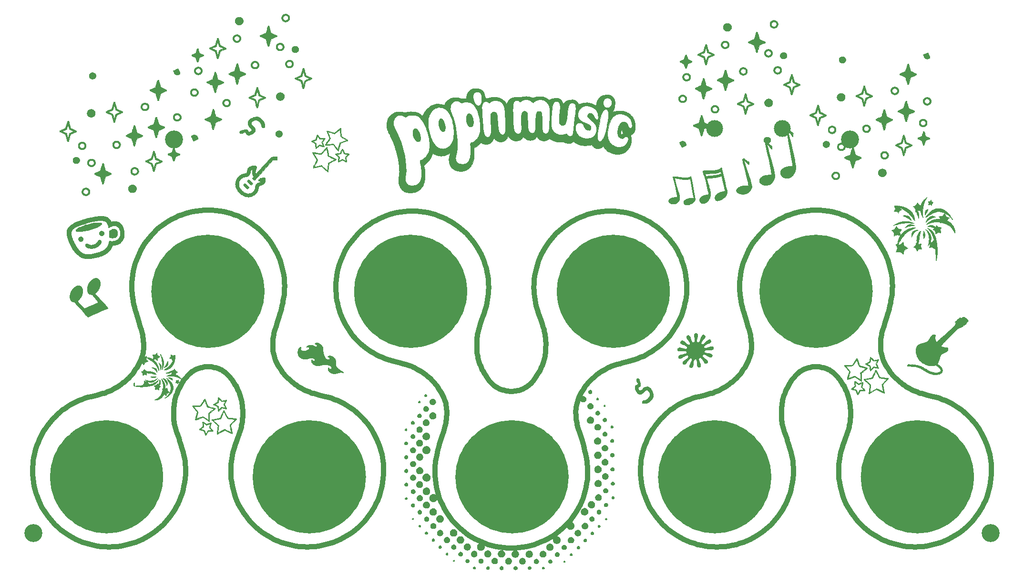
<source format=gts>
%TF.GenerationSoftware,KiCad,Pcbnew,(6.0.7)*%
%TF.CreationDate,2022-08-31T23:23:45+08:00*%
%TF.ProjectId,popn_pico_plate,706f706e-5f70-4696-936f-5f706c617465,rev?*%
%TF.SameCoordinates,Original*%
%TF.FileFunction,Soldermask,Top*%
%TF.FilePolarity,Negative*%
%FSLAX46Y46*%
G04 Gerber Fmt 4.6, Leading zero omitted, Abs format (unit mm)*
G04 Created by KiCad (PCBNEW (6.0.7)) date 2022-08-31 23:23:45*
%MOMM*%
%LPD*%
G01*
G04 APERTURE LIST*
%ADD10C,0.926041*%
%ADD11C,10.060000*%
%ADD12C,0.010000*%
%ADD13C,0.012000*%
%ADD14C,0.200000*%
%ADD15C,0.004000*%
%ADD16C,0.005000*%
%ADD17C,0.028000*%
%ADD18C,0.024000*%
%ADD19C,0.002000*%
%ADD20C,3.200000*%
%ADD21C,3.000000*%
G04 APERTURE END LIST*
D10*
%TO.C,G\u002A\u002A\u002A*%
X159825031Y-117001268D02*
X160001163Y-116719779D01*
X95390384Y-85055445D02*
X94711145Y-84969125D01*
X89303954Y-131249041D02*
X89290723Y-130702265D01*
X153219844Y-110323599D02*
X153219844Y-110323599D01*
X80290557Y-113479369D02*
X80095126Y-113748568D01*
X225331287Y-143183666D02*
X225899676Y-142856838D01*
X106225134Y-102875006D02*
X106342370Y-102414447D01*
X87665713Y-137718774D02*
X87965463Y-137133539D01*
X145087103Y-144868345D02*
X145766341Y-144954665D01*
X175386930Y-120518578D02*
X174951984Y-120869080D01*
X117178132Y-104209486D02*
X117676279Y-105208091D01*
X187400105Y-114519200D02*
X187165558Y-114763669D01*
X189700006Y-110288370D02*
X189629764Y-110606430D01*
X77893944Y-115892484D02*
X77599438Y-116099478D01*
X97352016Y-130701986D02*
X97338973Y-131249037D01*
X205358817Y-132636779D02*
X205445128Y-133316018D01*
X189679553Y-107416723D02*
X189679553Y-107416723D01*
X187856110Y-96405512D02*
X187769790Y-97084803D01*
X80743178Y-104003845D02*
X80996275Y-104794736D01*
X189800224Y-108596324D02*
X189811794Y-108955982D01*
X188438523Y-103138500D02*
X188692916Y-104003912D01*
X151783758Y-94638510D02*
X151600850Y-95282602D01*
X88897699Y-128006658D02*
X88754377Y-127479663D01*
X98053226Y-126955538D02*
X98053226Y-126955538D01*
X171745673Y-137718841D02*
X172072509Y-138287229D01*
X70878564Y-118587332D02*
X70347617Y-118803208D01*
X170931055Y-135916009D02*
X171174093Y-136532378D01*
X135546282Y-138489570D02*
X135899335Y-139040289D01*
X156112921Y-88201223D02*
X155620431Y-88627815D01*
X79906389Y-96405446D02*
X79820069Y-97084738D01*
X187850362Y-100375964D02*
X187888269Y-100632482D01*
X153138590Y-91636633D02*
X152811761Y-92205021D01*
X172425570Y-138837919D02*
X172804005Y-139370058D01*
X164047905Y-85119604D02*
X163358649Y-85172016D01*
X135379268Y-123380094D02*
X135292855Y-123687536D01*
X93323467Y-84899046D02*
X93323467Y-84899046D01*
X97387075Y-130156586D02*
X97352016Y-130701986D01*
X123299350Y-125714299D02*
X122801204Y-124715693D01*
X188946014Y-104794803D02*
X189184522Y-105521352D01*
X226240558Y-119870641D02*
X225761756Y-119574371D01*
X87415654Y-118698010D02*
X87490818Y-118403172D01*
X152811636Y-112091679D02*
X152714796Y-112364641D01*
X214587040Y-101062785D02*
X214654432Y-100696427D01*
X206312411Y-116385274D02*
X206415183Y-116589181D01*
X190718720Y-142857001D02*
X191269414Y-142503968D01*
X81615353Y-143483476D02*
X82200583Y-143183746D01*
X94021888Y-84916708D02*
X93323467Y-84899046D01*
X203691182Y-113395443D02*
X203875394Y-113502549D01*
X214916994Y-114268223D02*
X214702082Y-114011378D01*
X141907451Y-113113700D02*
X141802521Y-112877282D01*
X99455216Y-120579954D02*
X99463160Y-121128577D01*
X75032666Y-144804195D02*
X75731147Y-144821855D01*
X196606213Y-85722770D02*
X195989822Y-85965808D01*
X207376786Y-121999558D02*
X207349383Y-122298134D01*
X178319797Y-98674751D02*
X178319797Y-98674751D01*
X195679728Y-124448423D02*
X195562518Y-124097261D01*
X62597045Y-127833724D02*
X62465260Y-128385667D01*
X62175336Y-131947524D02*
X62227753Y-132636832D01*
X157201314Y-140577726D02*
X157627938Y-140085217D01*
X207101501Y-118403237D02*
X207176736Y-118698074D01*
X135193733Y-118362465D02*
X135319659Y-118683226D01*
X105429356Y-111887596D02*
X105283747Y-111561325D01*
X164368666Y-112957494D02*
X164634627Y-112835008D01*
X102278101Y-141722348D02*
X102790836Y-142125293D01*
X188766395Y-93189227D02*
X188523356Y-93805618D01*
X71975686Y-118220784D02*
X71421405Y-118392998D01*
X97745137Y-128004599D02*
X97623181Y-128536844D01*
X79843095Y-99916334D02*
X79855150Y-100017919D01*
X159903844Y-136118245D02*
X160117245Y-135487568D01*
X155149047Y-89077222D02*
X154699624Y-89548591D01*
X142711209Y-95282824D02*
X142528317Y-94638757D01*
X123418012Y-136532020D02*
X123661028Y-135915665D01*
X122665512Y-110349480D02*
X123158025Y-110626518D01*
X79889980Y-114011604D02*
X79675076Y-114268464D01*
X111610264Y-144804178D02*
X112299571Y-144751761D01*
X128396058Y-112369513D02*
X128647856Y-112446889D01*
X101956876Y-87998596D02*
X101444132Y-87595640D01*
X124177235Y-128385656D02*
X124045478Y-127833713D01*
X154699624Y-89548591D02*
X154273013Y-90041069D01*
X117676279Y-105208091D02*
X118252955Y-106159802D01*
X133917720Y-128496492D02*
X133917720Y-128496492D01*
X80095126Y-113748568D02*
X79889980Y-114011604D01*
X170158357Y-130085336D02*
X170120565Y-130664538D01*
X173040280Y-109405282D02*
X173475226Y-109054781D01*
X124898799Y-85925582D02*
X124282430Y-86168617D01*
X81838883Y-109638748D02*
X81803033Y-109966533D01*
X147727242Y-117113510D02*
X147446288Y-117141151D01*
X89019574Y-128538547D02*
X88897699Y-128006658D01*
X116300245Y-101538128D02*
X116432002Y-102090072D01*
X192639237Y-87998675D02*
X192146727Y-88425298D01*
X201971663Y-84916773D02*
X201273242Y-84899111D01*
X224746052Y-143483416D02*
X225331287Y-143183666D01*
X230469455Y-138286923D02*
X230796263Y-137718534D01*
X217937824Y-116682718D02*
X217612641Y-116494626D01*
X183530593Y-117199999D02*
X183272001Y-117300959D01*
X97359463Y-85509290D02*
X96715396Y-85326380D01*
X100361293Y-86864144D02*
X99792905Y-86537309D01*
X120059774Y-121236428D02*
X119205428Y-120518504D01*
X213335286Y-105589856D02*
X213563529Y-104893633D01*
X100035329Y-139369697D02*
X100438254Y-139882441D01*
X75066514Y-117392832D02*
X74813032Y-117476909D01*
X76654889Y-116682669D02*
X76379306Y-116831319D01*
X183792587Y-117088856D02*
X183530593Y-117199999D01*
X120439535Y-88628048D02*
X119968166Y-89077472D01*
X165410969Y-112530966D02*
X165664451Y-112446889D01*
X177352730Y-103694041D02*
X177550231Y-103168606D01*
X98405553Y-136532023D02*
X98677353Y-137133242D01*
X143767463Y-115824647D02*
X143512788Y-115571398D01*
X160654393Y-130187366D02*
X160634380Y-130007463D01*
X143090400Y-99767206D02*
X143125458Y-99221805D01*
X203079333Y-113112022D02*
X203293404Y-113199433D01*
X84857044Y-141295982D02*
X85328427Y-140846575D01*
X165155214Y-112622905D02*
X165410969Y-112530966D01*
X160300154Y-134843458D02*
X160451720Y-134186768D01*
X119518759Y-89548855D02*
X119092166Y-90041346D01*
X100911986Y-87217205D02*
X100361293Y-86864144D01*
X148254200Y-117023518D02*
X147996462Y-117074050D01*
X79450372Y-114519135D02*
X79215825Y-114763604D01*
X147153346Y-117156225D02*
X146860772Y-117140915D01*
X121788237Y-139369695D02*
X122166642Y-138837550D01*
X133917720Y-128496492D02*
X133840225Y-128861065D01*
X197236049Y-131947585D02*
X197253711Y-131249105D01*
X177709553Y-94638510D02*
X177496152Y-94007853D01*
X100864847Y-140374932D02*
X101314254Y-140846315D01*
X205138391Y-114605080D02*
X205333626Y-114851095D01*
X99656923Y-138837552D02*
X100035329Y-139369697D01*
X159734305Y-125919950D02*
X159481207Y-125129058D01*
X195207385Y-119600260D02*
X195207385Y-119600260D01*
X79753199Y-98653526D02*
X79758832Y-98834387D01*
X187702922Y-98653591D02*
X187708557Y-98834452D01*
X117949901Y-142856770D02*
X118500591Y-142503717D01*
X212149504Y-90351396D02*
X211746559Y-89838631D01*
X96100402Y-113614662D02*
X96422593Y-113851243D01*
X215620736Y-115001663D02*
X215376277Y-114763382D01*
X113082853Y-117819966D02*
X112582171Y-117693561D01*
X91935669Y-84969138D02*
X91256377Y-85055457D01*
X223714005Y-118587386D02*
X223171209Y-118393052D01*
X118310835Y-91086235D02*
X117957802Y-91636928D01*
X116195050Y-143755168D02*
X116796278Y-143483349D01*
X157708504Y-87066860D02*
X157157811Y-87419893D01*
X97522775Y-129073361D02*
X97444034Y-129613493D01*
X195395925Y-123503631D02*
X195329824Y-123202840D01*
X151329917Y-96607682D02*
X151243598Y-97286964D01*
X152613744Y-112627051D02*
X152509988Y-112877280D01*
X179013910Y-143998354D02*
X179644588Y-144211734D01*
X214839483Y-98845231D02*
X214846057Y-98472584D01*
X98362650Y-116385209D02*
X98465422Y-116589116D01*
X196421817Y-126586811D02*
X196300214Y-126221412D01*
X198537692Y-85174893D02*
X197881001Y-85326459D01*
X201273237Y-84899112D02*
X201273231Y-84899114D01*
X161027111Y-115404663D02*
X161261658Y-115160194D01*
X205694900Y-128004663D02*
X205572944Y-128536909D01*
X127394633Y-112103820D02*
X127895315Y-112230226D01*
X136035426Y-86740186D02*
X135450192Y-86440436D01*
X104804018Y-109638737D02*
X104784544Y-109302633D01*
X176001637Y-91085943D02*
X175623202Y-90553804D01*
X81213223Y-111887607D02*
X81047288Y-112221693D01*
X142732337Y-101919194D02*
X142854294Y-101386949D01*
X207068617Y-123802149D02*
X206979267Y-124097261D01*
X203293404Y-113199433D02*
X203497270Y-113294155D01*
X134135116Y-127509341D02*
X134023071Y-127991528D01*
X169413304Y-85925507D02*
X168782627Y-85712127D01*
X104578154Y-90883500D02*
X104199728Y-90351331D01*
X208311066Y-86864208D02*
X207742678Y-86537373D01*
X207412926Y-121128642D02*
X207407922Y-121413681D01*
X160496056Y-129035610D02*
X160448177Y-128780462D01*
X80029306Y-101143333D02*
X80029306Y-101143333D01*
X195192732Y-122298134D02*
X195165334Y-121999558D01*
X220249345Y-144751830D02*
X220928627Y-144665510D01*
X133581210Y-131451269D02*
X133581210Y-131451269D01*
X79820069Y-97084738D02*
X79767652Y-97774051D01*
X186416179Y-144546177D02*
X187072823Y-144394626D01*
X232007083Y-134641026D02*
X232158635Y-133984382D01*
X105184626Y-106236253D02*
X105385500Y-105589791D01*
X213207813Y-92002700D02*
X212880984Y-91434283D01*
X158030894Y-139572452D02*
X158409329Y-139040284D01*
X74813032Y-117476909D02*
X74561261Y-117554285D01*
X214174913Y-102875070D02*
X214292147Y-102414511D01*
X123663792Y-110883747D02*
X124182358Y-111120588D01*
X204914446Y-114352460D02*
X205138391Y-114605080D01*
X79823083Y-99736432D02*
X79843095Y-99916334D01*
X191801559Y-142125562D02*
X192314304Y-141722637D01*
X81679972Y-107122953D02*
X81729814Y-107416658D01*
X213000805Y-110923073D02*
X212912579Y-110606417D01*
X178297350Y-118803273D02*
X177778752Y-119040114D01*
X147154018Y-145024744D02*
X147154018Y-145024744D01*
X117059465Y-93391765D02*
X116816448Y-94008120D01*
X143138500Y-98674751D02*
X143138500Y-98674751D01*
X218861560Y-144821909D02*
X219560039Y-144804247D01*
X196539462Y-126958265D02*
X196539462Y-126958265D01*
X178828296Y-118587397D02*
X178297350Y-118803273D01*
X206979267Y-124097261D02*
X206862310Y-124448171D01*
X130213962Y-113092482D02*
X130489436Y-113241133D01*
X218163079Y-144804247D02*
X218861560Y-144821909D01*
X106454414Y-101932259D02*
X106559764Y-101427294D01*
X79749990Y-98472532D02*
X79749990Y-98472532D01*
X186666763Y-115233952D02*
X186402429Y-115459741D01*
X87324590Y-122900841D02*
X87279104Y-122598896D01*
X152376747Y-104419289D02*
X152626220Y-105124532D01*
X152747512Y-105475435D02*
X152864719Y-105826595D01*
X195473279Y-123802149D02*
X195395925Y-123503631D01*
X79777339Y-99195680D02*
X79790198Y-99376097D01*
X217612641Y-116494626D02*
X217297702Y-116300206D01*
X89198606Y-129614451D02*
X89119907Y-129074691D01*
X179371137Y-118393063D02*
X178828296Y-118587397D01*
X93616702Y-112782879D02*
X93897305Y-112810731D01*
X187739930Y-99376163D02*
X187755183Y-99556417D01*
X217473770Y-144751830D02*
X218163079Y-144804247D01*
X187817447Y-100118572D02*
X187817447Y-100118572D01*
X197240478Y-130702330D02*
X197205328Y-130157254D01*
X134863739Y-125030221D02*
X134620158Y-125785394D01*
X84689510Y-87998608D02*
X84197001Y-88425231D01*
X187817447Y-100118572D02*
X187850362Y-100375964D01*
X160382356Y-116175229D02*
X160587503Y-115912193D01*
X128867220Y-85119606D02*
X128177912Y-85172023D01*
X213379143Y-111887661D02*
X213233533Y-111561390D01*
X164746326Y-85101944D02*
X164047905Y-85119604D01*
X153261897Y-107924300D02*
X153281197Y-108219494D01*
X76108816Y-116966306D02*
X75842855Y-117088791D01*
X196643471Y-135285349D02*
X196826379Y-134641256D01*
X206355323Y-136532089D02*
X206627122Y-137133307D01*
X107925359Y-115233661D02*
X107670962Y-115001598D01*
X81750264Y-110288303D02*
X81680023Y-110606364D01*
X73664061Y-144665473D02*
X74343353Y-144751784D01*
X81047288Y-112221693D02*
X80860548Y-112565899D01*
X197069656Y-129074756D02*
X196969322Y-128538612D01*
X102790836Y-142125293D02*
X103322975Y-142503718D01*
X159430192Y-117702104D02*
X159616932Y-117357899D01*
X159242699Y-124402510D02*
X159032077Y-123730126D01*
X81783808Y-107828934D02*
X81824216Y-108221365D01*
X214022418Y-93805604D02*
X213779383Y-93189213D01*
X67097194Y-141722576D02*
X67609960Y-142125501D01*
X230750985Y-124715758D02*
X230174310Y-123764048D01*
X105989822Y-112922518D02*
X105989822Y-112922518D01*
X222051776Y-118071321D02*
X222051776Y-118071321D01*
X98053226Y-126955538D02*
X97888524Y-127477278D01*
X143068428Y-97287074D02*
X142982117Y-96607835D01*
X156625665Y-87798298D02*
X156112921Y-88201223D01*
X173633585Y-140375271D02*
X174083023Y-140846640D01*
X66582836Y-121236438D02*
X66179414Y-121620206D01*
X198023496Y-113972927D02*
X198171601Y-113849987D01*
X184329035Y-116831384D02*
X184058546Y-116966371D01*
X69846524Y-143483477D02*
X70447776Y-143755276D01*
X144736051Y-116528415D02*
X144551839Y-116421309D01*
X98976627Y-117832114D02*
X99067788Y-118113997D01*
X140442147Y-90554090D02*
X140039222Y-90041345D01*
X89679121Y-114351258D02*
X89802630Y-114224279D01*
X216413911Y-115679131D02*
X216139510Y-115459553D01*
X170125072Y-131947589D02*
X170177489Y-132636897D01*
X99463160Y-121128577D02*
X99458156Y-121413616D01*
X79767142Y-144211673D02*
X80397780Y-143998292D01*
X88642909Y-115772882D02*
X88642909Y-115772882D01*
X206519788Y-116810159D02*
X206624717Y-117046577D01*
X158674449Y-119957264D02*
X158727217Y-119635494D01*
X231095993Y-137133304D02*
X231367793Y-136532085D01*
X152003394Y-113888667D02*
X151834575Y-114150911D01*
X119627315Y-107904055D02*
X120417710Y-108687357D01*
X174129150Y-121620270D02*
X173742173Y-122019805D01*
X160448177Y-128780462D02*
X160343624Y-128245472D01*
X109347927Y-116300141D02*
X109043190Y-116099408D01*
X96710016Y-114099146D02*
X96964692Y-114352396D01*
X164896621Y-112723865D02*
X165155214Y-112622905D01*
X85734444Y-87217218D02*
X85202275Y-87595653D01*
X140039222Y-90041345D02*
X139612630Y-89548855D01*
X202115945Y-112850441D02*
X202373362Y-112901133D01*
X212842372Y-110288357D02*
X212789631Y-109966587D01*
X153152887Y-107022952D02*
X153198373Y-107324898D01*
X169056071Y-111530799D02*
X169598912Y-111336465D01*
X143512788Y-115571398D02*
X143288842Y-115318778D01*
X129677649Y-112835008D02*
X129943553Y-112957494D01*
X124045478Y-127833713D02*
X123891355Y-127290028D01*
X135673459Y-120285053D02*
X135692933Y-120621157D01*
X231610810Y-135915731D02*
X231824191Y-135285093D01*
X87612762Y-124097197D02*
X87612762Y-124097197D01*
X207407922Y-121413681D02*
X207396087Y-121704363D01*
X63343238Y-125714309D02*
X63124741Y-126229754D01*
X160117245Y-135487568D02*
X160300154Y-134843458D01*
X106468946Y-95080326D02*
X106286038Y-94436216D01*
X150403739Y-115950933D02*
X150255633Y-116073873D01*
X89454931Y-114604020D02*
X89679121Y-114351258D01*
X181613807Y-144665534D02*
X182293100Y-144751845D01*
X178306641Y-99259323D02*
X178319797Y-98674751D01*
X198171601Y-113849987D02*
X198328410Y-113729889D01*
X120932013Y-88201438D02*
X120439535Y-88628048D01*
X94423606Y-112901068D02*
X94669808Y-112962061D01*
X227155210Y-120518568D02*
X226240558Y-119870641D01*
X93324127Y-112767569D02*
X93616702Y-112782879D01*
X177796265Y-143483539D02*
X178397518Y-143755338D01*
X106809074Y-99959134D02*
X106846092Y-99588684D01*
X196187037Y-136532375D02*
X196430072Y-135916006D01*
X206829525Y-117559217D02*
X206926389Y-117832179D01*
X210227867Y-141722415D02*
X210740602Y-142125360D01*
X142424243Y-102968254D02*
X142424243Y-102968254D01*
X78452697Y-115459676D02*
X78178349Y-115679212D01*
X225269244Y-119297333D02*
X224763478Y-119040104D01*
X81729814Y-107416658D02*
X81729814Y-107416658D01*
X195228859Y-122598960D02*
X195192732Y-122298134D01*
X187792835Y-99916401D02*
X187792835Y-99916401D01*
X133651290Y-132839063D02*
X133737609Y-133518355D01*
X195915217Y-137133603D02*
X196187037Y-136532375D01*
X126375499Y-111852529D02*
X126375499Y-111852529D01*
X89931270Y-85326393D02*
X89287160Y-85509302D01*
X142071921Y-93391765D02*
X141800122Y-92790546D01*
X197209253Y-114850263D02*
X197404688Y-114604085D01*
X89028188Y-133984516D02*
X89147556Y-133316111D01*
X130264179Y-85119606D02*
X129565700Y-85101944D01*
X115578681Y-143998203D02*
X116195050Y-143755168D01*
X160710332Y-85712127D02*
X160079695Y-85925507D01*
X99196291Y-123503567D02*
X99118855Y-123802084D01*
X195288638Y-138287227D02*
X195615467Y-137718838D01*
X153290050Y-109343838D02*
X153262304Y-109856315D01*
X155275201Y-142328143D02*
X155787967Y-141925187D01*
X218749618Y-117088843D02*
X218483712Y-116966357D01*
X106704651Y-100696362D02*
X106761924Y-100328430D01*
X197253711Y-131249105D02*
X197240478Y-130702330D01*
X206030159Y-115892274D02*
X206118392Y-116035191D01*
X86985831Y-138837853D02*
X87338884Y-138287163D01*
X199885402Y-84969204D02*
X199206110Y-85055524D01*
X79843095Y-99916334D02*
X79843095Y-99916334D01*
X99118855Y-123802084D02*
X99029506Y-124097197D01*
X197040551Y-115083873D02*
X197209253Y-114850263D01*
X122527578Y-87067015D02*
X121976887Y-87420068D01*
X80397780Y-143998292D02*
X81014134Y-143755276D01*
X214711707Y-100328495D02*
X214758857Y-99959199D01*
X187839711Y-114011669D02*
X187624808Y-114268529D01*
X83276163Y-89346070D02*
X82849540Y-89838579D01*
X107519635Y-144394509D02*
X108176310Y-144546073D01*
X105628517Y-143755168D02*
X106244886Y-143998203D01*
X117811972Y-119574306D02*
X117319460Y-119297268D01*
X134647884Y-136734640D02*
X134919703Y-137335893D01*
X187810885Y-100068092D02*
X187817447Y-100118572D01*
X200980943Y-112782708D02*
X201273883Y-112767633D01*
X116005981Y-99259323D02*
X116043721Y-99838524D01*
X170177489Y-132636897D02*
X170263809Y-133316179D01*
X99345262Y-119298151D02*
X99385303Y-119600195D01*
X89290723Y-130702265D02*
X89255576Y-130157189D01*
X197236891Y-85509369D02*
X196606213Y-85722770D01*
X106559764Y-101427294D02*
X106559764Y-101427294D01*
X105857326Y-104138396D02*
X106104213Y-103315085D01*
X77294789Y-116300182D02*
X76979953Y-116494583D01*
X207176736Y-118698074D02*
X207241747Y-118996944D01*
X178249718Y-97286964D02*
X178163398Y-96607682D01*
X141050454Y-107924301D02*
X141077856Y-107625725D01*
X62927240Y-126755190D02*
X62751190Y-127290039D01*
X71694844Y-144211673D02*
X72338954Y-144394565D01*
X219525918Y-117392885D02*
X219270160Y-117300946D01*
X166416891Y-112230226D02*
X166917490Y-112103820D01*
X178012211Y-101538128D02*
X178121180Y-100978504D01*
X187931162Y-100888253D02*
X187979038Y-101143400D01*
X155620431Y-88627815D02*
X155149047Y-89077222D01*
X86204461Y-139882727D02*
X86607405Y-139369992D01*
X162878043Y-113824322D02*
X163182691Y-113623618D01*
X108189736Y-115459489D02*
X107925359Y-115233661D01*
X198853585Y-113394129D02*
X199047734Y-113292881D01*
X98542363Y-125503423D02*
X98292745Y-126219568D01*
X185747811Y-144665534D02*
X186416179Y-144546177D01*
X104913123Y-107416647D02*
X104960958Y-107132743D01*
X114101985Y-118071257D02*
X114101985Y-118071257D01*
X79938529Y-100632416D02*
X79981423Y-100888186D01*
X176681534Y-92205021D02*
X176354699Y-91636633D01*
X103796784Y-89838566D02*
X103370173Y-89346057D01*
X115992885Y-98674751D02*
X115992885Y-98674751D01*
X222051776Y-118071321D02*
X221032642Y-117820031D01*
X159118572Y-118362461D02*
X159264257Y-118036190D01*
X207241747Y-118996944D02*
X207295028Y-119298215D01*
X106761924Y-100328430D02*
X106809074Y-99959134D01*
X99291983Y-118996879D02*
X99345262Y-119298151D01*
X99029506Y-124097197D02*
X98912544Y-124448106D01*
X207404982Y-120580019D02*
X207412926Y-121128642D01*
X151887775Y-102965593D02*
X151887775Y-102965593D01*
X205838289Y-127477343D02*
X205694900Y-128004663D01*
X197752387Y-114224344D02*
X197883842Y-114097962D01*
X177892462Y-95282602D02*
X177709553Y-94638510D01*
X64120149Y-124233698D02*
X63841397Y-124715704D01*
X177211004Y-143183809D02*
X177796265Y-143483539D01*
X133668415Y-129964654D02*
X133631397Y-130335104D01*
X90221843Y-113849922D02*
X90378652Y-113729824D01*
X188997022Y-112221758D02*
X188810279Y-112565964D01*
X151221898Y-99766603D02*
X151278868Y-100309341D01*
X180945389Y-144546177D02*
X181613807Y-144665534D01*
X117319460Y-119297268D02*
X116813692Y-119040039D01*
X187792835Y-99916401D02*
X187804889Y-100017986D01*
X141269814Y-143686237D02*
X141871032Y-143958061D01*
X78178349Y-115679212D02*
X77893944Y-115892484D01*
X187975479Y-95737094D02*
X187856110Y-96405512D01*
X91976766Y-112961131D02*
X92223275Y-112900276D01*
X212730654Y-108955969D02*
X212742230Y-108596311D01*
X89119907Y-129074691D02*
X89019574Y-128538547D01*
X86285162Y-86864156D02*
X85734444Y-87217218D01*
X72540950Y-118071268D02*
X71975686Y-118220784D01*
X122519675Y-138286857D02*
X122846483Y-137718469D01*
X87965463Y-137133539D02*
X88237282Y-136532310D01*
X213731627Y-112565952D02*
X213544989Y-112221747D01*
X189434640Y-111240641D02*
X189308647Y-111561402D01*
X134311526Y-116719893D02*
X134487659Y-117001272D01*
X71064167Y-143998292D02*
X71694844Y-144211673D01*
X130489436Y-113241133D02*
X130814617Y-113429225D01*
X212862903Y-107416712D02*
X212862903Y-107416712D01*
X143033442Y-100310300D02*
X143090400Y-99767206D01*
X207335071Y-119600260D02*
X207377337Y-120067542D01*
X141185493Y-110926915D02*
X141132214Y-110625643D01*
X198669149Y-113501212D02*
X198853585Y-113394129D01*
X79900622Y-100375897D02*
X79938529Y-100632416D01*
X88480317Y-135915941D02*
X88693715Y-135285284D01*
X116043721Y-99838524D02*
X116105649Y-100411777D01*
X106072640Y-93805539D02*
X105829605Y-93189148D01*
X171784624Y-87066860D02*
X171216208Y-86740052D01*
X171174093Y-136532378D02*
X171445917Y-137133606D01*
X211746559Y-89838631D02*
X211319949Y-89346122D01*
X80860548Y-112565899D02*
X80652448Y-112922529D01*
X214235817Y-94436281D02*
X214022418Y-93805604D01*
X231367793Y-136532085D02*
X231610810Y-135915731D01*
X173742173Y-122019805D02*
X173372096Y-122434528D01*
X99427570Y-120067477D02*
X99455216Y-120579954D01*
X213134412Y-106236318D02*
X213335286Y-105589856D01*
X206926851Y-137718537D02*
X207253659Y-138286925D01*
X174554424Y-141296046D02*
X175046933Y-141722639D01*
X142954701Y-100850433D02*
X143033442Y-100310300D01*
X111061795Y-117199921D02*
X110799834Y-117088778D01*
X98570026Y-116810094D02*
X98674956Y-117046512D01*
X188044857Y-113748633D02*
X187839711Y-114011669D01*
X89147556Y-133316111D02*
X89233875Y-132636828D01*
X176059396Y-106159802D02*
X176357323Y-105690097D01*
X103873665Y-142856771D02*
X104442054Y-143183599D01*
X78466431Y-144546116D02*
X79123075Y-144394565D01*
X188810279Y-112565964D02*
X188602176Y-112922594D01*
X134882278Y-117702108D02*
X135048124Y-118036194D01*
X106872970Y-99217292D02*
X106889701Y-98845166D01*
X176642587Y-142857002D02*
X177211004Y-143183809D01*
X117957802Y-91636928D02*
X117630994Y-92205316D01*
X79123075Y-144394565D02*
X79767142Y-144211673D01*
X195801020Y-124799327D02*
X195679728Y-124448423D01*
X219011580Y-117199985D02*
X218749618Y-117088843D01*
X193152003Y-87595719D02*
X192639237Y-87998675D01*
X197628878Y-114351323D02*
X197752387Y-114224344D01*
X175055114Y-107489332D02*
X175407836Y-107059997D01*
X195300489Y-118996944D02*
X195365413Y-118698074D01*
X141564924Y-105475686D02*
X141685986Y-105125041D01*
X94166189Y-112850376D02*
X94423606Y-112901068D01*
X98677353Y-137133242D02*
X98977083Y-137718472D01*
X98879763Y-117559152D02*
X98976627Y-117832114D01*
X145572429Y-116891188D02*
X145347900Y-116811836D01*
X122801204Y-124715693D02*
X122224528Y-123763983D01*
X173380276Y-88201223D02*
X172867511Y-87798298D01*
X232158635Y-133984382D02*
X232277992Y-133316014D01*
X216139510Y-115459553D02*
X215875133Y-115233726D01*
X171445917Y-137133606D02*
X171745673Y-137718841D01*
X118252955Y-106159802D02*
X118904515Y-107059997D01*
X130953486Y-85172023D02*
X130264179Y-85119606D01*
X98000026Y-115772882D02*
X98080398Y-115892209D01*
X142424243Y-102968254D02*
X142588948Y-102446514D01*
X196430072Y-135916006D02*
X196643471Y-135285349D01*
X213779383Y-93189213D02*
X213507563Y-92587960D01*
X94905047Y-113032606D02*
X95129577Y-113111957D01*
X142397079Y-114031584D02*
X142308847Y-113888668D01*
X79855150Y-100017919D02*
X79861145Y-100068025D01*
X209264020Y-140846382D02*
X209735389Y-141295805D01*
X124484592Y-131249033D02*
X124471496Y-130664461D01*
X127895315Y-112230226D02*
X128396058Y-112369513D01*
X87257629Y-119600195D02*
X87297552Y-119298151D01*
X106244886Y-143998203D02*
X106875543Y-144211601D01*
X189773956Y-108221431D02*
X189800224Y-108596324D01*
X172335343Y-87419893D02*
X171784624Y-87066860D01*
X158727217Y-119635494D02*
X158797458Y-119317434D01*
X175559699Y-142125564D02*
X176091868Y-142503969D01*
X227495241Y-141722414D02*
X227987719Y-141295803D01*
X128177912Y-85172023D02*
X127498630Y-85258342D01*
X190799264Y-89838645D02*
X190396308Y-90351410D01*
X177134234Y-104209486D02*
X177352730Y-103694041D01*
X140820552Y-91086235D02*
X140442147Y-90554090D01*
X182510993Y-117554349D02*
X182010323Y-117693637D01*
X131129553Y-113623646D02*
X131434290Y-113824379D01*
X99317968Y-122900841D02*
X99262451Y-123202775D01*
X129415689Y-112723865D02*
X129677649Y-112835008D01*
X142114828Y-113538585D02*
X142012056Y-113334678D01*
X89090793Y-115083808D02*
X89259496Y-114850198D01*
X134487659Y-117001272D02*
X134695641Y-117357902D01*
X98791483Y-124798750D02*
X98542363Y-125503423D01*
X135564357Y-122507143D02*
X135516523Y-122791046D01*
X187072823Y-144394626D02*
X187716890Y-144211734D01*
X205301784Y-130702051D02*
X205288745Y-131249102D01*
X184604617Y-116682733D02*
X184329035Y-116831384D01*
X206112307Y-135915734D02*
X206355323Y-136532089D01*
X82446584Y-90351344D02*
X82068149Y-90883512D01*
X119205428Y-120518504D02*
X118290775Y-119870577D01*
X133725176Y-115912477D02*
X133930329Y-116175479D01*
X88656483Y-85722703D02*
X88040092Y-85965741D01*
X114303933Y-144394509D02*
X114948025Y-144211601D01*
X162583538Y-114031315D02*
X162878043Y-113824322D01*
X80177324Y-95080339D02*
X80025758Y-95737029D01*
X104962795Y-110606352D02*
X104892589Y-110288292D01*
X146580169Y-117113063D02*
X146311286Y-117073418D01*
X104199728Y-90351331D02*
X103796784Y-89838566D01*
X114667191Y-118220773D02*
X114101985Y-118071257D01*
X135584889Y-119635498D02*
X135637629Y-119957268D01*
X68351871Y-119870586D02*
X67887220Y-120185511D01*
X209735389Y-141295805D02*
X210227867Y-141722415D01*
X160343624Y-128245472D02*
X160231085Y-127735473D01*
X106637262Y-101062720D02*
X106704651Y-100696362D01*
X120509312Y-140846313D02*
X120958719Y-140374930D01*
X189629711Y-107123018D02*
X189679553Y-107416723D01*
X195562518Y-124097261D02*
X195473279Y-123802149D01*
X196704131Y-127479728D02*
X196539462Y-126958265D01*
X141325737Y-111520621D02*
X141250503Y-111225784D01*
X116432002Y-102090072D02*
X116586125Y-102633757D01*
X104780873Y-108955904D02*
X104792449Y-108596246D01*
X220031215Y-117554337D02*
X219779416Y-117476962D01*
X188240287Y-113479433D02*
X188044857Y-113748633D01*
X205288745Y-131249102D02*
X205306405Y-131947523D01*
X157157811Y-87419893D02*
X156625665Y-87798298D01*
X171074478Y-126229819D02*
X170876977Y-126755254D01*
X85777851Y-140375206D02*
X86204461Y-139882727D01*
X143762091Y-144597410D02*
X144418735Y-144748976D01*
X132957847Y-85529276D02*
X132301173Y-85377711D01*
X178397518Y-143755338D02*
X179013910Y-143998354D01*
X195365413Y-118698074D02*
X195440577Y-118403237D01*
X160571090Y-133518351D02*
X160657410Y-132839060D01*
X203340158Y-85055510D02*
X202660919Y-84969190D01*
X120037943Y-141295736D02*
X120509312Y-140846313D01*
X183272001Y-117300959D02*
X183016246Y-117392897D01*
X87665836Y-117832114D02*
X87762677Y-117559152D01*
X156280476Y-141498564D02*
X156751876Y-141049126D01*
X102920750Y-88874657D02*
X102449367Y-88425219D01*
X206979267Y-124097261D02*
X206979267Y-124097261D01*
X80816673Y-93189161D02*
X80573634Y-93805552D01*
X89286293Y-131947520D02*
X89303954Y-131249041D01*
X187979038Y-101143400D02*
X188083592Y-101678390D01*
X189752774Y-109966600D02*
X189700006Y-110288370D01*
X97949156Y-135285031D02*
X98162537Y-135915669D01*
X184058546Y-116966371D02*
X183792587Y-117088856D01*
X82200583Y-143183746D02*
X82768971Y-142856938D01*
X135319659Y-118683226D02*
X135426458Y-119000782D01*
X85202275Y-87595653D02*
X84689510Y-87998608D01*
X89802630Y-114224279D02*
X89934085Y-114097897D01*
X87967485Y-117046512D02*
X88072439Y-116810094D01*
X192146727Y-88425298D02*
X191675327Y-88874736D01*
X184604617Y-116682733D02*
X184604617Y-116682733D01*
X141014314Y-108795217D02*
X141019318Y-108510178D01*
X207157448Y-86237618D02*
X206556229Y-85965794D01*
X160657410Y-132839060D02*
X160709827Y-132149747D01*
X142308847Y-113888668D02*
X142214261Y-113723791D01*
X77599438Y-116099478D02*
X77294789Y-116300182D01*
X88589702Y-126958200D02*
X88589702Y-126958200D01*
X205572944Y-128536909D02*
X205472537Y-129073426D01*
X104784544Y-109302633D02*
X104780873Y-108955904D01*
X121572969Y-122863789D02*
X120850169Y-122019730D01*
X63124741Y-126229754D02*
X62927240Y-126755190D01*
X80029306Y-101143333D02*
X80133859Y-101678323D01*
X214795875Y-99588749D02*
X214822753Y-99217356D01*
X133510262Y-115655631D02*
X133725176Y-115912477D01*
X131434290Y-113824379D02*
X131728872Y-114031409D01*
X98000026Y-115772882D02*
X98000026Y-115772882D01*
X90719391Y-113501147D02*
X90903827Y-113394064D01*
X213939609Y-112922583D02*
X213731627Y-112565952D01*
X231665105Y-126755243D02*
X231249132Y-125714364D01*
X212391820Y-143183667D02*
X212977055Y-143483417D01*
X105557786Y-92587895D02*
X105258036Y-92002635D01*
X99029506Y-124097197D02*
X99029506Y-124097197D01*
X158747669Y-122507139D02*
X158747669Y-122507139D01*
X64475833Y-138837856D02*
X64854268Y-139369995D01*
X133598872Y-132149750D02*
X133651290Y-132839063D01*
X179644588Y-144211734D02*
X180288698Y-144394626D01*
X87574714Y-118113997D02*
X87665836Y-117832114D01*
X205716035Y-134641029D02*
X205898927Y-135285097D01*
X173872785Y-88627815D02*
X173380276Y-88201223D01*
X62767918Y-135285288D02*
X62981319Y-135915945D01*
X134125764Y-116444623D02*
X134311526Y-116719893D01*
X173372096Y-122434528D02*
X173019373Y-122863863D01*
X160112221Y-127249194D02*
X159988696Y-126785362D01*
X195137180Y-120580019D02*
X195164925Y-120067542D01*
X148500708Y-116962664D02*
X148254200Y-117023518D01*
X205949787Y-115772947D02*
X205949787Y-115772947D01*
X143288842Y-115318778D02*
X143093607Y-115072763D01*
X167936527Y-111852529D02*
X167936527Y-111852529D01*
X100438254Y-139882441D02*
X100864847Y-140374932D01*
X136277761Y-139572457D02*
X136680705Y-140085223D01*
X182293100Y-144751845D02*
X182982414Y-144804256D01*
X124057301Y-134640961D02*
X124208852Y-133984317D01*
X231249132Y-125714364D02*
X230750985Y-124715758D01*
X202854803Y-113032671D02*
X203079333Y-113112022D01*
X151386687Y-114839986D02*
X151217983Y-115073596D01*
X134919703Y-137335893D02*
X135219453Y-137921154D01*
X133601939Y-85712183D02*
X132957847Y-85529276D01*
X214846057Y-98472584D02*
X214846057Y-98472584D01*
X144418735Y-144748976D02*
X145087103Y-144868345D01*
X159388982Y-137335888D02*
X159660805Y-136734636D01*
X146311286Y-117073418D02*
X146053870Y-117022725D01*
X187165558Y-114763669D02*
X186921125Y-115001924D01*
X153623897Y-143386474D02*
X154192314Y-143059639D01*
X142862760Y-95939468D02*
X142711209Y-95282824D01*
X189564588Y-106822134D02*
X189629711Y-107123018D01*
X206624717Y-117046577D02*
X206728465Y-117296806D01*
X116268625Y-95939468D02*
X116149268Y-96607836D01*
X105023156Y-106842142D02*
X105098214Y-106543695D01*
X135658759Y-121702436D02*
X135618350Y-122094868D01*
X123095967Y-86740186D02*
X122527578Y-87067015D01*
X177778752Y-119040114D02*
X177272959Y-119297343D01*
X92750232Y-112810284D02*
X93031186Y-112782643D01*
X89934085Y-114097897D02*
X90073738Y-113972863D01*
X205502169Y-115084529D02*
X205949787Y-115772947D01*
X195813487Y-117296806D02*
X195917243Y-117046577D01*
X179925417Y-118220849D02*
X179371137Y-118393063D01*
X94711145Y-84969125D02*
X94021888Y-84916708D01*
X187717372Y-97774116D02*
X187699710Y-98472597D01*
X181509722Y-117820042D02*
X180490680Y-118071333D01*
X216992963Y-116099473D02*
X216698381Y-115892442D01*
X117331264Y-92790546D02*
X117059465Y-93391765D01*
X160634380Y-130007463D02*
X160634380Y-130007463D01*
X150098824Y-116193972D02*
X149933059Y-116310479D01*
X110911785Y-144821840D02*
X111610264Y-144804178D01*
X212912579Y-110606417D02*
X212842372Y-110288357D01*
X76654889Y-116682669D02*
X76654889Y-116682669D01*
X163822589Y-113241133D02*
X164098174Y-113092482D01*
X207313244Y-122598960D02*
X207267732Y-122900906D01*
X92624981Y-84916720D02*
X91935669Y-84969138D01*
X215469404Y-144394577D02*
X216126080Y-144546142D01*
X176091868Y-142503969D02*
X176642587Y-142857002D01*
X187755183Y-99556417D02*
X187772820Y-99736498D01*
X192806795Y-141296045D02*
X193278179Y-140846638D01*
X151243598Y-97286964D02*
X151191180Y-97976272D01*
X153097409Y-106721018D02*
X153152887Y-107022952D01*
X186128080Y-115679277D02*
X185843674Y-115892549D01*
X201273219Y-84899118D02*
X201273208Y-84899121D01*
X207985096Y-139369764D02*
X208388021Y-139882508D01*
X218861560Y-144821909D02*
X218861560Y-144821909D01*
X81862053Y-108955915D02*
X81858372Y-109302644D01*
X99385303Y-119600195D02*
X99427570Y-120067477D01*
X79867702Y-100118505D02*
X79900622Y-100375897D01*
X104960958Y-107132743D02*
X105023156Y-106842142D01*
X206120827Y-126584617D02*
X206002994Y-126955603D01*
X229522750Y-122863853D02*
X228799951Y-122019795D01*
X141698773Y-112627052D02*
X141597713Y-112364642D01*
X213544989Y-112221747D02*
X213379143Y-111887661D01*
X223171209Y-118393052D02*
X222616981Y-118220838D01*
X87380068Y-123202775D02*
X87324590Y-122900841D01*
X88100733Y-125504507D02*
X87851260Y-124799262D01*
X173475226Y-109054781D02*
X173894638Y-108687357D01*
X187716890Y-144211734D02*
X188347528Y-143998353D01*
X170630947Y-86440322D02*
X170029695Y-86168523D01*
X200173032Y-112900341D02*
X200430770Y-112849810D01*
X105051020Y-110923008D02*
X104962795Y-110606352D01*
X160727489Y-131451265D02*
X160724278Y-131270272D01*
X87490818Y-118403172D02*
X87574714Y-118113997D01*
X224144824Y-143755236D02*
X224746052Y-143483416D01*
X138520613Y-141925193D02*
X139033357Y-142328149D01*
X160609775Y-129805292D02*
X160609775Y-129805292D01*
X189679553Y-107416723D02*
X189733548Y-107828999D01*
X68692847Y-142856940D02*
X69261263Y-143183747D01*
X124328209Y-133315949D02*
X124414520Y-132636710D01*
X79981423Y-100888186D02*
X80029306Y-101143333D01*
X159660805Y-136734636D02*
X159903844Y-136118245D01*
X190150332Y-143183808D02*
X190718720Y-142857001D01*
X133737609Y-133518355D02*
X133856978Y-134186772D01*
X138028123Y-141498570D02*
X138520613Y-141925193D01*
X163497526Y-113429218D02*
X163822589Y-113241133D01*
X197183632Y-132636893D02*
X197236049Y-131947585D01*
X170120565Y-130664538D02*
X170107410Y-131249109D01*
X151834575Y-114150911D02*
X151386687Y-114839986D01*
X66133285Y-140846577D02*
X66604685Y-141295984D01*
X213047999Y-106543760D02*
X213134412Y-106236318D01*
X211319949Y-89346122D02*
X210870525Y-88874722D01*
X147153346Y-117156225D02*
X147153346Y-117156225D01*
X98606456Y-85965729D02*
X97990101Y-85722691D01*
X182982414Y-144804256D02*
X183680896Y-144821917D01*
X189808113Y-109302711D02*
X189788625Y-109638815D01*
X120850169Y-122019730D02*
X120059774Y-121236428D01*
X206926389Y-117832179D02*
X207017550Y-118114062D01*
X195524474Y-118114062D02*
X195615596Y-117832179D01*
X152127024Y-103702448D02*
X152376747Y-104419289D01*
X75842855Y-117088791D02*
X75580861Y-117199934D01*
X209393905Y-87595705D02*
X208861760Y-87217270D01*
X221032642Y-117820031D02*
X220531960Y-117693625D01*
X175836956Y-120185576D02*
X175386930Y-120518578D01*
X106878616Y-97774037D02*
X106826199Y-97084725D01*
X197205328Y-130157254D02*
X197148356Y-129614516D01*
X126375499Y-111852529D02*
X127394633Y-112103820D01*
X189811794Y-108955982D02*
X189808113Y-109302711D01*
X153219844Y-110323599D02*
X153179920Y-110625643D01*
X123891355Y-127290028D02*
X123715323Y-126755179D01*
X148961047Y-116812979D02*
X148736240Y-116892235D01*
X118904515Y-107059997D02*
X119627315Y-107904055D01*
X214822753Y-99217356D02*
X214839483Y-98845231D01*
X151457900Y-101385246D02*
X151579774Y-101917136D01*
X87196278Y-121704298D02*
X87184444Y-121413616D01*
X201566458Y-112782944D02*
X201847062Y-112810795D01*
X194234891Y-86864223D02*
X193684172Y-87217284D01*
X124182358Y-111120588D02*
X124713267Y-111336465D01*
X187699710Y-98472597D02*
X187702922Y-98653591D01*
X208814613Y-140374998D02*
X209264020Y-140846382D01*
X141019318Y-108510178D02*
X141031153Y-108219496D01*
X206492132Y-125503488D02*
X206242511Y-126219633D01*
X135219453Y-137921154D02*
X135546282Y-138489570D01*
X116816448Y-94008120D02*
X116603068Y-94638757D01*
X115764217Y-118587321D02*
X115221420Y-118392987D01*
X65792437Y-122019740D02*
X65422359Y-122434463D01*
X214509540Y-101427359D02*
X214509540Y-101427359D01*
X141685986Y-105125041D02*
X141935108Y-104420369D01*
X133856978Y-134186772D02*
X134008542Y-134843462D01*
X80476317Y-113204018D02*
X80290557Y-113479369D01*
X170876977Y-126755254D02*
X170700926Y-127290103D01*
X205472537Y-129073426D02*
X205393797Y-129613558D01*
X141250503Y-111225784D02*
X141185493Y-110926915D01*
X80488787Y-103138433D02*
X80743178Y-104003845D01*
X87187425Y-120579954D02*
X87215170Y-120067477D01*
X160700137Y-130728118D02*
X160687280Y-130547702D01*
X153234499Y-107625724D02*
X153261897Y-107924300D01*
X205898927Y-135285097D02*
X206112307Y-135915734D01*
X154192314Y-143059639D02*
X154743033Y-142706578D01*
X215141711Y-114518896D02*
X214916994Y-114268223D01*
X150255633Y-116073873D02*
X150098824Y-116193972D01*
X112081427Y-117554273D02*
X111829629Y-117476897D01*
X77118825Y-144751784D02*
X77798063Y-144665473D01*
X124713267Y-111336465D02*
X125256064Y-111530799D01*
X206862310Y-124448171D02*
X206741252Y-124798815D01*
X165664451Y-112446889D02*
X165916222Y-112369513D01*
X71421405Y-118392998D02*
X70878564Y-118587332D01*
X151579774Y-101917136D02*
X151723097Y-102444131D01*
X75731147Y-144821855D02*
X75731147Y-144821855D01*
X151820992Y-144201092D02*
X152437384Y-143958053D01*
X194803308Y-86537388D02*
X194234891Y-86864223D01*
X135516523Y-122791046D02*
X135454325Y-123081647D01*
X99792905Y-86537309D02*
X99207675Y-86237553D01*
X212977055Y-143483417D02*
X213578284Y-143755236D01*
X65422359Y-122434463D02*
X65069637Y-122863799D01*
X222253706Y-144394577D02*
X222897798Y-144211669D01*
X119968166Y-89077472D02*
X119518759Y-89548855D01*
X158885728Y-119000778D02*
X158992580Y-118683222D01*
X190396308Y-90351410D02*
X190017873Y-90883579D01*
X189541494Y-110923085D02*
X189434640Y-111240641D01*
X187979038Y-101143400D02*
X187979038Y-101143400D01*
X180490680Y-118071333D02*
X179925417Y-118220849D01*
X204659770Y-114099211D02*
X204914446Y-114352460D01*
X153031310Y-106420226D02*
X153097409Y-106721018D01*
X88693715Y-135285284D02*
X88876623Y-134641192D01*
X151191180Y-97976272D02*
X151173519Y-98674751D01*
X80025758Y-95737029D02*
X79906389Y-96405446D01*
X129565700Y-85101944D02*
X128867220Y-85119606D01*
X88474086Y-116035126D02*
X88642909Y-115772882D01*
X78717031Y-115233887D02*
X78452697Y-115459676D01*
X90073738Y-113972863D02*
X90221843Y-113849922D01*
X152626220Y-105124532D02*
X152747512Y-105475435D01*
X107426501Y-114763317D02*
X107191934Y-114518831D01*
X205445128Y-133316018D02*
X205564485Y-133984385D01*
X180288698Y-144394626D02*
X180945389Y-144546177D01*
X80996275Y-104794736D02*
X81234783Y-105521285D01*
X172684461Y-123307233D02*
X172367813Y-123764058D01*
X122846483Y-137718469D02*
X123146213Y-137133239D01*
X160231085Y-127735473D02*
X160112221Y-127249194D01*
X124414520Y-132636710D02*
X124466932Y-131947454D01*
X142487387Y-144201099D02*
X143118024Y-144414500D01*
X108464138Y-115679066D02*
X108189736Y-115459489D01*
X68830691Y-119574316D02*
X68351871Y-119870586D01*
X173894638Y-108687357D02*
X174298060Y-108303590D01*
X160622326Y-129905880D02*
X160616333Y-129855773D01*
X219560039Y-144804247D02*
X220249345Y-144751830D01*
X170220329Y-129512083D02*
X170158357Y-130085336D01*
X205336840Y-130156651D02*
X205301784Y-130702051D01*
X97552414Y-115084464D02*
X98000026Y-115772882D01*
X64418076Y-123763993D02*
X64120149Y-124233698D01*
X142925065Y-114839329D02*
X142477451Y-114150911D01*
X195440577Y-118403237D02*
X195524474Y-118114062D01*
X177272959Y-119297343D02*
X176780425Y-119574381D01*
X206212978Y-116200067D02*
X206312411Y-116385274D01*
X213807109Y-104138460D02*
X214053993Y-103315149D01*
X62208621Y-130085272D02*
X62170830Y-130664473D01*
X207017550Y-118114062D02*
X207101501Y-118403237D01*
X108844715Y-144665442D02*
X109523998Y-144751761D01*
X141447963Y-105826595D02*
X141447963Y-105826595D01*
X160634380Y-130007463D02*
X160622326Y-129905880D01*
X153198373Y-107324898D02*
X153234499Y-107625724D01*
X63841397Y-124715704D02*
X63582275Y-125209434D01*
X172590255Y-109738284D02*
X173040280Y-109405282D01*
X88040092Y-85965741D02*
X87438839Y-86237565D01*
X72995644Y-144546116D02*
X73664061Y-144665473D01*
X133772837Y-129227424D02*
X133715565Y-129595357D01*
X141077856Y-107625725D02*
X141113995Y-107324898D01*
X134695641Y-117357902D02*
X134882278Y-117702108D01*
X171292974Y-125714374D02*
X171074478Y-126229819D01*
X63795937Y-137718777D02*
X64122772Y-138287166D01*
X171154250Y-110626518D02*
X171646785Y-110349480D01*
X108748608Y-115892378D02*
X108464138Y-115679066D01*
X158797511Y-122800844D02*
X158747669Y-122507139D01*
X97990101Y-85722691D02*
X97359463Y-85509290D01*
X93324127Y-112767569D02*
X93324127Y-112767569D01*
X201273208Y-84899121D02*
X201273197Y-84899125D01*
X87863729Y-117296741D02*
X87967485Y-117046512D01*
X116762158Y-103168606D02*
X117178132Y-104209486D01*
X79805448Y-99556350D02*
X79823083Y-99736432D01*
X111576131Y-117392820D02*
X111320374Y-117300881D01*
X212768499Y-108221419D02*
X212808909Y-107828987D01*
X158862122Y-86440322D02*
X158276892Y-86740052D01*
X106620511Y-95737016D02*
X106468946Y-95080326D01*
X150543393Y-115825898D02*
X150403739Y-115950933D01*
X189184522Y-105521352D02*
X189395145Y-106193736D01*
X133840225Y-128861065D02*
X133772837Y-129227424D01*
X164746326Y-85101944D02*
X164746326Y-85101944D01*
X214828395Y-97774102D02*
X214775978Y-97084789D01*
X98080398Y-115892209D02*
X98168631Y-116035126D01*
X110799834Y-117088778D02*
X110533929Y-116966292D01*
X231824191Y-135285093D02*
X232007083Y-134641026D01*
X152405035Y-113113698D02*
X152197566Y-113538583D01*
X121385312Y-139882439D02*
X121788237Y-139369695D01*
X214053993Y-103315149D02*
X214174913Y-102875070D01*
X115992885Y-98674751D02*
X116005981Y-99259323D01*
X174298060Y-108303590D02*
X174685037Y-107904055D01*
X98912544Y-124448106D02*
X98791483Y-124798750D01*
X117381513Y-143183598D02*
X117949901Y-142856770D01*
X158619110Y-120621153D02*
X158638598Y-120285049D01*
X87215170Y-120067477D02*
X87257629Y-119600195D01*
X84364553Y-141722575D02*
X84857044Y-141295982D01*
X160616333Y-129855773D02*
X160609775Y-129805292D01*
X109043190Y-116099408D02*
X108748608Y-115892378D01*
X196423844Y-116035191D02*
X196592670Y-115772947D01*
X151723097Y-102444131D02*
X151887775Y-102965593D01*
X175220247Y-90041069D02*
X174793623Y-89548591D01*
X86853579Y-86537321D02*
X86285162Y-86864156D01*
X187716609Y-99015173D02*
X187727069Y-99195746D01*
X62157674Y-131249044D02*
X62175336Y-131947524D01*
X212753800Y-109638802D02*
X212734326Y-109302697D01*
X160672029Y-130367448D02*
X160654393Y-130187366D01*
X139612630Y-89548855D02*
X139163224Y-89077472D01*
X124466932Y-131947454D02*
X124484592Y-131249033D01*
X207377337Y-120067542D02*
X207404982Y-120580019D01*
X230174310Y-123764048D02*
X229522750Y-122863853D01*
X151217983Y-115073596D02*
X151022547Y-115319775D01*
X124433757Y-130085260D02*
X124371830Y-129512007D01*
X106752301Y-114011313D02*
X106547149Y-113748310D01*
X65257224Y-139882729D02*
X65683847Y-140375208D01*
X97188637Y-114605015D02*
X97383872Y-114851030D01*
X206118392Y-116035191D02*
X206212978Y-116200067D01*
X97356633Y-131947458D02*
X97409045Y-132636714D01*
X64122772Y-138287166D02*
X64475833Y-138837856D01*
X170648457Y-110883747D02*
X171154250Y-110626518D01*
X136603815Y-87067014D02*
X136035426Y-86740186D01*
X199466186Y-113110881D02*
X199690993Y-113031625D01*
X174083023Y-140846640D02*
X174554424Y-141296046D01*
X152197566Y-113538583D02*
X152003394Y-113888667D01*
X208388021Y-139882508D02*
X208814613Y-140374998D01*
X123874409Y-135285028D02*
X124057301Y-134640961D01*
X106547149Y-113748310D02*
X106351714Y-113479167D01*
X144551839Y-116421309D02*
X144377076Y-116309132D01*
X205564485Y-133984385D02*
X205716035Y-134641029D01*
X91741235Y-113031560D02*
X91976766Y-112961131D01*
X214702082Y-114011378D02*
X214496931Y-113748375D01*
X135048124Y-118036194D02*
X135193733Y-118362465D01*
X159825031Y-117001268D02*
X159825031Y-117001268D01*
X114101985Y-118071257D02*
X113082853Y-117819966D01*
X170107410Y-131249109D02*
X170125072Y-131947589D01*
X160634380Y-130007463D02*
X160634380Y-130007463D01*
X228908496Y-140374996D02*
X229335089Y-139882506D01*
X170383178Y-133984585D02*
X170534744Y-134641260D01*
X207267732Y-122900906D02*
X207212214Y-123202840D01*
X110911785Y-144821840D02*
X110911785Y-144821840D01*
X232127018Y-128385721D02*
X231995261Y-127833777D01*
X204665169Y-85326445D02*
X204008525Y-85174879D01*
X73559990Y-117819977D02*
X72540950Y-118071268D01*
X203497270Y-113294155D02*
X203691182Y-113395443D01*
X134023071Y-127991528D02*
X133917720Y-128496492D01*
X116813692Y-119040039D02*
X116295127Y-118803198D01*
X142477451Y-114150911D02*
X142477451Y-114150911D01*
X153262304Y-109856315D02*
X153219844Y-110323599D01*
X76429568Y-144804195D02*
X77118825Y-144751784D01*
X135564357Y-122507143D02*
X135564357Y-122507143D01*
X206627122Y-137133307D02*
X206926851Y-137718537D01*
X142314937Y-94008119D02*
X142071921Y-93391765D01*
X196969322Y-128538612D02*
X196847449Y-128006723D01*
X187708557Y-98834452D02*
X187716609Y-99015173D01*
X87612762Y-124097197D02*
X87523523Y-123802084D01*
X110533929Y-116966292D02*
X110263519Y-116831304D01*
X145766341Y-144954665D02*
X146455597Y-145007082D01*
X62170830Y-130664473D02*
X62157674Y-131249044D01*
X133631397Y-130335104D02*
X133604519Y-130706497D01*
X106104213Y-103315085D02*
X106225134Y-102875006D01*
X137556739Y-141049132D02*
X138028123Y-141498570D01*
X152509988Y-112877280D02*
X152405035Y-113113698D01*
X112582171Y-117693561D02*
X112081427Y-117554273D01*
X202619564Y-112962125D02*
X202854803Y-113032671D01*
X212972940Y-106842207D02*
X213047999Y-106543760D01*
X63582275Y-125209434D02*
X63343238Y-125714309D01*
X170107410Y-131249109D02*
X170107410Y-131249109D01*
X116586125Y-102633757D02*
X116762158Y-103168606D01*
X93323463Y-84899058D02*
X92624981Y-84916720D01*
X147446288Y-117141151D02*
X147153346Y-117156225D01*
X205288745Y-131249102D02*
X205288745Y-131249102D01*
X127498630Y-85258342D02*
X126830224Y-85377711D01*
X148541805Y-144954657D02*
X149221097Y-144868337D01*
X172804005Y-139370058D02*
X173206961Y-139882793D01*
X220928627Y-144665510D02*
X221597032Y-144546142D01*
X197253711Y-131249105D02*
X197253711Y-131249105D01*
X109523998Y-144751761D02*
X110213305Y-144804178D01*
X174951984Y-120869080D02*
X174532572Y-121236503D01*
X128647856Y-112446889D02*
X128901353Y-112530966D01*
X109662864Y-116494561D02*
X109347927Y-116300141D01*
X203875394Y-113502549D02*
X204050157Y-113614727D01*
X189664811Y-91434297D02*
X189337975Y-92002714D01*
X161760452Y-114689911D02*
X162024785Y-114464122D01*
X87438839Y-86237565D02*
X86853579Y-86537321D01*
X135450192Y-86440436D02*
X134848964Y-86168617D01*
X215875133Y-115233726D02*
X215620736Y-115001663D01*
X214115739Y-113203962D02*
X213939609Y-112922583D01*
X85328427Y-140846575D02*
X85777851Y-140375206D01*
X128901353Y-112530966D02*
X129157110Y-112622905D01*
X220531960Y-117693625D02*
X220031215Y-117554337D01*
X195129200Y-121128642D02*
X195137180Y-120580019D01*
X134008542Y-134843462D02*
X134191450Y-135487572D01*
X207742678Y-86537373D02*
X207157448Y-86237618D01*
X161506091Y-114921939D02*
X161760452Y-114689911D01*
X151834575Y-114150911D02*
X151834575Y-114150911D01*
X62981319Y-135915945D02*
X63224357Y-136532314D01*
X62465260Y-128385667D02*
X62356291Y-128945291D01*
X174793623Y-89548591D02*
X174344185Y-89077222D01*
X124371830Y-129512007D02*
X124286171Y-128945280D01*
X122224528Y-123763983D02*
X121572969Y-122863789D01*
X89287160Y-85509302D02*
X88656483Y-85722703D01*
X216698381Y-115892442D02*
X216413911Y-115679131D01*
X98465422Y-116589116D02*
X98570026Y-116810094D01*
X196229668Y-116385274D02*
X196423844Y-116035191D01*
X189395145Y-106193736D02*
X189564588Y-106822134D01*
X106889701Y-98845166D02*
X106896278Y-98472519D01*
X214404191Y-101932324D02*
X214509540Y-101427359D01*
X134620158Y-125785394D02*
X134373273Y-126608704D01*
X154743033Y-142706578D02*
X155275201Y-142328143D01*
X187624808Y-114268529D02*
X187400105Y-114519200D01*
X159264257Y-118036190D02*
X159430192Y-117702104D01*
X191225888Y-89346136D02*
X190799264Y-89838645D01*
X159616932Y-117357899D02*
X159825031Y-117001268D01*
X130814617Y-113429225D02*
X131129553Y-113623646D01*
X120958719Y-140374930D02*
X121385312Y-139882439D01*
X158638598Y-120285049D02*
X158674449Y-119957264D01*
X178319797Y-98674751D02*
X178302135Y-97976272D01*
X126830224Y-85377711D02*
X126173549Y-85529276D01*
X148736240Y-116892235D02*
X148500708Y-116962664D01*
X218213301Y-116831369D02*
X217937824Y-116682718D01*
X230796263Y-137718534D02*
X231095993Y-137133304D01*
X177550231Y-103168606D02*
X177726282Y-102633757D01*
X70447776Y-143755276D02*
X71064167Y-143998292D01*
X89255576Y-130157189D02*
X89198606Y-129614451D01*
X150674848Y-115699516D02*
X150543393Y-115825898D01*
X195989822Y-85965808D02*
X195388569Y-86237632D01*
X95129577Y-113111957D02*
X95343648Y-113199368D01*
X195712436Y-117559217D02*
X195813487Y-117296806D01*
X163822589Y-113241133D02*
X163822589Y-113241133D01*
X132552119Y-114690127D02*
X132806516Y-114922190D01*
X149758085Y-116422649D02*
X149573649Y-116529731D01*
X104818720Y-108221354D02*
X104859129Y-107828922D01*
X171532011Y-125209498D02*
X171292974Y-125714374D01*
X193727602Y-140375269D02*
X194154213Y-139882790D01*
X196977944Y-133984581D02*
X197097312Y-133316176D01*
X191675327Y-88874736D02*
X191225888Y-89346136D01*
X205306405Y-131947523D02*
X205358817Y-132636779D01*
X141031153Y-108219496D02*
X141050454Y-107924301D01*
X135618350Y-122094868D02*
X135564357Y-122507143D01*
X116062957Y-97287074D02*
X116010545Y-97976330D01*
X160587503Y-115912193D02*
X160802407Y-115655334D01*
X141049906Y-109856317D02*
X141022259Y-109343840D01*
X141447963Y-105826595D02*
X141564924Y-105475686D01*
X213939609Y-112922583D02*
X213939609Y-112922583D01*
X90903827Y-113394064D02*
X91097977Y-113292816D01*
X106286038Y-94436216D02*
X106072640Y-93805539D01*
X81388252Y-92002647D02*
X81088497Y-92587908D01*
X160802407Y-115655334D02*
X161027111Y-115404663D01*
X106559764Y-101427294D02*
X106637262Y-101062720D01*
X97495356Y-133315953D02*
X97614713Y-133984320D01*
X93323467Y-84899046D02*
X93323463Y-84899058D01*
X194935584Y-138837917D02*
X195288638Y-138287227D01*
X153491643Y-91085943D02*
X153138590Y-91636633D01*
X177253113Y-93391484D02*
X176981290Y-92790256D01*
X79758832Y-98834387D02*
X79766881Y-99015107D01*
X163182691Y-113623618D02*
X163497526Y-113429218D01*
X151600850Y-95282602D02*
X151449286Y-95939277D01*
X206556229Y-85965794D02*
X205939874Y-85722755D01*
X133930329Y-116175479D02*
X134125764Y-116444623D01*
X159089226Y-137921149D02*
X159388982Y-137335888D01*
X81850483Y-108596257D02*
X81862053Y-108955915D01*
X188692916Y-104003912D02*
X188946014Y-104794803D01*
X162679411Y-85258326D02*
X162011043Y-85377684D01*
X91097977Y-113292816D02*
X91302093Y-113198151D01*
X201273242Y-84899111D02*
X201273242Y-84899111D01*
X97409045Y-132636714D02*
X97495356Y-133315953D01*
X97888524Y-127477278D02*
X97745137Y-128004599D01*
X184929682Y-116494648D02*
X184604617Y-116682733D01*
X184379317Y-144804256D02*
X185068573Y-144751845D01*
X149379499Y-116630979D02*
X149175383Y-116725645D01*
X65683847Y-140375208D02*
X66133285Y-140846577D01*
X62585008Y-134641195D02*
X62767918Y-135285288D01*
X112978853Y-144665442D02*
X113647258Y-144546073D01*
X170306027Y-128945356D02*
X170220329Y-129512083D01*
X171646785Y-110349480D02*
X172125604Y-110053209D01*
X160718644Y-131089411D02*
X160710595Y-130908691D01*
X172072509Y-138287229D02*
X172425570Y-138837919D01*
X79767652Y-97774051D02*
X79749990Y-98472532D01*
X232416715Y-131947519D02*
X232434375Y-131249098D01*
X231841138Y-127290092D02*
X231665105Y-126755243D01*
X158762390Y-138489565D02*
X159089226Y-137921149D01*
X123681202Y-86440436D02*
X123095967Y-86740186D01*
X87184444Y-121413616D02*
X87179445Y-121128577D01*
X188127045Y-95080404D02*
X187975479Y-95737094D01*
X110263519Y-116831304D02*
X109988044Y-116682653D01*
X141215022Y-106721018D02*
X141281180Y-106420226D01*
X75580861Y-117199934D02*
X75322268Y-117300894D01*
X88350455Y-126221347D02*
X88100733Y-125504507D01*
X189162959Y-111887673D02*
X188997022Y-112221758D01*
X168138517Y-85529235D02*
X167481828Y-85377684D01*
X83725601Y-88874670D02*
X83276163Y-89346070D01*
X79861145Y-100068025D02*
X79867702Y-100118505D01*
X201273883Y-112767633D02*
X201566458Y-112782944D01*
X132287742Y-114464299D02*
X132552119Y-114690127D01*
X82068149Y-90883512D02*
X81715088Y-91434231D01*
X134848964Y-86168617D02*
X134232596Y-85925581D01*
X195274346Y-122900906D02*
X195228859Y-122598960D01*
X141022259Y-109343840D02*
X141014314Y-108795217D01*
X151357566Y-100849101D02*
X151457900Y-101385246D01*
X183016246Y-117392897D02*
X182762765Y-117476974D01*
X214825311Y-144211669D02*
X215469404Y-144394577D01*
X97614713Y-133984320D02*
X97766264Y-134640964D01*
X164634627Y-112835008D02*
X164896621Y-112723865D01*
X69323225Y-119297278D02*
X68830691Y-119574316D01*
X67609960Y-142125501D02*
X68142128Y-142503907D01*
X152240192Y-93391484D02*
X151997156Y-94007853D01*
X200699989Y-112810349D02*
X200980943Y-112782708D01*
X142012056Y-113334678D02*
X141907451Y-113113700D01*
X135292855Y-123687536D02*
X135091983Y-124333998D01*
X105595202Y-112221682D02*
X105429356Y-111887596D01*
X118290775Y-119870577D02*
X117811972Y-119574306D01*
X135685028Y-121327544D02*
X135658759Y-121702436D01*
X97338973Y-131249037D02*
X97338973Y-131249037D01*
X218483712Y-116966357D02*
X218213301Y-116831369D01*
X93897305Y-112810731D02*
X94166189Y-112850376D01*
X178044028Y-95939277D02*
X177892462Y-95282602D01*
X141800122Y-92790546D02*
X141500392Y-92205316D01*
X141173585Y-91636928D02*
X140820552Y-91086235D01*
X116603068Y-94638757D02*
X116420176Y-95282824D01*
X105157820Y-111240564D02*
X105051020Y-110923008D01*
X99427020Y-121999493D02*
X99399618Y-122298069D01*
X170263809Y-133316179D02*
X170383178Y-133984585D01*
X160186924Y-116444429D02*
X160382356Y-116175229D01*
X141132214Y-110625643D02*
X141092174Y-110323599D01*
X168782627Y-85712127D02*
X168138517Y-85529235D01*
X178206878Y-100411777D02*
X178268850Y-99838524D01*
X159481207Y-125129058D02*
X159242699Y-124402510D01*
X199047734Y-113292881D02*
X199251850Y-113198215D01*
X140684584Y-143386481D02*
X141269814Y-143686237D01*
X147154018Y-145024744D02*
X147154010Y-145024736D01*
X153061819Y-111225784D02*
X152986655Y-111520621D01*
X160724278Y-131270272D02*
X160718644Y-131089411D01*
X153038636Y-143686230D02*
X153623897Y-143386474D01*
X66179414Y-121620206D02*
X65792437Y-122019740D01*
X144929963Y-116629703D02*
X144736051Y-116528415D01*
X72338954Y-144394565D02*
X72995644Y-144546116D01*
X142982117Y-96607835D02*
X142862760Y-95939468D01*
X214654432Y-100696427D02*
X214711707Y-100328495D01*
X133715565Y-129595357D02*
X133668415Y-129964654D01*
X112299571Y-144751761D02*
X112978853Y-144665442D01*
X146455597Y-145007082D02*
X147154018Y-145024744D01*
X150546205Y-144597402D02*
X151190315Y-144414493D01*
X152512011Y-92790256D02*
X152240192Y-93391484D01*
X96964692Y-114352396D02*
X97188637Y-114605015D01*
X161261658Y-115160194D02*
X161506091Y-114921939D01*
X177726282Y-102633757D02*
X177880426Y-102090072D01*
X152437384Y-143958053D02*
X153038636Y-143686230D01*
X195247310Y-119298215D02*
X195300489Y-118996944D01*
X153126743Y-110926915D02*
X153061819Y-111225784D01*
X132013341Y-114244721D02*
X132287742Y-114464299D01*
X79749990Y-98472532D02*
X79753199Y-98653526D01*
X123158025Y-110626518D02*
X123663792Y-110883747D01*
X196022197Y-116810159D02*
X196229668Y-116385274D01*
X219779416Y-117476962D02*
X219525918Y-117392885D01*
X105098214Y-106543695D02*
X105184626Y-106236253D01*
X166917490Y-112103820D02*
X167936527Y-111852529D01*
X88472058Y-126586746D02*
X88350455Y-126221347D01*
X151022547Y-115319775D02*
X150798357Y-115572537D01*
X81824216Y-108221365D02*
X81850483Y-108596257D01*
X75322268Y-117300894D02*
X75066514Y-117392832D01*
X150798357Y-115572537D02*
X150674848Y-115699516D01*
X96058752Y-85174814D02*
X95390384Y-85055445D01*
X82768971Y-142856938D02*
X83319664Y-142503905D01*
X99399618Y-122298069D02*
X99363479Y-122598896D01*
X116010545Y-97976330D02*
X115992885Y-98674751D01*
X74561261Y-117554285D02*
X74060590Y-117693572D01*
X98977083Y-137718472D02*
X99303890Y-138286859D01*
X152005420Y-103337048D02*
X152127024Y-103702448D01*
X206002994Y-126955603D02*
X205838289Y-127477343D01*
X106342370Y-102414447D02*
X106454414Y-101932259D01*
X202373362Y-112901133D02*
X202619564Y-112962125D01*
X132806516Y-114922190D02*
X133050976Y-115160472D01*
X133581210Y-131451269D02*
X133598872Y-132149750D01*
X91256377Y-85055457D02*
X90587960Y-85174827D01*
X156751876Y-141049126D02*
X157201314Y-140577726D01*
X226982505Y-142125358D02*
X227495241Y-141722414D01*
X104442054Y-143183599D02*
X105027289Y-143483349D01*
X178268850Y-99838524D02*
X178306641Y-99259323D01*
X158992580Y-118683222D02*
X159118572Y-118362461D01*
X67437194Y-120518513D02*
X67002248Y-120869015D01*
X212880984Y-91434283D02*
X212527930Y-90883565D01*
X142477451Y-114150911D02*
X142397079Y-114031584D01*
X81729814Y-107416658D02*
X81783808Y-107828934D01*
X81445406Y-106193669D02*
X81614848Y-106822068D01*
X160451720Y-134186768D02*
X160571090Y-133518351D01*
X149221097Y-144868337D02*
X149889514Y-144748968D01*
X212742230Y-108596311D02*
X212768499Y-108221419D01*
X174685037Y-107904055D02*
X175055114Y-107489332D01*
X169598912Y-111336465D02*
X170129859Y-111120588D01*
X160687280Y-130547702D02*
X160672029Y-130367448D01*
X183680896Y-144821917D02*
X183680896Y-144821917D01*
X80652448Y-112922529D02*
X80652448Y-112922529D01*
X197097312Y-133316176D02*
X197183632Y-132636893D01*
X198328410Y-113729889D02*
X198494175Y-113613381D01*
X152953957Y-106121708D02*
X153031310Y-106420226D01*
X106896278Y-98472519D02*
X106896278Y-98472519D01*
X206415183Y-116589181D02*
X206519788Y-116810159D01*
X176354699Y-91636633D02*
X176001637Y-91085943D01*
X118500591Y-142503717D02*
X119032730Y-142125291D01*
X197883842Y-114097962D02*
X198023496Y-113972927D01*
X185068573Y-144751845D02*
X185747811Y-144665534D01*
X106826199Y-97084725D02*
X106739879Y-96405433D01*
X187792835Y-99916401D02*
X187792835Y-99916401D01*
X141500849Y-112091680D02*
X141409688Y-111809796D01*
X94669808Y-112962061D02*
X94905047Y-113032606D01*
X159988696Y-126785362D02*
X159734305Y-125919950D01*
X164098174Y-113092482D02*
X164368666Y-112957494D01*
X201847062Y-112810795D02*
X202115945Y-112850441D01*
X152714796Y-112364641D02*
X152613744Y-112627051D01*
X158626999Y-121327540D02*
X158615428Y-120967882D01*
X175742749Y-106616627D02*
X176059396Y-106159802D01*
X135426458Y-119000782D02*
X135514683Y-119317437D01*
X84197001Y-88425231D02*
X83725601Y-88874670D01*
X141802521Y-112877282D02*
X141698773Y-112627052D01*
X142306411Y-103339240D02*
X142424243Y-102968254D01*
X91302093Y-113198151D02*
X91516428Y-113110816D01*
X81358909Y-111561336D02*
X81213223Y-111887607D01*
X201273197Y-84899125D02*
X200574715Y-84916787D01*
X186402429Y-115459741D02*
X186128080Y-115679277D01*
X81014134Y-143755276D02*
X81615353Y-143483476D01*
X189337975Y-92002714D02*
X189038219Y-92587974D01*
X187699710Y-98472597D02*
X187699710Y-98472597D01*
X141500392Y-92205316D02*
X141173585Y-91636928D01*
X197404688Y-114604085D02*
X197628878Y-114351323D01*
X92223275Y-112900276D02*
X92481012Y-112849745D01*
X159032077Y-123730126D02*
X158862634Y-123101729D01*
X153293031Y-108510176D02*
X153298030Y-108795215D01*
X138199377Y-88201438D02*
X137686643Y-87798493D01*
X208861760Y-87217270D02*
X208311066Y-86864208D01*
X151449286Y-95939277D02*
X151329917Y-96607682D01*
X105258036Y-92002635D02*
X104931207Y-91434218D01*
X196592670Y-115772947D02*
X196592670Y-115772947D01*
X232434375Y-131249098D02*
X232421279Y-130664526D01*
X206242511Y-126219633D02*
X206120827Y-126584617D01*
X98263217Y-116200002D02*
X98362650Y-116385209D01*
X211823431Y-142856839D02*
X212391820Y-143183667D01*
X200574715Y-84916787D02*
X199885402Y-84969204D01*
X101785623Y-141295738D02*
X102278101Y-141722348D01*
X81591753Y-110923020D02*
X81484900Y-111240575D01*
X152902758Y-111809796D02*
X152811636Y-112091679D01*
X96715396Y-85326380D02*
X96058752Y-85174814D01*
X171216208Y-86740052D02*
X170630947Y-86440322D01*
X212527930Y-90883565D02*
X212149504Y-90351396D01*
X200430770Y-112849810D02*
X200699989Y-112810349D01*
X216126080Y-144546142D02*
X216794486Y-144665510D01*
X158747669Y-122507139D02*
X158693674Y-122094864D01*
X106896278Y-98472519D02*
X106878616Y-97774037D01*
X145347900Y-116811836D02*
X145133829Y-116724426D01*
X160079695Y-85925507D02*
X159463340Y-86168523D01*
X141409688Y-111809796D02*
X141325737Y-111520621D01*
X141092174Y-110323599D02*
X141092174Y-110323599D01*
X162011043Y-85377684D02*
X161354399Y-85529235D01*
X214301498Y-113479231D02*
X214115739Y-113203962D01*
X129943553Y-112957494D02*
X130213962Y-113092482D01*
X87242977Y-122298069D02*
X87215579Y-121999493D01*
X177496152Y-94007853D02*
X177253113Y-93391484D01*
X97766264Y-134640964D02*
X97949156Y-135285031D01*
X75731147Y-144821855D02*
X76429568Y-144804195D01*
X222897798Y-144211669D02*
X223528455Y-143998271D01*
X199926524Y-112961196D02*
X200173032Y-112900341D01*
X63496181Y-137133542D02*
X63795937Y-137718777D01*
X212808909Y-107828987D02*
X212862903Y-107416712D01*
X153870069Y-90553804D02*
X153491643Y-91085943D01*
X232434375Y-131249098D02*
X232434375Y-131249098D01*
X195329824Y-123202840D02*
X195274346Y-122900906D01*
X153281197Y-108219494D02*
X153293031Y-108510176D01*
X124484592Y-131249033D02*
X124484592Y-131249033D01*
X188523356Y-93805618D02*
X188309955Y-94436295D01*
X225761756Y-119574371D02*
X225269244Y-119297333D01*
X67887220Y-120185511D02*
X67437194Y-120518513D01*
X214570290Y-95737081D02*
X214418725Y-95080391D01*
X188602176Y-112922594D02*
X188426046Y-113204083D01*
X230116421Y-138837616D02*
X230469455Y-138286923D01*
X228799951Y-122019795D02*
X228009556Y-121236493D01*
X87729969Y-124448358D02*
X87612762Y-124097197D01*
X124282430Y-86168617D02*
X123681202Y-86440436D01*
X106165953Y-113203897D02*
X105989822Y-112922518D01*
X67002248Y-120869015D02*
X66582836Y-121236438D01*
X187727069Y-99195746D02*
X187739930Y-99376163D01*
X97383872Y-114851030D02*
X97552414Y-115084464D01*
X187804889Y-100017986D02*
X187810885Y-100068092D01*
X160576856Y-129547900D02*
X160538949Y-129291381D01*
X104859129Y-107828922D02*
X104913123Y-107416647D01*
X158615428Y-120967882D02*
X158619110Y-120621153D01*
X141597713Y-112364642D02*
X141500849Y-112091680D01*
X152811761Y-92205021D02*
X152512011Y-92790256D01*
X198494175Y-113613381D02*
X198669149Y-113501212D01*
X99363479Y-122598896D02*
X99317968Y-122900841D01*
X121976887Y-87420068D02*
X121444748Y-87798493D01*
X99458156Y-121413616D02*
X99446321Y-121704298D01*
X131728872Y-114031409D02*
X132013341Y-114244721D01*
X132301173Y-85377711D02*
X131632768Y-85258342D01*
X205309237Y-85509355D02*
X204665169Y-85326445D01*
X120417710Y-108687357D02*
X121272057Y-109405282D01*
X143125458Y-99221805D02*
X143138500Y-98674751D01*
X142214261Y-113723791D02*
X142114828Y-113538585D01*
X63224357Y-136532314D02*
X63496181Y-137133542D01*
X99446321Y-121704298D02*
X99427020Y-121999493D01*
X232364303Y-132636775D02*
X232416715Y-131947519D01*
X224244913Y-118803263D02*
X223714005Y-118587386D01*
X143138500Y-98674751D02*
X143120840Y-97976330D01*
X109988044Y-116682653D02*
X109662864Y-116494561D01*
X167481828Y-85377684D02*
X166813411Y-85258326D01*
X105385500Y-105589791D02*
X105613745Y-104893568D01*
X215376277Y-114763382D02*
X215141711Y-114518896D01*
X143120840Y-97976330D02*
X143068428Y-97287074D01*
X80133859Y-101678323D02*
X80246398Y-102188322D01*
X135514683Y-119317437D02*
X135584889Y-119635498D01*
X160727489Y-131451265D02*
X160727489Y-131451265D01*
X185843674Y-115892549D02*
X185549168Y-116099543D01*
X138691855Y-88628048D02*
X138199377Y-88201438D01*
X172867511Y-87798298D02*
X172335343Y-87419893D01*
X171791133Y-124715769D02*
X171532011Y-125209498D01*
X196050493Y-125504572D02*
X195801020Y-124799327D01*
X134404848Y-136118249D02*
X134647884Y-136734640D01*
X207349383Y-122298134D02*
X207313244Y-122598960D01*
X149933059Y-116310479D02*
X149758085Y-116422649D01*
X174532572Y-121236503D02*
X174129150Y-121620270D01*
X68142128Y-142503907D02*
X68692847Y-142856940D01*
X153179920Y-110625643D02*
X153126743Y-110926915D01*
X195562518Y-124097261D02*
X195562518Y-124097261D01*
X158862634Y-123101729D02*
X158797511Y-122800844D01*
X141092174Y-110323599D02*
X141049906Y-109856317D01*
X170129859Y-111120588D02*
X170648457Y-110883747D01*
X114948025Y-144211601D02*
X115578681Y-143998203D01*
X89233875Y-132636828D02*
X89286293Y-131947520D01*
X80360234Y-94436229D02*
X80177324Y-95080339D01*
X212789631Y-109966587D02*
X212753800Y-109638802D01*
X232321613Y-129512072D02*
X232235954Y-128945345D01*
X228009556Y-121236493D02*
X227155210Y-120518568D01*
X231995261Y-127833777D02*
X231841138Y-127290092D01*
X221597032Y-144546142D02*
X222253706Y-144394577D01*
X80246398Y-102188322D02*
X80365261Y-102674601D01*
X115221420Y-118392987D02*
X114667191Y-118220773D01*
X101444132Y-87595640D02*
X100911986Y-87217205D01*
X207606691Y-138837618D02*
X207985096Y-139369764D01*
X88237282Y-136532310D02*
X88480317Y-135915941D01*
X213107605Y-111240629D02*
X213000805Y-110923073D01*
X97338973Y-131249037D02*
X97356633Y-131947458D01*
X189733548Y-107828999D02*
X189773956Y-108221431D01*
X144054886Y-116072550D02*
X143767463Y-115824647D01*
X87297552Y-119298151D02*
X87350730Y-118996879D01*
X152986655Y-111520621D02*
X152902758Y-111809796D01*
X210399141Y-88425284D02*
X209906650Y-87998661D01*
X74343353Y-144751784D02*
X75032666Y-144804195D01*
X202660919Y-84969190D02*
X201971663Y-84916773D01*
X189565102Y-143483538D02*
X190150332Y-143183808D01*
X123661028Y-135915665D02*
X123874409Y-135285028D01*
X214292147Y-102414511D02*
X214404191Y-101932324D01*
X229738015Y-139369761D02*
X230116421Y-138837616D01*
X80365261Y-102674601D02*
X80488787Y-103138433D01*
X165916222Y-112369513D02*
X166416891Y-112230226D01*
X99207675Y-86237553D02*
X98606456Y-85965729D01*
X147852492Y-145007074D02*
X148541805Y-144954657D01*
X87215579Y-121999493D02*
X87196278Y-121704298D01*
X176981290Y-92790256D02*
X176681534Y-92205021D01*
X99385303Y-119600195D02*
X99385303Y-119600195D01*
X107670962Y-115001598D02*
X107426501Y-114763317D01*
X195134199Y-121413681D02*
X195129200Y-121128642D01*
X102449367Y-88425219D02*
X101956876Y-87998596D01*
X103322975Y-142503718D02*
X103873665Y-142856771D01*
X219270160Y-117300946D02*
X219011580Y-117199985D01*
X151173519Y-98674751D02*
X151186751Y-99221526D01*
X107191934Y-114518831D02*
X106967215Y-114268158D01*
X87446168Y-123503567D02*
X87380068Y-123202775D01*
X88589702Y-126958200D02*
X88472058Y-126586746D01*
X119545465Y-141722347D02*
X120037943Y-141295736D01*
X140116196Y-143059646D02*
X140684584Y-143386481D01*
X142854294Y-101386949D02*
X142954701Y-100850433D01*
X193278179Y-140846638D02*
X193727602Y-140375269D01*
X176301606Y-119870651D02*
X175836956Y-120185576D01*
X229335089Y-139882506D02*
X229738015Y-139369761D01*
X90378652Y-113729824D02*
X90544417Y-113613316D01*
X134487659Y-117001272D02*
X134487659Y-117001272D01*
X105989822Y-112922518D02*
X105781840Y-112565887D01*
X195917243Y-117046577D02*
X196022197Y-116810159D01*
X162299133Y-114244586D02*
X162583538Y-114031315D01*
X189629764Y-110606430D02*
X189541494Y-110923085D01*
X125810293Y-111703013D02*
X126375499Y-111852529D01*
X194154213Y-139882790D02*
X194557158Y-139370056D01*
X205393797Y-129613558D02*
X205336840Y-130156651D01*
X141358616Y-106121708D02*
X141447963Y-105826595D01*
X228459089Y-140846380D02*
X228908496Y-140374996D01*
X81715088Y-91434231D02*
X81388252Y-92002647D01*
X79766881Y-99015107D02*
X79777339Y-99195680D01*
X207335071Y-119600260D02*
X207335071Y-119600260D01*
X88876623Y-134641192D02*
X89028188Y-133984516D01*
X99226973Y-118698010D02*
X99291983Y-118996879D01*
X133285544Y-115404957D02*
X133510262Y-115655631D01*
X161354399Y-85529235D02*
X160710332Y-85712127D01*
X159463340Y-86168523D02*
X158862122Y-86440322D01*
X232277992Y-133316014D02*
X232364303Y-132636775D01*
X172367813Y-123764058D02*
X172069886Y-124233763D01*
X195388569Y-86237632D02*
X194803308Y-86537388D01*
X170414996Y-128385732D02*
X170306027Y-128945356D01*
X79843095Y-99916334D02*
X79843095Y-99916334D01*
X141281180Y-106420226D02*
X141358616Y-106121708D01*
X89259496Y-114850198D02*
X89454931Y-114604020D01*
X123146213Y-137133239D02*
X123418012Y-136532020D01*
X194557158Y-139370056D02*
X194935584Y-138837917D01*
X201273225Y-84899116D02*
X201273219Y-84899118D01*
X116105649Y-100411777D02*
X116191309Y-100978504D01*
X81614848Y-106822068D02*
X81679972Y-107122953D01*
X89303954Y-131249041D02*
X89303954Y-131249041D01*
X166813411Y-85258326D02*
X166134119Y-85172016D01*
X180490680Y-118071333D02*
X180490680Y-118071333D01*
X129565700Y-85101944D02*
X129565700Y-85101944D01*
X170029695Y-86168523D02*
X169413304Y-85925507D01*
X141935108Y-104420369D02*
X142184727Y-103704225D01*
X190017873Y-90883579D02*
X189664811Y-91434297D01*
X197881001Y-85326459D02*
X197236891Y-85509369D01*
X173019373Y-122863863D02*
X172684461Y-123307233D01*
X151173519Y-98674751D02*
X151173519Y-98674751D01*
X155787967Y-141925187D02*
X156280476Y-141498564D01*
X81484900Y-111240575D02*
X81358909Y-111561336D01*
X197148356Y-129614516D02*
X197069656Y-129074756D01*
X87350730Y-118996879D02*
X87415654Y-118698010D01*
X185549168Y-116099543D02*
X185244518Y-116300247D01*
X62157674Y-131249044D02*
X62157674Y-131249044D01*
X105613745Y-104893568D02*
X105857326Y-104138396D01*
X172125604Y-110053209D02*
X172590255Y-109738284D01*
X96422593Y-113851243D02*
X96710016Y-114099146D01*
X147996462Y-117074050D02*
X147727242Y-117113510D01*
X232421279Y-130664526D02*
X232383540Y-130085325D01*
X98674956Y-117046512D02*
X98778704Y-117296741D01*
X214758857Y-99959199D02*
X214795875Y-99588749D01*
X87762677Y-117559152D02*
X87863729Y-117296741D01*
X210740602Y-142125360D02*
X211272741Y-142503785D01*
X167936527Y-111852529D02*
X168501791Y-111703013D01*
X189038219Y-92587974D02*
X188766395Y-93189227D01*
X151190315Y-144414493D02*
X151820992Y-144201092D01*
X95547514Y-113294090D02*
X95741427Y-113395378D01*
X116420176Y-95282824D02*
X116268625Y-95939468D01*
X98292745Y-126219568D02*
X98171060Y-126584553D01*
X199251850Y-113198215D02*
X199466186Y-113110881D01*
X136680705Y-140085223D02*
X137107316Y-140577732D01*
X153298030Y-108795215D02*
X153290050Y-109343838D01*
X66604685Y-141295984D02*
X67097194Y-141722576D01*
X135091983Y-124333998D02*
X134863739Y-125030221D01*
X105781840Y-112565887D02*
X105595202Y-112221682D01*
X92481012Y-112849745D02*
X92750232Y-112810284D01*
X195615467Y-137718838D02*
X195915217Y-137133603D01*
X70347617Y-118803208D02*
X69829019Y-119040049D01*
X65069637Y-122863799D02*
X64734724Y-123307168D01*
X195207385Y-119600260D02*
X195247310Y-119298215D01*
X158693674Y-122094864D02*
X158653266Y-121702432D01*
X116191309Y-100978504D02*
X116300245Y-101538128D01*
X76379306Y-116831319D02*
X76108816Y-116966306D01*
X170546781Y-127833788D02*
X170414996Y-128385732D01*
X158409329Y-139040284D02*
X158762390Y-138489565D01*
X188347528Y-143998353D02*
X188963883Y-143755337D01*
X121444748Y-87798493D02*
X120932013Y-88201438D01*
X207396087Y-121704363D02*
X207376786Y-121999558D01*
X160710595Y-130908691D02*
X160700137Y-130728118D01*
X206002994Y-126955603D02*
X206002994Y-126955603D01*
X199690993Y-113031625D02*
X199926524Y-112961196D01*
X139163224Y-89077472D02*
X138691855Y-88628048D01*
X175046933Y-141722639D02*
X175559699Y-142125564D01*
X99303890Y-138286859D02*
X99656923Y-138837552D01*
X79843095Y-99916334D02*
X79843095Y-99916334D01*
X232383540Y-130085325D02*
X232321613Y-129512072D01*
X79215825Y-114763604D02*
X78971392Y-115001859D01*
X149573649Y-116529731D02*
X149379499Y-116630979D01*
X87851260Y-124799262D02*
X87729969Y-124448358D01*
X214496931Y-113748375D02*
X214301498Y-113479231D01*
X188083592Y-101678390D02*
X188196132Y-102188389D01*
X143093607Y-115072763D02*
X142925065Y-114839329D01*
X79790198Y-99376097D02*
X79805448Y-99556350D01*
X204008525Y-85174879D02*
X203340158Y-85055510D01*
X212734326Y-109302697D02*
X212730654Y-108955969D01*
X91516428Y-113110816D02*
X91741235Y-113031560D01*
X151887775Y-102965593D02*
X152005420Y-103337048D01*
X146053870Y-117022725D02*
X145807668Y-116961733D01*
X214418725Y-95080391D02*
X214235817Y-94436281D01*
X93031186Y-112782643D02*
X93324127Y-112767569D01*
X131632768Y-85258342D02*
X130953486Y-85172023D01*
X172069886Y-124233763D02*
X171791133Y-124715769D01*
X157627938Y-140085217D02*
X158030894Y-139572452D01*
X193684172Y-87217284D02*
X193152003Y-87595719D01*
X160609775Y-129805292D02*
X160576856Y-129547900D01*
X176780425Y-119574381D02*
X176301606Y-119870651D01*
X188602176Y-112922594D02*
X188602176Y-112922594D01*
X137154504Y-87420068D02*
X136603815Y-87067014D01*
X87279104Y-122598896D02*
X87242977Y-122298069D01*
X204050157Y-113614727D02*
X204372347Y-113851308D01*
X123715323Y-126755179D02*
X123299350Y-125714299D01*
X227987719Y-141295803D02*
X228459089Y-140846380D01*
X69261263Y-143183747D02*
X69846524Y-143483477D01*
X87338884Y-138287163D02*
X87665713Y-137718774D01*
X174344185Y-89077222D02*
X173872785Y-88627815D01*
X224763478Y-119040104D02*
X224244913Y-118803263D01*
X141871032Y-143958061D02*
X142487387Y-144201099D01*
X110213305Y-144804178D02*
X110911785Y-144821840D01*
X189308647Y-111561402D02*
X189162959Y-111887673D01*
X192314304Y-141722637D02*
X192806795Y-141296045D01*
X105027289Y-143483349D02*
X105628517Y-143755168D01*
X151997156Y-94007853D02*
X151783758Y-94638510D01*
X186921125Y-115001924D02*
X186666763Y-115233952D01*
X98168631Y-116035126D02*
X98263217Y-116200002D01*
X178121180Y-100978504D02*
X178206878Y-100411777D01*
X214775978Y-97084789D02*
X214689659Y-96405498D01*
X178163398Y-96607682D02*
X178044028Y-95939277D01*
X204372347Y-113851308D02*
X204659770Y-114099211D01*
X103370173Y-89346057D02*
X102920750Y-88874657D01*
X160001163Y-116719779D02*
X160186924Y-116444429D01*
X105283747Y-111561325D02*
X105157820Y-111240564D01*
X160709827Y-132149747D02*
X160727489Y-131451265D01*
X135637629Y-119957268D02*
X135673459Y-120285053D01*
X104839848Y-109966522D02*
X104804018Y-109638737D01*
X72540950Y-118071268D02*
X72540950Y-118071268D01*
X104913123Y-107416647D02*
X104913123Y-107416647D01*
X187769790Y-97084803D02*
X187717372Y-97774116D01*
X225899676Y-142856838D02*
X226450366Y-142503784D01*
X188196132Y-102188389D02*
X188314996Y-102674668D01*
X87257629Y-119600195D02*
X87257629Y-119600195D01*
X80652448Y-112922529D02*
X80476317Y-113204018D01*
X146860772Y-117140915D02*
X146580169Y-117113063D01*
X201273231Y-84899114D02*
X201273225Y-84899116D01*
X62356291Y-128945291D02*
X62270593Y-129512019D01*
X98778704Y-117296741D02*
X98879763Y-117559152D01*
X62270593Y-129512019D02*
X62208621Y-130085272D01*
X88754377Y-127479663D02*
X88589702Y-126958200D01*
X90587960Y-85174827D02*
X89931270Y-85326393D01*
X88072439Y-116810094D02*
X88279910Y-116385209D01*
X137686643Y-87798493D02*
X137154504Y-87420068D01*
X124286171Y-128945280D02*
X124177235Y-128385656D01*
X113647258Y-144546073D02*
X114303933Y-144394509D01*
X145133829Y-116724426D02*
X144929963Y-116629703D01*
X108176310Y-144546073D02*
X108844715Y-144665442D01*
X158797458Y-119317434D02*
X158885728Y-119000778D01*
X142528317Y-94638757D02*
X142314937Y-94008119D01*
X88279910Y-116385209D02*
X88474086Y-116035126D01*
X191269414Y-142503968D02*
X191801559Y-142125562D01*
X97444034Y-129613493D02*
X97387075Y-130156586D01*
X62227753Y-132636832D02*
X62314073Y-133316115D01*
X217937824Y-116682718D02*
X217937824Y-116682718D01*
X106846092Y-99588684D02*
X106872970Y-99217292D01*
X99151739Y-118403172D02*
X99226973Y-118698010D01*
X170717654Y-135285352D02*
X170931055Y-135916009D01*
X76979953Y-116494583D02*
X76654889Y-116682669D01*
X74060590Y-117693572D02*
X73559990Y-117819977D01*
X207146054Y-123503631D02*
X207068617Y-123802149D01*
X104892589Y-110288292D02*
X104839848Y-109966522D01*
X195165334Y-121999558D02*
X195146034Y-121704363D01*
X116149268Y-96607836D02*
X116062957Y-97287074D01*
X173206961Y-139882793D02*
X173633585Y-140375271D01*
X97623181Y-128536844D02*
X97522775Y-129073361D01*
X130489436Y-113241133D02*
X130489436Y-113241133D01*
X158653266Y-121702432D02*
X158626999Y-121327540D01*
X177880426Y-102090072D02*
X178012211Y-101538128D01*
X104792449Y-108596246D02*
X104818720Y-108221354D01*
X210870525Y-88874722D02*
X210399141Y-88425284D01*
X214846057Y-98472584D02*
X214828395Y-97774102D01*
X183680896Y-144821917D02*
X184379317Y-144804256D01*
X116796278Y-143483349D02*
X117381513Y-143183598D01*
X175623202Y-90553804D02*
X175220247Y-90041069D01*
X105829605Y-93189148D02*
X105557786Y-92587895D01*
X144377076Y-116309132D02*
X144054886Y-116072550D01*
X95343648Y-113199368D02*
X95547514Y-113294090D01*
X176895197Y-104714362D02*
X177134234Y-104209486D01*
X226450366Y-142503784D02*
X226982505Y-142125358D01*
X133587787Y-131078623D02*
X133581210Y-131451269D01*
X80573634Y-93805552D02*
X80360234Y-94436229D01*
X82849540Y-89838579D02*
X82446584Y-90351344D01*
X122166642Y-138837550D02*
X122519675Y-138286857D01*
X62433443Y-133984520D02*
X62585008Y-134641195D01*
X211272741Y-142503785D02*
X211823431Y-142856839D01*
X176357323Y-105690097D02*
X176636075Y-105208091D01*
X133050976Y-115160472D02*
X133285544Y-115404957D01*
X209906650Y-87998661D02*
X209393905Y-87595705D01*
X79675076Y-114268464D02*
X79450372Y-114519135D01*
X213563529Y-104893633D02*
X213807109Y-104138460D01*
X77798063Y-144665473D02*
X78466431Y-144546116D01*
X158276892Y-86740052D02*
X157708504Y-87066860D01*
X205939874Y-85722755D02*
X205309237Y-85509355D01*
X134252351Y-127048782D02*
X134135116Y-127509341D01*
X134232596Y-85925581D02*
X133601939Y-85712183D01*
X101314254Y-140846315D02*
X101785623Y-141295738D01*
X125256064Y-111530799D02*
X125810293Y-111703013D01*
X86607405Y-139369992D02*
X86985831Y-138837853D01*
X81234783Y-105521285D02*
X81445406Y-106193669D01*
X152864719Y-105826595D02*
X152953957Y-106121708D01*
X212910740Y-107132808D02*
X212972940Y-106842207D01*
X187888269Y-100632482D02*
X187931162Y-100888253D01*
X145807668Y-116961733D02*
X145572429Y-116891188D01*
X213578284Y-143755236D02*
X214194653Y-143998271D01*
X206728465Y-117296806D02*
X206829525Y-117559217D01*
X188309955Y-94436295D02*
X188127045Y-95080404D01*
X175407836Y-107059997D02*
X175742749Y-106616627D01*
X90544417Y-113613316D02*
X90719391Y-113501147D01*
X154273013Y-90041069D02*
X153870069Y-90553804D01*
X216794486Y-144665510D02*
X217473770Y-144751830D01*
X106875543Y-144211601D02*
X107519635Y-144394509D01*
X217297702Y-116300206D02*
X216992963Y-116099473D01*
X98171060Y-126584553D02*
X98053226Y-126955538D01*
X160448177Y-128780462D02*
X160448177Y-128780462D01*
X196539462Y-126958265D02*
X196421817Y-126586811D01*
X79867702Y-100118505D02*
X79867702Y-100118505D01*
X64734724Y-123307168D02*
X64418076Y-123763993D01*
X160634380Y-130007463D02*
X160634380Y-130007463D01*
X143118024Y-144414500D02*
X143762091Y-144597410D01*
X205949787Y-115772947D02*
X206030159Y-115892274D01*
X151186751Y-99221526D02*
X151221898Y-99766603D01*
X81088497Y-92587908D02*
X80816673Y-93189161D01*
X182010323Y-117693637D02*
X181509722Y-117820042D01*
X69829019Y-119040049D02*
X69323225Y-119297278D01*
X122186710Y-110053209D02*
X122665512Y-110349480D01*
X87523523Y-123802084D02*
X87446168Y-123503567D01*
X214689659Y-96405498D02*
X214570290Y-95737081D01*
X141159505Y-107022952D02*
X141215022Y-106721018D01*
X106967215Y-114268158D02*
X106752301Y-114011313D01*
X196300214Y-126221412D02*
X196050493Y-125504572D01*
X160538949Y-129291381D02*
X160496056Y-129035610D01*
X201273242Y-84899111D02*
X201273237Y-84899112D01*
X196826379Y-134641256D02*
X196977944Y-133984581D01*
X78971392Y-115001859D02*
X78717031Y-115233887D01*
X117630994Y-92205316D02*
X117331264Y-92790546D01*
X232235954Y-128945345D02*
X232127018Y-128385721D01*
X95925639Y-113502485D02*
X96100402Y-113614662D01*
X62314073Y-133316115D02*
X62433443Y-133984520D01*
X166134119Y-85172016D02*
X165444807Y-85119604D01*
X205333626Y-114851095D02*
X205502169Y-115084529D01*
X111320374Y-117300881D02*
X111061795Y-117199921D01*
X124471496Y-130664461D02*
X124433757Y-130085260D01*
X142588948Y-102446514D02*
X142732337Y-101919194D01*
X196592670Y-115772947D02*
X197040551Y-115083873D01*
X206741252Y-124798815D02*
X206492132Y-125503488D01*
X195164925Y-120067542D02*
X195207385Y-119600260D01*
X189788625Y-109638815D02*
X189752774Y-109966600D01*
X109988044Y-116682653D02*
X109988044Y-116682653D01*
X214509540Y-101427359D02*
X214587040Y-101062785D01*
X176636075Y-105208091D02*
X176895197Y-104714362D01*
X135692933Y-120621157D02*
X135696604Y-120967886D01*
X187792835Y-99916401D02*
X187792835Y-99916401D01*
X195615596Y-117832179D02*
X195712436Y-117559217D01*
X170534744Y-134641260D02*
X170717654Y-135285352D01*
X141113995Y-107324898D02*
X141159505Y-107022952D01*
X134191450Y-135487572D02*
X134404848Y-136118249D01*
X83851809Y-142125500D02*
X84364553Y-141722575D01*
X95741427Y-113395378D02*
X95925639Y-113502485D01*
X142184727Y-103704225D02*
X142306411Y-103339240D01*
X170700926Y-127290103D02*
X170546781Y-127833788D01*
X64854268Y-139369995D02*
X65257224Y-139882729D01*
X83319664Y-142503905D02*
X83851809Y-142125500D01*
X134373273Y-126608704D02*
X134252351Y-127048782D01*
X162024785Y-114464122D02*
X162299133Y-114244586D01*
X62751190Y-127290039D02*
X62597045Y-127833724D01*
X81858372Y-109302644D02*
X81838883Y-109638748D01*
X119092166Y-90041346D02*
X118689240Y-90554090D01*
X99067788Y-118113997D02*
X99151739Y-118403172D01*
X104931207Y-91434218D02*
X104578154Y-90883500D01*
X124208852Y-133984317D02*
X124328209Y-133315949D01*
X137107316Y-140577732D02*
X137556739Y-141049132D01*
X135696604Y-120967886D02*
X135685028Y-121327544D01*
X106739879Y-96405433D02*
X106620511Y-95737016D01*
X149175383Y-116725645D02*
X148961047Y-116812979D01*
X207295028Y-119298215D02*
X207335071Y-119600260D01*
X133604519Y-130706497D02*
X133587787Y-131078623D01*
X135899335Y-139040289D02*
X136277761Y-139572457D01*
X182762765Y-117476974D02*
X182510993Y-117554349D01*
X119032730Y-142125291D02*
X119545465Y-141722347D01*
X188314996Y-102674668D02*
X188438523Y-103138500D01*
X163358649Y-85172016D02*
X162679411Y-85258326D01*
X81680023Y-110606364D02*
X81591753Y-110923020D01*
X168501791Y-111703013D02*
X169056071Y-111530799D01*
X118689240Y-90554090D02*
X118310835Y-91086235D01*
X207212214Y-123202840D02*
X207146054Y-123503631D01*
X185244518Y-116300247D02*
X184929682Y-116494648D01*
X178302135Y-97976272D02*
X178249718Y-97286964D01*
X201273883Y-112767633D02*
X201273883Y-112767633D01*
X129157110Y-112622905D02*
X129415689Y-112723865D01*
X152864719Y-105826595D02*
X152864719Y-105826595D01*
X213507563Y-92587960D02*
X213207813Y-92002700D01*
X149889514Y-144748968D02*
X150546205Y-144597402D01*
X213233533Y-111561390D02*
X213107605Y-111240629D01*
X195146034Y-121704363D02*
X195134199Y-121413681D01*
X88642909Y-115772882D02*
X89090793Y-115083808D01*
X116295127Y-118803198D02*
X115764217Y-118587321D01*
X87179445Y-121128577D02*
X87187425Y-120579954D01*
X199206110Y-85055524D02*
X198537692Y-85174893D01*
X135454325Y-123081647D02*
X135379268Y-123380094D01*
X81803033Y-109966533D02*
X81750264Y-110288303D01*
X223528455Y-143998271D02*
X224144824Y-143755236D01*
X111829629Y-117476897D02*
X111576131Y-117392820D01*
X126173549Y-85529276D02*
X125529456Y-85712184D01*
X207253659Y-138286925D02*
X207606691Y-138837618D01*
X222616981Y-118220838D02*
X222051776Y-118071321D01*
X99262451Y-123202775D02*
X99196291Y-123503567D01*
X212862903Y-107416712D02*
X212910740Y-107132808D01*
X125529456Y-85712184D02*
X124898799Y-85925582D01*
X188426046Y-113204083D02*
X188240287Y-113479433D01*
X214194653Y-143998271D02*
X214825311Y-144211669D01*
X196847449Y-128006723D02*
X196704131Y-127479728D01*
X187772820Y-99736498D02*
X187792835Y-99916401D01*
X165444807Y-85119604D02*
X164746326Y-85101944D01*
X121272057Y-109405282D02*
X122186710Y-110053209D01*
X139033357Y-142328149D02*
X139565503Y-142706584D01*
X106351714Y-113479167D02*
X106165953Y-113203897D01*
X98162537Y-135915669D02*
X98405553Y-136532023D01*
X139565503Y-142706584D02*
X140116196Y-143059646D01*
X147154010Y-145024736D02*
X147852492Y-145007074D01*
X151278868Y-100309341D02*
X151357566Y-100849101D01*
X188963883Y-143755337D02*
X189565102Y-143483538D01*
D11*
X170350000Y-99400000D02*
G75*
G03*
X170350000Y-99400000I-5030000J0D01*
G01*
X116350000Y-132400000D02*
G75*
G03*
X116350000Y-132400000I-5030000J0D01*
G01*
X206350000Y-99400000D02*
G75*
G03*
X206350000Y-99400000I-5030000J0D01*
G01*
X80350000Y-132400000D02*
G75*
G03*
X80350000Y-132400000I-5030000J0D01*
G01*
X134350000Y-99400000D02*
G75*
G03*
X134350000Y-99400000I-5030000J0D01*
G01*
X152350000Y-132400000D02*
G75*
G03*
X152350000Y-132400000I-5030000J0D01*
G01*
X224350000Y-132400000D02*
G75*
G03*
X224350000Y-132400000I-5030000J0D01*
G01*
X188350000Y-132400000D02*
G75*
G03*
X188350000Y-132400000I-5030000J0D01*
G01*
X98350000Y-99400000D02*
G75*
G03*
X98350000Y-99400000I-5030000J0D01*
G01*
G36*
X94261195Y-66969454D02*
G01*
X94273993Y-66971323D01*
X94286445Y-66974205D01*
X94292484Y-66976023D01*
X94298368Y-66978090D01*
X94304073Y-66980404D01*
X94309577Y-66982966D01*
X94314856Y-66985773D01*
X94319889Y-66988825D01*
X94324652Y-66992119D01*
X94329121Y-66995654D01*
X94333275Y-66999430D01*
X94337090Y-67003446D01*
X94346147Y-67023158D01*
X94360930Y-67064906D01*
X94404780Y-67205411D01*
X94462851Y-67406770D01*
X94529355Y-67650793D01*
X94593544Y-67888174D01*
X94647314Y-68084048D01*
X94684880Y-68218076D01*
X94695776Y-68255542D01*
X94700451Y-68269919D01*
X94742096Y-68290203D01*
X94848398Y-68338269D01*
X95003318Y-68406840D01*
X95190813Y-68488641D01*
X95380128Y-68572977D01*
X95464750Y-68611424D01*
X95539843Y-68646068D01*
X95603277Y-68675916D01*
X95652925Y-68699977D01*
X95686656Y-68717257D01*
X95696887Y-68723045D01*
X95702341Y-68726766D01*
X95705605Y-68729943D01*
X95708770Y-68733497D01*
X95711821Y-68737393D01*
X95714744Y-68741593D01*
X95717521Y-68746062D01*
X95720138Y-68750764D01*
X95722580Y-68755662D01*
X95724830Y-68760720D01*
X95726874Y-68765902D01*
X95728696Y-68771172D01*
X95730279Y-68776494D01*
X95731610Y-68781831D01*
X95732672Y-68787148D01*
X95733450Y-68792408D01*
X95733927Y-68797574D01*
X95734090Y-68802612D01*
X95733927Y-68807710D01*
X95733450Y-68813051D01*
X95732672Y-68818588D01*
X95731610Y-68824275D01*
X95730279Y-68830065D01*
X95728696Y-68835913D01*
X95726874Y-68841770D01*
X95724830Y-68847592D01*
X95722580Y-68853331D01*
X95720138Y-68858940D01*
X95717521Y-68864374D01*
X95714744Y-68869586D01*
X95711821Y-68874529D01*
X95708770Y-68879156D01*
X95705605Y-68883422D01*
X95702341Y-68887280D01*
X95696908Y-68891910D01*
X95686738Y-68898445D01*
X95653255Y-68916742D01*
X95604021Y-68941198D01*
X95541166Y-68970843D01*
X95383105Y-69041812D01*
X95196105Y-69121875D01*
X95099783Y-69161656D01*
X95009270Y-69199680D01*
X94926571Y-69235017D01*
X94853690Y-69266736D01*
X94792632Y-69293908D01*
X94745403Y-69315601D01*
X94714008Y-69330887D01*
X94704874Y-69335836D01*
X94700451Y-69338835D01*
X94689575Y-69363116D01*
X94669005Y-69423612D01*
X94599689Y-69650602D01*
X94494325Y-70014514D01*
X94354729Y-70510057D01*
X94352915Y-70516126D01*
X94350795Y-70522394D01*
X94348396Y-70528811D01*
X94345745Y-70535330D01*
X94342865Y-70541900D01*
X94339785Y-70548473D01*
X94336528Y-70554999D01*
X94333122Y-70561430D01*
X94329592Y-70567716D01*
X94325963Y-70573808D01*
X94322262Y-70579657D01*
X94318515Y-70585215D01*
X94314746Y-70590431D01*
X94310983Y-70595257D01*
X94307251Y-70599644D01*
X94303576Y-70603542D01*
X94299336Y-70607542D01*
X94294893Y-70611274D01*
X94290261Y-70614738D01*
X94285455Y-70617936D01*
X94280489Y-70620867D01*
X94275376Y-70623533D01*
X94270132Y-70625934D01*
X94264771Y-70628071D01*
X94259306Y-70629945D01*
X94253752Y-70631555D01*
X94248123Y-70632904D01*
X94242433Y-70633990D01*
X94236697Y-70634816D01*
X94230928Y-70635381D01*
X94225141Y-70635687D01*
X94219351Y-70635733D01*
X94213571Y-70635522D01*
X94207815Y-70635052D01*
X94202098Y-70634326D01*
X94196434Y-70633343D01*
X94190837Y-70632104D01*
X94185322Y-70630610D01*
X94179902Y-70628861D01*
X94174592Y-70626859D01*
X94169406Y-70624604D01*
X94164358Y-70622095D01*
X94159463Y-70619335D01*
X94154735Y-70616324D01*
X94150187Y-70613062D01*
X94145834Y-70609550D01*
X94141691Y-70605789D01*
X94137771Y-70601779D01*
X94133479Y-70595168D01*
X94127911Y-70583372D01*
X94113131Y-70544811D01*
X94093804Y-70487275D01*
X94070302Y-70411941D01*
X94012259Y-70212594D01*
X93941979Y-69956196D01*
X93877432Y-69718236D01*
X93822476Y-69520956D01*
X93800351Y-69444082D01*
X93782733Y-69385192D01*
X93770324Y-69346889D01*
X93766292Y-69336272D01*
X93763827Y-69331779D01*
X93751276Y-69324244D01*
X93720308Y-69308876D01*
X93611470Y-69258357D01*
X93454016Y-69187664D01*
X93264646Y-69104237D01*
X93166854Y-69060570D01*
X93074642Y-69018826D01*
X92990121Y-68979935D01*
X92915397Y-68944826D01*
X92852579Y-68914430D01*
X92803776Y-68889677D01*
X92785288Y-68879708D01*
X92771095Y-68871498D01*
X92761460Y-68865163D01*
X92756646Y-68860821D01*
X92753933Y-68856807D01*
X92751416Y-68852705D01*
X92749095Y-68848521D01*
X92746969Y-68844261D01*
X92745038Y-68839929D01*
X92743302Y-68835532D01*
X92740413Y-68826563D01*
X92738299Y-68817398D01*
X92736957Y-68808080D01*
X92736386Y-68798653D01*
X92736582Y-68789163D01*
X92737543Y-68779651D01*
X92739265Y-68770163D01*
X92741748Y-68760742D01*
X92744988Y-68751432D01*
X92748982Y-68742277D01*
X92753728Y-68733321D01*
X92759223Y-68724608D01*
X92765465Y-68716181D01*
X92771387Y-68711277D01*
X92781753Y-68704561D01*
X92815074Y-68686058D01*
X92863940Y-68661394D01*
X92926861Y-68631295D01*
X93088919Y-68557680D01*
X93289341Y-68471002D01*
X93781466Y-68264626D01*
X93957854Y-67647265D01*
X93993266Y-67522360D01*
X94027500Y-67404730D01*
X94059708Y-67297023D01*
X94089043Y-67201883D01*
X94114658Y-67121957D01*
X94135704Y-67059890D01*
X94151334Y-67018328D01*
X94156854Y-67006063D01*
X94160702Y-66999917D01*
X94164356Y-66995922D01*
X94168360Y-66992205D01*
X94172690Y-66988765D01*
X94177324Y-66985600D01*
X94182238Y-66982708D01*
X94187409Y-66980089D01*
X94192815Y-66977742D01*
X94198432Y-66975664D01*
X94204238Y-66973855D01*
X94210209Y-66972314D01*
X94216324Y-66971038D01*
X94222558Y-66970028D01*
X94235294Y-66968796D01*
X94248234Y-66968609D01*
X94261195Y-66969454D01*
G37*
D12*
X94261195Y-66969454D02*
X94273993Y-66971323D01*
X94286445Y-66974205D01*
X94292484Y-66976023D01*
X94298368Y-66978090D01*
X94304073Y-66980404D01*
X94309577Y-66982966D01*
X94314856Y-66985773D01*
X94319889Y-66988825D01*
X94324652Y-66992119D01*
X94329121Y-66995654D01*
X94333275Y-66999430D01*
X94337090Y-67003446D01*
X94346147Y-67023158D01*
X94360930Y-67064906D01*
X94404780Y-67205411D01*
X94462851Y-67406770D01*
X94529355Y-67650793D01*
X94593544Y-67888174D01*
X94647314Y-68084048D01*
X94684880Y-68218076D01*
X94695776Y-68255542D01*
X94700451Y-68269919D01*
X94742096Y-68290203D01*
X94848398Y-68338269D01*
X95003318Y-68406840D01*
X95190813Y-68488641D01*
X95380128Y-68572977D01*
X95464750Y-68611424D01*
X95539843Y-68646068D01*
X95603277Y-68675916D01*
X95652925Y-68699977D01*
X95686656Y-68717257D01*
X95696887Y-68723045D01*
X95702341Y-68726766D01*
X95705605Y-68729943D01*
X95708770Y-68733497D01*
X95711821Y-68737393D01*
X95714744Y-68741593D01*
X95717521Y-68746062D01*
X95720138Y-68750764D01*
X95722580Y-68755662D01*
X95724830Y-68760720D01*
X95726874Y-68765902D01*
X95728696Y-68771172D01*
X95730279Y-68776494D01*
X95731610Y-68781831D01*
X95732672Y-68787148D01*
X95733450Y-68792408D01*
X95733927Y-68797574D01*
X95734090Y-68802612D01*
X95733927Y-68807710D01*
X95733450Y-68813051D01*
X95732672Y-68818588D01*
X95731610Y-68824275D01*
X95730279Y-68830065D01*
X95728696Y-68835913D01*
X95726874Y-68841770D01*
X95724830Y-68847592D01*
X95722580Y-68853331D01*
X95720138Y-68858940D01*
X95717521Y-68864374D01*
X95714744Y-68869586D01*
X95711821Y-68874529D01*
X95708770Y-68879156D01*
X95705605Y-68883422D01*
X95702341Y-68887280D01*
X95696908Y-68891910D01*
X95686738Y-68898445D01*
X95653255Y-68916742D01*
X95604021Y-68941198D01*
X95541166Y-68970843D01*
X95383105Y-69041812D01*
X95196105Y-69121875D01*
X95099783Y-69161656D01*
X95009270Y-69199680D01*
X94926571Y-69235017D01*
X94853690Y-69266736D01*
X94792632Y-69293908D01*
X94745403Y-69315601D01*
X94714008Y-69330887D01*
X94704874Y-69335836D01*
X94700451Y-69338835D01*
X94689575Y-69363116D01*
X94669005Y-69423612D01*
X94599689Y-69650602D01*
X94494325Y-70014514D01*
X94354729Y-70510057D01*
X94352915Y-70516126D01*
X94350795Y-70522394D01*
X94348396Y-70528811D01*
X94345745Y-70535330D01*
X94342865Y-70541900D01*
X94339785Y-70548473D01*
X94336528Y-70554999D01*
X94333122Y-70561430D01*
X94329592Y-70567716D01*
X94325963Y-70573808D01*
X94322262Y-70579657D01*
X94318515Y-70585215D01*
X94314746Y-70590431D01*
X94310983Y-70595257D01*
X94307251Y-70599644D01*
X94303576Y-70603542D01*
X94299336Y-70607542D01*
X94294893Y-70611274D01*
X94290261Y-70614738D01*
X94285455Y-70617936D01*
X94280489Y-70620867D01*
X94275376Y-70623533D01*
X94270132Y-70625934D01*
X94264771Y-70628071D01*
X94259306Y-70629945D01*
X94253752Y-70631555D01*
X94248123Y-70632904D01*
X94242433Y-70633990D01*
X94236697Y-70634816D01*
X94230928Y-70635381D01*
X94225141Y-70635687D01*
X94219351Y-70635733D01*
X94213571Y-70635522D01*
X94207815Y-70635052D01*
X94202098Y-70634326D01*
X94196434Y-70633343D01*
X94190837Y-70632104D01*
X94185322Y-70630610D01*
X94179902Y-70628861D01*
X94174592Y-70626859D01*
X94169406Y-70624604D01*
X94164358Y-70622095D01*
X94159463Y-70619335D01*
X94154735Y-70616324D01*
X94150187Y-70613062D01*
X94145834Y-70609550D01*
X94141691Y-70605789D01*
X94137771Y-70601779D01*
X94133479Y-70595168D01*
X94127911Y-70583372D01*
X94113131Y-70544811D01*
X94093804Y-70487275D01*
X94070302Y-70411941D01*
X94012259Y-70212594D01*
X93941979Y-69956196D01*
X93877432Y-69718236D01*
X93822476Y-69520956D01*
X93800351Y-69444082D01*
X93782733Y-69385192D01*
X93770324Y-69346889D01*
X93766292Y-69336272D01*
X93763827Y-69331779D01*
X93751276Y-69324244D01*
X93720308Y-69308876D01*
X93611470Y-69258357D01*
X93454016Y-69187664D01*
X93264646Y-69104237D01*
X93166854Y-69060570D01*
X93074642Y-69018826D01*
X92990121Y-68979935D01*
X92915397Y-68944826D01*
X92852579Y-68914430D01*
X92803776Y-68889677D01*
X92785288Y-68879708D01*
X92771095Y-68871498D01*
X92761460Y-68865163D01*
X92756646Y-68860821D01*
X92753933Y-68856807D01*
X92751416Y-68852705D01*
X92749095Y-68848521D01*
X92746969Y-68844261D01*
X92745038Y-68839929D01*
X92743302Y-68835532D01*
X92740413Y-68826563D01*
X92738299Y-68817398D01*
X92736957Y-68808080D01*
X92736386Y-68798653D01*
X92736582Y-68789163D01*
X92737543Y-68779651D01*
X92739265Y-68770163D01*
X92741748Y-68760742D01*
X92744988Y-68751432D01*
X92748982Y-68742277D01*
X92753728Y-68733321D01*
X92759223Y-68724608D01*
X92765465Y-68716181D01*
X92771387Y-68711277D01*
X92781753Y-68704561D01*
X92815074Y-68686058D01*
X92863940Y-68661394D01*
X92926861Y-68631295D01*
X93088919Y-68557680D01*
X93289341Y-68471002D01*
X93781466Y-68264626D01*
X93957854Y-67647265D01*
X93993266Y-67522360D01*
X94027500Y-67404730D01*
X94059708Y-67297023D01*
X94089043Y-67201883D01*
X94114658Y-67121957D01*
X94135704Y-67059890D01*
X94151334Y-67018328D01*
X94156854Y-67006063D01*
X94160702Y-66999917D01*
X94164356Y-66995922D01*
X94168360Y-66992205D01*
X94172690Y-66988765D01*
X94177324Y-66985600D01*
X94182238Y-66982708D01*
X94187409Y-66980089D01*
X94192815Y-66977742D01*
X94198432Y-66975664D01*
X94204238Y-66973855D01*
X94210209Y-66972314D01*
X94216324Y-66971038D01*
X94222558Y-66970028D01*
X94235294Y-66968796D01*
X94248234Y-66968609D01*
X94261195Y-66969454D01*
G36*
X74044864Y-90243932D02*
G01*
X74057634Y-90244652D01*
X74070402Y-90245946D01*
X74083152Y-90247808D01*
X74095871Y-90250235D01*
X74108546Y-90253222D01*
X74121161Y-90256764D01*
X74133704Y-90260856D01*
X74146160Y-90265493D01*
X74158515Y-90270672D01*
X74170755Y-90276387D01*
X74182867Y-90282634D01*
X74194836Y-90289408D01*
X74206648Y-90296704D01*
X74218290Y-90304519D01*
X74229748Y-90312846D01*
X74241007Y-90321682D01*
X74252053Y-90331022D01*
X74262874Y-90340861D01*
X74273453Y-90351194D01*
X74283779Y-90362017D01*
X74293837Y-90373326D01*
X74303612Y-90385115D01*
X74313091Y-90397380D01*
X74324200Y-90413944D01*
X74333723Y-90431469D01*
X74341675Y-90449922D01*
X74348070Y-90469272D01*
X74352922Y-90489488D01*
X74356247Y-90510536D01*
X74358057Y-90532386D01*
X74358368Y-90555006D01*
X74357194Y-90578363D01*
X74354549Y-90602427D01*
X74344903Y-90652546D01*
X74329547Y-90705108D01*
X74308593Y-90759859D01*
X74282158Y-90816545D01*
X74250356Y-90874912D01*
X74213302Y-90934705D01*
X74171109Y-90995669D01*
X74123894Y-91057552D01*
X74071771Y-91120098D01*
X74014854Y-91183053D01*
X73953258Y-91246163D01*
X73888702Y-91306213D01*
X73821281Y-91362522D01*
X73751057Y-91415074D01*
X73678091Y-91463849D01*
X73602448Y-91508830D01*
X73524187Y-91549996D01*
X73443371Y-91587330D01*
X73360062Y-91620813D01*
X73274323Y-91650427D01*
X73186215Y-91676152D01*
X73095799Y-91697971D01*
X73003139Y-91715865D01*
X72908297Y-91729814D01*
X72811333Y-91739801D01*
X72712311Y-91745807D01*
X72611291Y-91747813D01*
X72523442Y-91746212D01*
X72437828Y-91741459D01*
X72354651Y-91733623D01*
X72274113Y-91722777D01*
X72196415Y-91708991D01*
X72121759Y-91692337D01*
X72050345Y-91672887D01*
X71982377Y-91650711D01*
X71918055Y-91625881D01*
X71857580Y-91598468D01*
X71801156Y-91568544D01*
X71748981Y-91536180D01*
X71724551Y-91519105D01*
X71701260Y-91501447D01*
X71679132Y-91483214D01*
X71658192Y-91464416D01*
X71638467Y-91445061D01*
X71619980Y-91425159D01*
X71602758Y-91404718D01*
X71586825Y-91383747D01*
X71576537Y-91368421D01*
X71567101Y-91353017D01*
X71558515Y-91337554D01*
X71550775Y-91322054D01*
X71543879Y-91306536D01*
X71537823Y-91291023D01*
X71532604Y-91275533D01*
X71528220Y-91260088D01*
X71524666Y-91244707D01*
X71521940Y-91229413D01*
X71520039Y-91214225D01*
X71518959Y-91199163D01*
X71518698Y-91184249D01*
X71519253Y-91169502D01*
X71520620Y-91154944D01*
X71522796Y-91140595D01*
X71525778Y-91126475D01*
X71529563Y-91112606D01*
X71534148Y-91099007D01*
X71539531Y-91085698D01*
X71545706Y-91072702D01*
X71552673Y-91060037D01*
X71560427Y-91047726D01*
X71568965Y-91035787D01*
X71578285Y-91024243D01*
X71588383Y-91013112D01*
X71599257Y-91002417D01*
X71610902Y-90992177D01*
X71623316Y-90982412D01*
X71636496Y-90973145D01*
X71650439Y-90964394D01*
X71665142Y-90956181D01*
X71688530Y-90944803D01*
X71711258Y-90935303D01*
X71733607Y-90927727D01*
X71755861Y-90922115D01*
X71778300Y-90918513D01*
X71801208Y-90916964D01*
X71824866Y-90917511D01*
X71849556Y-90920197D01*
X71875561Y-90925066D01*
X71903163Y-90932161D01*
X71932644Y-90941526D01*
X71964286Y-90953204D01*
X71998371Y-90967238D01*
X72035182Y-90983672D01*
X72075000Y-91002550D01*
X72118108Y-91023914D01*
X72179678Y-91054887D01*
X72207028Y-91068134D01*
X72232441Y-91080005D01*
X72256180Y-91090587D01*
X72278508Y-91099965D01*
X72299688Y-91108227D01*
X72319985Y-91115460D01*
X72339662Y-91121750D01*
X72358982Y-91127184D01*
X72378210Y-91131849D01*
X72397607Y-91135832D01*
X72417439Y-91139220D01*
X72437969Y-91142100D01*
X72459459Y-91144557D01*
X72482175Y-91146680D01*
X72526557Y-91149145D01*
X72573014Y-91149433D01*
X72621287Y-91147601D01*
X72671121Y-91143704D01*
X72722256Y-91137797D01*
X72774436Y-91129937D01*
X72827404Y-91120179D01*
X72880902Y-91108580D01*
X72934673Y-91095195D01*
X72988459Y-91080080D01*
X73042004Y-91063290D01*
X73095049Y-91044882D01*
X73147338Y-91024911D01*
X73198613Y-91003434D01*
X73248616Y-90980505D01*
X73297092Y-90956181D01*
X73327405Y-90938938D01*
X73358624Y-90919143D01*
X73390462Y-90897073D01*
X73422636Y-90873002D01*
X73454860Y-90847208D01*
X73486847Y-90819966D01*
X73518314Y-90791551D01*
X73548975Y-90762241D01*
X73578544Y-90732310D01*
X73606737Y-90702036D01*
X73633267Y-90671693D01*
X73657851Y-90641558D01*
X73680202Y-90611906D01*
X73700035Y-90583015D01*
X73717066Y-90555158D01*
X73731008Y-90528614D01*
X73743800Y-90502876D01*
X73756751Y-90478091D01*
X73769820Y-90454316D01*
X73782966Y-90431611D01*
X73796149Y-90410034D01*
X73809329Y-90389645D01*
X73822466Y-90370503D01*
X73835519Y-90352666D01*
X73848447Y-90336193D01*
X73861212Y-90321143D01*
X73873772Y-90307576D01*
X73886087Y-90295549D01*
X73898117Y-90285122D01*
X73904012Y-90280527D01*
X73909821Y-90276354D01*
X73915538Y-90272611D01*
X73921159Y-90269304D01*
X73926678Y-90266442D01*
X73932091Y-90264031D01*
X73944262Y-90259379D01*
X73956555Y-90255343D01*
X73968956Y-90251917D01*
X73981453Y-90249098D01*
X73994029Y-90246880D01*
X74006673Y-90245260D01*
X74019369Y-90244231D01*
X74032104Y-90243790D01*
X74044864Y-90243932D01*
G37*
D13*
X74044864Y-90243932D02*
X74057634Y-90244652D01*
X74070402Y-90245946D01*
X74083152Y-90247808D01*
X74095871Y-90250235D01*
X74108546Y-90253222D01*
X74121161Y-90256764D01*
X74133704Y-90260856D01*
X74146160Y-90265493D01*
X74158515Y-90270672D01*
X74170755Y-90276387D01*
X74182867Y-90282634D01*
X74194836Y-90289408D01*
X74206648Y-90296704D01*
X74218290Y-90304519D01*
X74229748Y-90312846D01*
X74241007Y-90321682D01*
X74252053Y-90331022D01*
X74262874Y-90340861D01*
X74273453Y-90351194D01*
X74283779Y-90362017D01*
X74293837Y-90373326D01*
X74303612Y-90385115D01*
X74313091Y-90397380D01*
X74324200Y-90413944D01*
X74333723Y-90431469D01*
X74341675Y-90449922D01*
X74348070Y-90469272D01*
X74352922Y-90489488D01*
X74356247Y-90510536D01*
X74358057Y-90532386D01*
X74358368Y-90555006D01*
X74357194Y-90578363D01*
X74354549Y-90602427D01*
X74344903Y-90652546D01*
X74329547Y-90705108D01*
X74308593Y-90759859D01*
X74282158Y-90816545D01*
X74250356Y-90874912D01*
X74213302Y-90934705D01*
X74171109Y-90995669D01*
X74123894Y-91057552D01*
X74071771Y-91120098D01*
X74014854Y-91183053D01*
X73953258Y-91246163D01*
X73888702Y-91306213D01*
X73821281Y-91362522D01*
X73751057Y-91415074D01*
X73678091Y-91463849D01*
X73602448Y-91508830D01*
X73524187Y-91549996D01*
X73443371Y-91587330D01*
X73360062Y-91620813D01*
X73274323Y-91650427D01*
X73186215Y-91676152D01*
X73095799Y-91697971D01*
X73003139Y-91715865D01*
X72908297Y-91729814D01*
X72811333Y-91739801D01*
X72712311Y-91745807D01*
X72611291Y-91747813D01*
X72523442Y-91746212D01*
X72437828Y-91741459D01*
X72354651Y-91733623D01*
X72274113Y-91722777D01*
X72196415Y-91708991D01*
X72121759Y-91692337D01*
X72050345Y-91672887D01*
X71982377Y-91650711D01*
X71918055Y-91625881D01*
X71857580Y-91598468D01*
X71801156Y-91568544D01*
X71748981Y-91536180D01*
X71724551Y-91519105D01*
X71701260Y-91501447D01*
X71679132Y-91483214D01*
X71658192Y-91464416D01*
X71638467Y-91445061D01*
X71619980Y-91425159D01*
X71602758Y-91404718D01*
X71586825Y-91383747D01*
X71576537Y-91368421D01*
X71567101Y-91353017D01*
X71558515Y-91337554D01*
X71550775Y-91322054D01*
X71543879Y-91306536D01*
X71537823Y-91291023D01*
X71532604Y-91275533D01*
X71528220Y-91260088D01*
X71524666Y-91244707D01*
X71521940Y-91229413D01*
X71520039Y-91214225D01*
X71518959Y-91199163D01*
X71518698Y-91184249D01*
X71519253Y-91169502D01*
X71520620Y-91154944D01*
X71522796Y-91140595D01*
X71525778Y-91126475D01*
X71529563Y-91112606D01*
X71534148Y-91099007D01*
X71539531Y-91085698D01*
X71545706Y-91072702D01*
X71552673Y-91060037D01*
X71560427Y-91047726D01*
X71568965Y-91035787D01*
X71578285Y-91024243D01*
X71588383Y-91013112D01*
X71599257Y-91002417D01*
X71610902Y-90992177D01*
X71623316Y-90982412D01*
X71636496Y-90973145D01*
X71650439Y-90964394D01*
X71665142Y-90956181D01*
X71688530Y-90944803D01*
X71711258Y-90935303D01*
X71733607Y-90927727D01*
X71755861Y-90922115D01*
X71778300Y-90918513D01*
X71801208Y-90916964D01*
X71824866Y-90917511D01*
X71849556Y-90920197D01*
X71875561Y-90925066D01*
X71903163Y-90932161D01*
X71932644Y-90941526D01*
X71964286Y-90953204D01*
X71998371Y-90967238D01*
X72035182Y-90983672D01*
X72075000Y-91002550D01*
X72118108Y-91023914D01*
X72179678Y-91054887D01*
X72207028Y-91068134D01*
X72232441Y-91080005D01*
X72256180Y-91090587D01*
X72278508Y-91099965D01*
X72299688Y-91108227D01*
X72319985Y-91115460D01*
X72339662Y-91121750D01*
X72358982Y-91127184D01*
X72378210Y-91131849D01*
X72397607Y-91135832D01*
X72417439Y-91139220D01*
X72437969Y-91142100D01*
X72459459Y-91144557D01*
X72482175Y-91146680D01*
X72526557Y-91149145D01*
X72573014Y-91149433D01*
X72621287Y-91147601D01*
X72671121Y-91143704D01*
X72722256Y-91137797D01*
X72774436Y-91129937D01*
X72827404Y-91120179D01*
X72880902Y-91108580D01*
X72934673Y-91095195D01*
X72988459Y-91080080D01*
X73042004Y-91063290D01*
X73095049Y-91044882D01*
X73147338Y-91024911D01*
X73198613Y-91003434D01*
X73248616Y-90980505D01*
X73297092Y-90956181D01*
X73327405Y-90938938D01*
X73358624Y-90919143D01*
X73390462Y-90897073D01*
X73422636Y-90873002D01*
X73454860Y-90847208D01*
X73486847Y-90819966D01*
X73518314Y-90791551D01*
X73548975Y-90762241D01*
X73578544Y-90732310D01*
X73606737Y-90702036D01*
X73633267Y-90671693D01*
X73657851Y-90641558D01*
X73680202Y-90611906D01*
X73700035Y-90583015D01*
X73717066Y-90555158D01*
X73731008Y-90528614D01*
X73743800Y-90502876D01*
X73756751Y-90478091D01*
X73769820Y-90454316D01*
X73782966Y-90431611D01*
X73796149Y-90410034D01*
X73809329Y-90389645D01*
X73822466Y-90370503D01*
X73835519Y-90352666D01*
X73848447Y-90336193D01*
X73861212Y-90321143D01*
X73873772Y-90307576D01*
X73886087Y-90295549D01*
X73898117Y-90285122D01*
X73904012Y-90280527D01*
X73909821Y-90276354D01*
X73915538Y-90272611D01*
X73921159Y-90269304D01*
X73926678Y-90266442D01*
X73932091Y-90264031D01*
X73944262Y-90259379D01*
X73956555Y-90255343D01*
X73968956Y-90251917D01*
X73981453Y-90249098D01*
X73994029Y-90246880D01*
X74006673Y-90245260D01*
X74019369Y-90244231D01*
X74032104Y-90243790D01*
X74044864Y-90243932D01*
G36*
X221134903Y-56941391D02*
G01*
X221141810Y-56943848D01*
X221149090Y-56948243D01*
X221156886Y-56954821D01*
X221165344Y-56963828D01*
X221174608Y-56975509D01*
X221184823Y-56990109D01*
X221196133Y-57007875D01*
X221222619Y-57053885D01*
X221255224Y-57115500D01*
X221295105Y-57194686D01*
X221343419Y-57293405D01*
X221397972Y-57406614D01*
X221440846Y-57497272D01*
X221458336Y-57535261D01*
X221473426Y-57568954D01*
X221486289Y-57598796D01*
X221497097Y-57625236D01*
X221506025Y-57648720D01*
X221513245Y-57669695D01*
X221518929Y-57688608D01*
X221523253Y-57705907D01*
X221526387Y-57722037D01*
X221528506Y-57737447D01*
X221529783Y-57752582D01*
X221530391Y-57767891D01*
X221530587Y-57777926D01*
X221530390Y-57786984D01*
X221529615Y-57795246D01*
X221528075Y-57802893D01*
X221525584Y-57810106D01*
X221521956Y-57817066D01*
X221517005Y-57823954D01*
X221510546Y-57830950D01*
X221502391Y-57838235D01*
X221492356Y-57845991D01*
X221480253Y-57854398D01*
X221465897Y-57863637D01*
X221449103Y-57873888D01*
X221429683Y-57885334D01*
X221382223Y-57912529D01*
X221347821Y-57931320D01*
X221314700Y-57948672D01*
X221282819Y-57964592D01*
X221252137Y-57979089D01*
X221222612Y-57992170D01*
X221194204Y-58003842D01*
X221166871Y-58014114D01*
X221140571Y-58022993D01*
X221115263Y-58030488D01*
X221090906Y-58036605D01*
X221067459Y-58041353D01*
X221044880Y-58044739D01*
X221023128Y-58046771D01*
X221002161Y-58047457D01*
X220981939Y-58046804D01*
X220962419Y-58044821D01*
X220939681Y-58040402D01*
X220914129Y-58033283D01*
X220886257Y-58023741D01*
X220856558Y-58012051D01*
X220825526Y-57998491D01*
X220793654Y-57983336D01*
X220761435Y-57966864D01*
X220729365Y-57949350D01*
X220697934Y-57931072D01*
X220667638Y-57912305D01*
X220638970Y-57893327D01*
X220612424Y-57874413D01*
X220588492Y-57855840D01*
X220567668Y-57837885D01*
X220550446Y-57820823D01*
X220543340Y-57812714D01*
X220537320Y-57804933D01*
X220522079Y-57781923D01*
X220505681Y-57753807D01*
X220488455Y-57721434D01*
X220470734Y-57685650D01*
X220452847Y-57647302D01*
X220435126Y-57607239D01*
X220401502Y-57525356D01*
X220386261Y-57485231D01*
X220372508Y-57446780D01*
X220360574Y-57410851D01*
X220350790Y-57378292D01*
X220343486Y-57349949D01*
X220338994Y-57326670D01*
X220337644Y-57309303D01*
X220338250Y-57303101D01*
X220339766Y-57298695D01*
X220343331Y-57294598D01*
X220350590Y-57288983D01*
X220375430Y-57273588D01*
X220412754Y-57253272D01*
X220461033Y-57228802D01*
X220518739Y-57200941D01*
X220584340Y-57170456D01*
X220656308Y-57138109D01*
X220733113Y-57104667D01*
X220880425Y-57041085D01*
X221004090Y-56988913D01*
X221052972Y-56968811D01*
X221091043Y-56953608D01*
X221116671Y-56943986D01*
X221124309Y-56941481D01*
X221128223Y-56940627D01*
X221134903Y-56941391D01*
G37*
D12*
X221134903Y-56941391D02*
X221141810Y-56943848D01*
X221149090Y-56948243D01*
X221156886Y-56954821D01*
X221165344Y-56963828D01*
X221174608Y-56975509D01*
X221184823Y-56990109D01*
X221196133Y-57007875D01*
X221222619Y-57053885D01*
X221255224Y-57115500D01*
X221295105Y-57194686D01*
X221343419Y-57293405D01*
X221397972Y-57406614D01*
X221440846Y-57497272D01*
X221458336Y-57535261D01*
X221473426Y-57568954D01*
X221486289Y-57598796D01*
X221497097Y-57625236D01*
X221506025Y-57648720D01*
X221513245Y-57669695D01*
X221518929Y-57688608D01*
X221523253Y-57705907D01*
X221526387Y-57722037D01*
X221528506Y-57737447D01*
X221529783Y-57752582D01*
X221530391Y-57767891D01*
X221530587Y-57777926D01*
X221530390Y-57786984D01*
X221529615Y-57795246D01*
X221528075Y-57802893D01*
X221525584Y-57810106D01*
X221521956Y-57817066D01*
X221517005Y-57823954D01*
X221510546Y-57830950D01*
X221502391Y-57838235D01*
X221492356Y-57845991D01*
X221480253Y-57854398D01*
X221465897Y-57863637D01*
X221449103Y-57873888D01*
X221429683Y-57885334D01*
X221382223Y-57912529D01*
X221347821Y-57931320D01*
X221314700Y-57948672D01*
X221282819Y-57964592D01*
X221252137Y-57979089D01*
X221222612Y-57992170D01*
X221194204Y-58003842D01*
X221166871Y-58014114D01*
X221140571Y-58022993D01*
X221115263Y-58030488D01*
X221090906Y-58036605D01*
X221067459Y-58041353D01*
X221044880Y-58044739D01*
X221023128Y-58046771D01*
X221002161Y-58047457D01*
X220981939Y-58046804D01*
X220962419Y-58044821D01*
X220939681Y-58040402D01*
X220914129Y-58033283D01*
X220886257Y-58023741D01*
X220856558Y-58012051D01*
X220825526Y-57998491D01*
X220793654Y-57983336D01*
X220761435Y-57966864D01*
X220729365Y-57949350D01*
X220697934Y-57931072D01*
X220667638Y-57912305D01*
X220638970Y-57893327D01*
X220612424Y-57874413D01*
X220588492Y-57855840D01*
X220567668Y-57837885D01*
X220550446Y-57820823D01*
X220543340Y-57812714D01*
X220537320Y-57804933D01*
X220522079Y-57781923D01*
X220505681Y-57753807D01*
X220488455Y-57721434D01*
X220470734Y-57685650D01*
X220452847Y-57647302D01*
X220435126Y-57607239D01*
X220401502Y-57525356D01*
X220386261Y-57485231D01*
X220372508Y-57446780D01*
X220360574Y-57410851D01*
X220350790Y-57378292D01*
X220343486Y-57349949D01*
X220338994Y-57326670D01*
X220337644Y-57309303D01*
X220338250Y-57303101D01*
X220339766Y-57298695D01*
X220343331Y-57294598D01*
X220350590Y-57288983D01*
X220375430Y-57273588D01*
X220412754Y-57253272D01*
X220461033Y-57228802D01*
X220518739Y-57200941D01*
X220584340Y-57170456D01*
X220656308Y-57138109D01*
X220733113Y-57104667D01*
X220880425Y-57041085D01*
X221004090Y-56988913D01*
X221052972Y-56968811D01*
X221091043Y-56953608D01*
X221116671Y-56943986D01*
X221124309Y-56941481D01*
X221128223Y-56940627D01*
X221134903Y-56941391D01*
G36*
X129785758Y-134679092D02*
G01*
X129802519Y-134680398D01*
X129819043Y-134682548D01*
X129835306Y-134685521D01*
X129851290Y-134689296D01*
X129866971Y-134693852D01*
X129882330Y-134699167D01*
X129897345Y-134705220D01*
X129911995Y-134711989D01*
X129926259Y-134719453D01*
X129940116Y-134727592D01*
X129953545Y-134736382D01*
X129966524Y-134745805D01*
X129979033Y-134755836D01*
X129991051Y-134766457D01*
X130002555Y-134777645D01*
X130013526Y-134789378D01*
X130023942Y-134801636D01*
X130033782Y-134814398D01*
X130043025Y-134827641D01*
X130051650Y-134841345D01*
X130059636Y-134855488D01*
X130066961Y-134870050D01*
X130073605Y-134885007D01*
X130079546Y-134900341D01*
X130084763Y-134916028D01*
X130089236Y-134932048D01*
X130092943Y-134948379D01*
X130095862Y-134965000D01*
X130097974Y-134981890D01*
X130099257Y-134999027D01*
X130099689Y-135016390D01*
X130099257Y-135033834D01*
X130097974Y-135051047D01*
X130095862Y-135068008D01*
X130092943Y-135084696D01*
X130089236Y-135101088D01*
X130084763Y-135117166D01*
X130079546Y-135132906D01*
X130073605Y-135148288D01*
X130066961Y-135163291D01*
X130059636Y-135177894D01*
X130051650Y-135192075D01*
X130043025Y-135205813D01*
X130033782Y-135219088D01*
X130023942Y-135231877D01*
X130013526Y-135244160D01*
X130002555Y-135255916D01*
X129991051Y-135267123D01*
X129979033Y-135277761D01*
X129966524Y-135287808D01*
X129953545Y-135297243D01*
X129940116Y-135306044D01*
X129926259Y-135314192D01*
X129911995Y-135321663D01*
X129897345Y-135328438D01*
X129882330Y-135334496D01*
X129866971Y-135339814D01*
X129851290Y-135344372D01*
X129835306Y-135348149D01*
X129819043Y-135351124D01*
X129802519Y-135353275D01*
X129785758Y-135354580D01*
X129768779Y-135355020D01*
X129751800Y-135354580D01*
X129735038Y-135353275D01*
X129718514Y-135351124D01*
X129702249Y-135348149D01*
X129686266Y-135344372D01*
X129670584Y-135339814D01*
X129655224Y-135334496D01*
X129640209Y-135328438D01*
X129625558Y-135321663D01*
X129611294Y-135314192D01*
X129597437Y-135306044D01*
X129584008Y-135297243D01*
X129571028Y-135287808D01*
X129558519Y-135277761D01*
X129546501Y-135267123D01*
X129534996Y-135255916D01*
X129524025Y-135244160D01*
X129513609Y-135231877D01*
X129503769Y-135219088D01*
X129494526Y-135205813D01*
X129485901Y-135192075D01*
X129477915Y-135177894D01*
X129470590Y-135163291D01*
X129463946Y-135148288D01*
X129458005Y-135132906D01*
X129452787Y-135117166D01*
X129448315Y-135101088D01*
X129444608Y-135084696D01*
X129441688Y-135068008D01*
X129439576Y-135051047D01*
X129438294Y-135033834D01*
X129437862Y-135016390D01*
X129438294Y-134999027D01*
X129439576Y-134981890D01*
X129441688Y-134965000D01*
X129444608Y-134948379D01*
X129448315Y-134932048D01*
X129452787Y-134916028D01*
X129458005Y-134900341D01*
X129463946Y-134885007D01*
X129470590Y-134870050D01*
X129477915Y-134855488D01*
X129485901Y-134841345D01*
X129494526Y-134827641D01*
X129503769Y-134814398D01*
X129513609Y-134801636D01*
X129524025Y-134789378D01*
X129534996Y-134777645D01*
X129546501Y-134766457D01*
X129558519Y-134755836D01*
X129571028Y-134745805D01*
X129584008Y-134736382D01*
X129597437Y-134727592D01*
X129611294Y-134719453D01*
X129625558Y-134711989D01*
X129640209Y-134705220D01*
X129655224Y-134699167D01*
X129670584Y-134693852D01*
X129686266Y-134689296D01*
X129702249Y-134685521D01*
X129718514Y-134682548D01*
X129735038Y-134680398D01*
X129751800Y-134679092D01*
X129768779Y-134678652D01*
X129785758Y-134679092D01*
G37*
D14*
X129785758Y-134679092D02*
X129802519Y-134680398D01*
X129819043Y-134682548D01*
X129835306Y-134685521D01*
X129851290Y-134689296D01*
X129866971Y-134693852D01*
X129882330Y-134699167D01*
X129897345Y-134705220D01*
X129911995Y-134711989D01*
X129926259Y-134719453D01*
X129940116Y-134727592D01*
X129953545Y-134736382D01*
X129966524Y-134745805D01*
X129979033Y-134755836D01*
X129991051Y-134766457D01*
X130002555Y-134777645D01*
X130013526Y-134789378D01*
X130023942Y-134801636D01*
X130033782Y-134814398D01*
X130043025Y-134827641D01*
X130051650Y-134841345D01*
X130059636Y-134855488D01*
X130066961Y-134870050D01*
X130073605Y-134885007D01*
X130079546Y-134900341D01*
X130084763Y-134916028D01*
X130089236Y-134932048D01*
X130092943Y-134948379D01*
X130095862Y-134965000D01*
X130097974Y-134981890D01*
X130099257Y-134999027D01*
X130099689Y-135016390D01*
X130099257Y-135033834D01*
X130097974Y-135051047D01*
X130095862Y-135068008D01*
X130092943Y-135084696D01*
X130089236Y-135101088D01*
X130084763Y-135117166D01*
X130079546Y-135132906D01*
X130073605Y-135148288D01*
X130066961Y-135163291D01*
X130059636Y-135177894D01*
X130051650Y-135192075D01*
X130043025Y-135205813D01*
X130033782Y-135219088D01*
X130023942Y-135231877D01*
X130013526Y-135244160D01*
X130002555Y-135255916D01*
X129991051Y-135267123D01*
X129979033Y-135277761D01*
X129966524Y-135287808D01*
X129953545Y-135297243D01*
X129940116Y-135306044D01*
X129926259Y-135314192D01*
X129911995Y-135321663D01*
X129897345Y-135328438D01*
X129882330Y-135334496D01*
X129866971Y-135339814D01*
X129851290Y-135344372D01*
X129835306Y-135348149D01*
X129819043Y-135351124D01*
X129802519Y-135353275D01*
X129785758Y-135354580D01*
X129768779Y-135355020D01*
X129751800Y-135354580D01*
X129735038Y-135353275D01*
X129718514Y-135351124D01*
X129702249Y-135348149D01*
X129686266Y-135344372D01*
X129670584Y-135339814D01*
X129655224Y-135334496D01*
X129640209Y-135328438D01*
X129625558Y-135321663D01*
X129611294Y-135314192D01*
X129597437Y-135306044D01*
X129584008Y-135297243D01*
X129571028Y-135287808D01*
X129558519Y-135277761D01*
X129546501Y-135267123D01*
X129534996Y-135255916D01*
X129524025Y-135244160D01*
X129513609Y-135231877D01*
X129503769Y-135219088D01*
X129494526Y-135205813D01*
X129485901Y-135192075D01*
X129477915Y-135177894D01*
X129470590Y-135163291D01*
X129463946Y-135148288D01*
X129458005Y-135132906D01*
X129452787Y-135117166D01*
X129448315Y-135101088D01*
X129444608Y-135084696D01*
X129441688Y-135068008D01*
X129439576Y-135051047D01*
X129438294Y-135033834D01*
X129437862Y-135016390D01*
X129438294Y-134999027D01*
X129439576Y-134981890D01*
X129441688Y-134965000D01*
X129444608Y-134948379D01*
X129448315Y-134932048D01*
X129452787Y-134916028D01*
X129458005Y-134900341D01*
X129463946Y-134885007D01*
X129470590Y-134870050D01*
X129477915Y-134855488D01*
X129485901Y-134841345D01*
X129494526Y-134827641D01*
X129503769Y-134814398D01*
X129513609Y-134801636D01*
X129524025Y-134789378D01*
X129534996Y-134777645D01*
X129546501Y-134766457D01*
X129558519Y-134755836D01*
X129571028Y-134745805D01*
X129584008Y-134736382D01*
X129597437Y-134727592D01*
X129611294Y-134719453D01*
X129625558Y-134711989D01*
X129640209Y-134705220D01*
X129655224Y-134699167D01*
X129670584Y-134693852D01*
X129686266Y-134689296D01*
X129702249Y-134685521D01*
X129718514Y-134682548D01*
X129735038Y-134680398D01*
X129751800Y-134679092D01*
X129768779Y-134678652D01*
X129785758Y-134679092D01*
G36*
X145485041Y-145532327D02*
G01*
X145513671Y-145534522D01*
X145541882Y-145538136D01*
X145569638Y-145543136D01*
X145596905Y-145549483D01*
X145623648Y-145557145D01*
X145649830Y-145566085D01*
X145675417Y-145576267D01*
X145700373Y-145587657D01*
X145724664Y-145600219D01*
X145748254Y-145613917D01*
X145771108Y-145628716D01*
X145793191Y-145644581D01*
X145814466Y-145661475D01*
X145834900Y-145679365D01*
X145854457Y-145698214D01*
X145873102Y-145717986D01*
X145890799Y-145738647D01*
X145907513Y-145760161D01*
X145923209Y-145782492D01*
X145937852Y-145805606D01*
X145951407Y-145829467D01*
X145963838Y-145854038D01*
X145975110Y-145879286D01*
X145985188Y-145905173D01*
X145994036Y-145931666D01*
X146001620Y-145958728D01*
X146007904Y-145986325D01*
X146012853Y-146014420D01*
X146016431Y-146042978D01*
X146018604Y-146071964D01*
X146019336Y-146101343D01*
X146018604Y-146130562D01*
X146016431Y-146159404D01*
X146012853Y-146187832D01*
X146007904Y-146215811D01*
X146001620Y-146243304D01*
X145994036Y-146270275D01*
X145985188Y-146296689D01*
X145975110Y-146322509D01*
X145963838Y-146347699D01*
X145951407Y-146372223D01*
X145937852Y-146396045D01*
X145923209Y-146419129D01*
X145907513Y-146441439D01*
X145890799Y-146462938D01*
X145873102Y-146483590D01*
X145854457Y-146503361D01*
X145834900Y-146522212D01*
X145814466Y-146540109D01*
X145793191Y-146557015D01*
X145771108Y-146572895D01*
X145748254Y-146587711D01*
X145724664Y-146601428D01*
X145700373Y-146614010D01*
X145675417Y-146625421D01*
X145649830Y-146635625D01*
X145623648Y-146644585D01*
X145596905Y-146652265D01*
X145569638Y-146658631D01*
X145541882Y-146663644D01*
X145513671Y-146667270D01*
X145485041Y-146669472D01*
X145456027Y-146670214D01*
X145427014Y-146669472D01*
X145398384Y-146667270D01*
X145370173Y-146663643D01*
X145342417Y-146658629D01*
X145315150Y-146652262D01*
X145288408Y-146644579D01*
X145262226Y-146635615D01*
X145236639Y-146625407D01*
X145211683Y-146613990D01*
X145187392Y-146601401D01*
X145163803Y-146587674D01*
X145140949Y-146572848D01*
X145118867Y-146556955D01*
X145097591Y-146540034D01*
X145077158Y-146522120D01*
X145057601Y-146503249D01*
X145038957Y-146483457D01*
X145021260Y-146462779D01*
X145004546Y-146441252D01*
X144988850Y-146418911D01*
X144974208Y-146395793D01*
X144960654Y-146371933D01*
X144948223Y-146347368D01*
X144936951Y-146322133D01*
X144926874Y-146296264D01*
X144918026Y-146269797D01*
X144910442Y-146242768D01*
X144904158Y-146215213D01*
X144899210Y-146187168D01*
X144895631Y-146158668D01*
X144893458Y-146129751D01*
X144892726Y-146100450D01*
X144893458Y-146071153D01*
X144895631Y-146042243D01*
X144899210Y-146013756D01*
X144904158Y-145985727D01*
X144910442Y-145958192D01*
X144918026Y-145931187D01*
X144926874Y-145904748D01*
X144936951Y-145878909D01*
X144948223Y-145853707D01*
X144960654Y-145829176D01*
X144974208Y-145805354D01*
X144988850Y-145782275D01*
X145004546Y-145759974D01*
X145021260Y-145738488D01*
X145038957Y-145717852D01*
X145057601Y-145698102D01*
X145077158Y-145679273D01*
X145097591Y-145661401D01*
X145118867Y-145644521D01*
X145140949Y-145628669D01*
X145163803Y-145613881D01*
X145187392Y-145600192D01*
X145211683Y-145587637D01*
X145236639Y-145576253D01*
X145262226Y-145566076D01*
X145288408Y-145557139D01*
X145315150Y-145549480D01*
X145342417Y-145543134D01*
X145370173Y-145538136D01*
X145398384Y-145534522D01*
X145427014Y-145532327D01*
X145456027Y-145531588D01*
X145485041Y-145532327D01*
G37*
X145485041Y-145532327D02*
X145513671Y-145534522D01*
X145541882Y-145538136D01*
X145569638Y-145543136D01*
X145596905Y-145549483D01*
X145623648Y-145557145D01*
X145649830Y-145566085D01*
X145675417Y-145576267D01*
X145700373Y-145587657D01*
X145724664Y-145600219D01*
X145748254Y-145613917D01*
X145771108Y-145628716D01*
X145793191Y-145644581D01*
X145814466Y-145661475D01*
X145834900Y-145679365D01*
X145854457Y-145698214D01*
X145873102Y-145717986D01*
X145890799Y-145738647D01*
X145907513Y-145760161D01*
X145923209Y-145782492D01*
X145937852Y-145805606D01*
X145951407Y-145829467D01*
X145963838Y-145854038D01*
X145975110Y-145879286D01*
X145985188Y-145905173D01*
X145994036Y-145931666D01*
X146001620Y-145958728D01*
X146007904Y-145986325D01*
X146012853Y-146014420D01*
X146016431Y-146042978D01*
X146018604Y-146071964D01*
X146019336Y-146101343D01*
X146018604Y-146130562D01*
X146016431Y-146159404D01*
X146012853Y-146187832D01*
X146007904Y-146215811D01*
X146001620Y-146243304D01*
X145994036Y-146270275D01*
X145985188Y-146296689D01*
X145975110Y-146322509D01*
X145963838Y-146347699D01*
X145951407Y-146372223D01*
X145937852Y-146396045D01*
X145923209Y-146419129D01*
X145907513Y-146441439D01*
X145890799Y-146462938D01*
X145873102Y-146483590D01*
X145854457Y-146503361D01*
X145834900Y-146522212D01*
X145814466Y-146540109D01*
X145793191Y-146557015D01*
X145771108Y-146572895D01*
X145748254Y-146587711D01*
X145724664Y-146601428D01*
X145700373Y-146614010D01*
X145675417Y-146625421D01*
X145649830Y-146635625D01*
X145623648Y-146644585D01*
X145596905Y-146652265D01*
X145569638Y-146658631D01*
X145541882Y-146663644D01*
X145513671Y-146667270D01*
X145485041Y-146669472D01*
X145456027Y-146670214D01*
X145427014Y-146669472D01*
X145398384Y-146667270D01*
X145370173Y-146663643D01*
X145342417Y-146658629D01*
X145315150Y-146652262D01*
X145288408Y-146644579D01*
X145262226Y-146635615D01*
X145236639Y-146625407D01*
X145211683Y-146613990D01*
X145187392Y-146601401D01*
X145163803Y-146587674D01*
X145140949Y-146572848D01*
X145118867Y-146556955D01*
X145097591Y-146540034D01*
X145077158Y-146522120D01*
X145057601Y-146503249D01*
X145038957Y-146483457D01*
X145021260Y-146462779D01*
X145004546Y-146441252D01*
X144988850Y-146418911D01*
X144974208Y-146395793D01*
X144960654Y-146371933D01*
X144948223Y-146347368D01*
X144936951Y-146322133D01*
X144926874Y-146296264D01*
X144918026Y-146269797D01*
X144910442Y-146242768D01*
X144904158Y-146215213D01*
X144899210Y-146187168D01*
X144895631Y-146158668D01*
X144893458Y-146129751D01*
X144892726Y-146100450D01*
X144893458Y-146071153D01*
X144895631Y-146042243D01*
X144899210Y-146013756D01*
X144904158Y-145985727D01*
X144910442Y-145958192D01*
X144918026Y-145931187D01*
X144926874Y-145904748D01*
X144936951Y-145878909D01*
X144948223Y-145853707D01*
X144960654Y-145829176D01*
X144974208Y-145805354D01*
X144988850Y-145782275D01*
X145004546Y-145759974D01*
X145021260Y-145738488D01*
X145038957Y-145717852D01*
X145057601Y-145698102D01*
X145077158Y-145679273D01*
X145097591Y-145661401D01*
X145118867Y-145644521D01*
X145140949Y-145628669D01*
X145163803Y-145613881D01*
X145187392Y-145600192D01*
X145211683Y-145587637D01*
X145236639Y-145576253D01*
X145262226Y-145566076D01*
X145288408Y-145557139D01*
X145315150Y-145549480D01*
X145342417Y-145543134D01*
X145370173Y-145538136D01*
X145398384Y-145534522D01*
X145427014Y-145532327D01*
X145456027Y-145531588D01*
X145485041Y-145532327D01*
G36*
X162594949Y-127982087D02*
G01*
X162623579Y-127984282D01*
X162651789Y-127987895D01*
X162679545Y-127992893D01*
X162706811Y-127999237D01*
X162733553Y-128006894D01*
X162759735Y-128015827D01*
X162785321Y-128026000D01*
X162810278Y-128037379D01*
X162834568Y-128049926D01*
X162858158Y-128063606D01*
X162881011Y-128078383D01*
X162903093Y-128094222D01*
X162924369Y-128111087D01*
X162944803Y-128128943D01*
X162964360Y-128147752D01*
X162983004Y-128167480D01*
X163000701Y-128188091D01*
X163017415Y-128209549D01*
X163033111Y-128231819D01*
X163047754Y-128254864D01*
X163061309Y-128278649D01*
X163073740Y-128303137D01*
X163085012Y-128328294D01*
X163095089Y-128354084D01*
X163103938Y-128380470D01*
X163111521Y-128407418D01*
X163117805Y-128434890D01*
X163122754Y-128462852D01*
X163126332Y-128491268D01*
X163128505Y-128520102D01*
X163129237Y-128549318D01*
X163128505Y-128578616D01*
X163126332Y-128607526D01*
X163122754Y-128636013D01*
X163117805Y-128664042D01*
X163111521Y-128691577D01*
X163103938Y-128718582D01*
X163095089Y-128745022D01*
X163085012Y-128770860D01*
X163073740Y-128796063D01*
X163061309Y-128820593D01*
X163047754Y-128844416D01*
X163033111Y-128867495D01*
X163017415Y-128889796D01*
X163000701Y-128911282D01*
X162983004Y-128931918D01*
X162964360Y-128951669D01*
X162944803Y-128970498D01*
X162924369Y-128988370D01*
X162903093Y-129005250D01*
X162881011Y-129021102D01*
X162858158Y-129035891D01*
X162834568Y-129049580D01*
X162810278Y-129062134D01*
X162785321Y-129073518D01*
X162759735Y-129083696D01*
X162733553Y-129092633D01*
X162706811Y-129100292D01*
X162679545Y-129106639D01*
X162651789Y-129111637D01*
X162623579Y-129115251D01*
X162594949Y-129117446D01*
X162565936Y-129118185D01*
X162536923Y-129117446D01*
X162508293Y-129115251D01*
X162480082Y-129111637D01*
X162452325Y-129106639D01*
X162425058Y-129100292D01*
X162398316Y-129092633D01*
X162372134Y-129083696D01*
X162346547Y-129073518D01*
X162321590Y-129062134D01*
X162297300Y-129049580D01*
X162273710Y-129035891D01*
X162250856Y-129021102D01*
X162228773Y-129005250D01*
X162207497Y-128988370D01*
X162187063Y-128970498D01*
X162167506Y-128951669D01*
X162148862Y-128931918D01*
X162131165Y-128911282D01*
X162114451Y-128889796D01*
X162098754Y-128867495D01*
X162084111Y-128844416D01*
X162070557Y-128820593D01*
X162058126Y-128796063D01*
X162046854Y-128770860D01*
X162036776Y-128745022D01*
X162027928Y-128718582D01*
X162020344Y-128691577D01*
X162014060Y-128664042D01*
X162009111Y-128636013D01*
X162005533Y-128607526D01*
X162003360Y-128578616D01*
X162002628Y-128549318D01*
X162003360Y-128520102D01*
X162005533Y-128491268D01*
X162009111Y-128462852D01*
X162014060Y-128434890D01*
X162020344Y-128407418D01*
X162027928Y-128380470D01*
X162036776Y-128354084D01*
X162046854Y-128328294D01*
X162058126Y-128303137D01*
X162070557Y-128278649D01*
X162084111Y-128254864D01*
X162098754Y-128231819D01*
X162114451Y-128209549D01*
X162131165Y-128188091D01*
X162148862Y-128167480D01*
X162167506Y-128147752D01*
X162187063Y-128128943D01*
X162207497Y-128111087D01*
X162228773Y-128094222D01*
X162250856Y-128078383D01*
X162273710Y-128063606D01*
X162297300Y-128049926D01*
X162321590Y-128037379D01*
X162346547Y-128026000D01*
X162372134Y-128015827D01*
X162398316Y-128006894D01*
X162425058Y-127999237D01*
X162452325Y-127992893D01*
X162480082Y-127987895D01*
X162508293Y-127984282D01*
X162536923Y-127982087D01*
X162565936Y-127981348D01*
X162594949Y-127982087D01*
G37*
X162594949Y-127982087D02*
X162623579Y-127984282D01*
X162651789Y-127987895D01*
X162679545Y-127992893D01*
X162706811Y-127999237D01*
X162733553Y-128006894D01*
X162759735Y-128015827D01*
X162785321Y-128026000D01*
X162810278Y-128037379D01*
X162834568Y-128049926D01*
X162858158Y-128063606D01*
X162881011Y-128078383D01*
X162903093Y-128094222D01*
X162924369Y-128111087D01*
X162944803Y-128128943D01*
X162964360Y-128147752D01*
X162983004Y-128167480D01*
X163000701Y-128188091D01*
X163017415Y-128209549D01*
X163033111Y-128231819D01*
X163047754Y-128254864D01*
X163061309Y-128278649D01*
X163073740Y-128303137D01*
X163085012Y-128328294D01*
X163095089Y-128354084D01*
X163103938Y-128380470D01*
X163111521Y-128407418D01*
X163117805Y-128434890D01*
X163122754Y-128462852D01*
X163126332Y-128491268D01*
X163128505Y-128520102D01*
X163129237Y-128549318D01*
X163128505Y-128578616D01*
X163126332Y-128607526D01*
X163122754Y-128636013D01*
X163117805Y-128664042D01*
X163111521Y-128691577D01*
X163103938Y-128718582D01*
X163095089Y-128745022D01*
X163085012Y-128770860D01*
X163073740Y-128796063D01*
X163061309Y-128820593D01*
X163047754Y-128844416D01*
X163033111Y-128867495D01*
X163017415Y-128889796D01*
X163000701Y-128911282D01*
X162983004Y-128931918D01*
X162964360Y-128951669D01*
X162944803Y-128970498D01*
X162924369Y-128988370D01*
X162903093Y-129005250D01*
X162881011Y-129021102D01*
X162858158Y-129035891D01*
X162834568Y-129049580D01*
X162810278Y-129062134D01*
X162785321Y-129073518D01*
X162759735Y-129083696D01*
X162733553Y-129092633D01*
X162706811Y-129100292D01*
X162679545Y-129106639D01*
X162651789Y-129111637D01*
X162623579Y-129115251D01*
X162594949Y-129117446D01*
X162565936Y-129118185D01*
X162536923Y-129117446D01*
X162508293Y-129115251D01*
X162480082Y-129111637D01*
X162452325Y-129106639D01*
X162425058Y-129100292D01*
X162398316Y-129092633D01*
X162372134Y-129083696D01*
X162346547Y-129073518D01*
X162321590Y-129062134D01*
X162297300Y-129049580D01*
X162273710Y-129035891D01*
X162250856Y-129021102D01*
X162228773Y-129005250D01*
X162207497Y-128988370D01*
X162187063Y-128970498D01*
X162167506Y-128951669D01*
X162148862Y-128931918D01*
X162131165Y-128911282D01*
X162114451Y-128889796D01*
X162098754Y-128867495D01*
X162084111Y-128844416D01*
X162070557Y-128820593D01*
X162058126Y-128796063D01*
X162046854Y-128770860D01*
X162036776Y-128745022D01*
X162027928Y-128718582D01*
X162020344Y-128691577D01*
X162014060Y-128664042D01*
X162009111Y-128636013D01*
X162005533Y-128607526D01*
X162003360Y-128578616D01*
X162002628Y-128549318D01*
X162003360Y-128520102D01*
X162005533Y-128491268D01*
X162009111Y-128462852D01*
X162014060Y-128434890D01*
X162020344Y-128407418D01*
X162027928Y-128380470D01*
X162036776Y-128354084D01*
X162046854Y-128328294D01*
X162058126Y-128303137D01*
X162070557Y-128278649D01*
X162084111Y-128254864D01*
X162098754Y-128231819D01*
X162114451Y-128209549D01*
X162131165Y-128188091D01*
X162148862Y-128167480D01*
X162167506Y-128147752D01*
X162187063Y-128128943D01*
X162207497Y-128111087D01*
X162228773Y-128094222D01*
X162250856Y-128078383D01*
X162273710Y-128063606D01*
X162297300Y-128049926D01*
X162321590Y-128037379D01*
X162346547Y-128026000D01*
X162372134Y-128015827D01*
X162398316Y-128006894D01*
X162425058Y-127999237D01*
X162452325Y-127992893D01*
X162480082Y-127987895D01*
X162508293Y-127984282D01*
X162536923Y-127982087D01*
X162565936Y-127981348D01*
X162594949Y-127982087D01*
G36*
X86049462Y-114886490D02*
G01*
X86094431Y-114926717D01*
X86145683Y-114971774D01*
X86196802Y-115016168D01*
X86241374Y-115054412D01*
X86351329Y-115148320D01*
X86444342Y-115229676D01*
X86485341Y-115266480D01*
X86523118Y-115301144D01*
X86558011Y-115334002D01*
X86590359Y-115365385D01*
X86620499Y-115395628D01*
X86648770Y-115425063D01*
X86675509Y-115454022D01*
X86701054Y-115482838D01*
X86725744Y-115511845D01*
X86749915Y-115541375D01*
X86773907Y-115571760D01*
X86798057Y-115603334D01*
X86826629Y-115642626D01*
X86854125Y-115683219D01*
X86880528Y-115725072D01*
X86905820Y-115768147D01*
X86929983Y-115812405D01*
X86952999Y-115857805D01*
X86974853Y-115904310D01*
X86995524Y-115951879D01*
X87014997Y-116000473D01*
X87033254Y-116050053D01*
X87050276Y-116100580D01*
X87066047Y-116152014D01*
X87080548Y-116204316D01*
X87093763Y-116257448D01*
X87105674Y-116311368D01*
X87116262Y-116366040D01*
X87120341Y-116392571D01*
X87123326Y-116420999D01*
X87125232Y-116451166D01*
X87126074Y-116482919D01*
X87125866Y-116516103D01*
X87124622Y-116550562D01*
X87122357Y-116586141D01*
X87119085Y-116622685D01*
X87114821Y-116660040D01*
X87109579Y-116698050D01*
X87103374Y-116736561D01*
X87096221Y-116775416D01*
X87088133Y-116814462D01*
X87079125Y-116853543D01*
X87069211Y-116892503D01*
X87058407Y-116931189D01*
X87026460Y-117029953D01*
X86988233Y-117126813D01*
X86943634Y-117221866D01*
X86892568Y-117315210D01*
X86834942Y-117406942D01*
X86770660Y-117497158D01*
X86699630Y-117585957D01*
X86621756Y-117673434D01*
X86536946Y-117759688D01*
X86445104Y-117844816D01*
X86346137Y-117928914D01*
X86239951Y-118012079D01*
X86126452Y-118094410D01*
X86005546Y-118176002D01*
X85877138Y-118256954D01*
X85741135Y-118337362D01*
X85726018Y-118346085D01*
X85712609Y-118353762D01*
X85700796Y-118360441D01*
X85695453Y-118363421D01*
X85690467Y-118366169D01*
X85685824Y-118368690D01*
X85681511Y-118370991D01*
X85677512Y-118373077D01*
X85673815Y-118374954D01*
X85670405Y-118376628D01*
X85667268Y-118378104D01*
X85664391Y-118379390D01*
X85661760Y-118380489D01*
X85659360Y-118381409D01*
X85657177Y-118382155D01*
X85655198Y-118382732D01*
X85654281Y-118382960D01*
X85653409Y-118383148D01*
X85652581Y-118383296D01*
X85651795Y-118383406D01*
X85651050Y-118383478D01*
X85650343Y-118383514D01*
X85649674Y-118383513D01*
X85649039Y-118383477D01*
X85648438Y-118383406D01*
X85647869Y-118383300D01*
X85647330Y-118383162D01*
X85646819Y-118382991D01*
X85646334Y-118382788D01*
X85645874Y-118382554D01*
X85645437Y-118382289D01*
X85645022Y-118381995D01*
X85644626Y-118381672D01*
X85644248Y-118381320D01*
X85643885Y-118380941D01*
X85643537Y-118380535D01*
X85642877Y-118379646D01*
X85642253Y-118378659D01*
X85641651Y-118377578D01*
X85640335Y-118374849D01*
X85639061Y-118372011D01*
X85637869Y-118369157D01*
X85636801Y-118366378D01*
X85636326Y-118365045D01*
X85635898Y-118363764D01*
X85635522Y-118362547D01*
X85635202Y-118361406D01*
X85634945Y-118360352D01*
X85634754Y-118359396D01*
X85634636Y-118358549D01*
X85634596Y-118357823D01*
X85634897Y-118356967D01*
X85635781Y-118355738D01*
X85637219Y-118354160D01*
X85639182Y-118352256D01*
X85644567Y-118347567D01*
X85651706Y-118341860D01*
X85660365Y-118335327D01*
X85670315Y-118328157D01*
X85681322Y-118320540D01*
X85693157Y-118312668D01*
X85781521Y-118249896D01*
X85867333Y-118181674D01*
X85950353Y-118108354D01*
X86030346Y-118030291D01*
X86107073Y-117947837D01*
X86180296Y-117861346D01*
X86249778Y-117771172D01*
X86315281Y-117677667D01*
X86376566Y-117581186D01*
X86433398Y-117482082D01*
X86485537Y-117380709D01*
X86532746Y-117277419D01*
X86574788Y-117172566D01*
X86611424Y-117066504D01*
X86642417Y-116959587D01*
X86667529Y-116852167D01*
X86677634Y-116798629D01*
X86686193Y-116743214D01*
X86693115Y-116687353D01*
X86698309Y-116632475D01*
X86701684Y-116580012D01*
X86703149Y-116531393D01*
X86703136Y-116508973D01*
X86702613Y-116488050D01*
X86701566Y-116468803D01*
X86699985Y-116451412D01*
X86692064Y-116393270D01*
X86682258Y-116335628D01*
X86670467Y-116278240D01*
X86656593Y-116220861D01*
X86640536Y-116163246D01*
X86622197Y-116105151D01*
X86601477Y-116046330D01*
X86578277Y-115986539D01*
X86552496Y-115925532D01*
X86524037Y-115863065D01*
X86492800Y-115798893D01*
X86458685Y-115732771D01*
X86421594Y-115664453D01*
X86381427Y-115593695D01*
X86291468Y-115443879D01*
X86112962Y-115156717D01*
X86067608Y-115083185D01*
X86024768Y-115012960D01*
X85989336Y-114954113D01*
X85966207Y-114914712D01*
X85928813Y-114849095D01*
X85940807Y-114824401D01*
X85952096Y-114799706D01*
X86049462Y-114886490D01*
G37*
D15*
X86049462Y-114886490D02*
X86094431Y-114926717D01*
X86145683Y-114971774D01*
X86196802Y-115016168D01*
X86241374Y-115054412D01*
X86351329Y-115148320D01*
X86444342Y-115229676D01*
X86485341Y-115266480D01*
X86523118Y-115301144D01*
X86558011Y-115334002D01*
X86590359Y-115365385D01*
X86620499Y-115395628D01*
X86648770Y-115425063D01*
X86675509Y-115454022D01*
X86701054Y-115482838D01*
X86725744Y-115511845D01*
X86749915Y-115541375D01*
X86773907Y-115571760D01*
X86798057Y-115603334D01*
X86826629Y-115642626D01*
X86854125Y-115683219D01*
X86880528Y-115725072D01*
X86905820Y-115768147D01*
X86929983Y-115812405D01*
X86952999Y-115857805D01*
X86974853Y-115904310D01*
X86995524Y-115951879D01*
X87014997Y-116000473D01*
X87033254Y-116050053D01*
X87050276Y-116100580D01*
X87066047Y-116152014D01*
X87080548Y-116204316D01*
X87093763Y-116257448D01*
X87105674Y-116311368D01*
X87116262Y-116366040D01*
X87120341Y-116392571D01*
X87123326Y-116420999D01*
X87125232Y-116451166D01*
X87126074Y-116482919D01*
X87125866Y-116516103D01*
X87124622Y-116550562D01*
X87122357Y-116586141D01*
X87119085Y-116622685D01*
X87114821Y-116660040D01*
X87109579Y-116698050D01*
X87103374Y-116736561D01*
X87096221Y-116775416D01*
X87088133Y-116814462D01*
X87079125Y-116853543D01*
X87069211Y-116892503D01*
X87058407Y-116931189D01*
X87026460Y-117029953D01*
X86988233Y-117126813D01*
X86943634Y-117221866D01*
X86892568Y-117315210D01*
X86834942Y-117406942D01*
X86770660Y-117497158D01*
X86699630Y-117585957D01*
X86621756Y-117673434D01*
X86536946Y-117759688D01*
X86445104Y-117844816D01*
X86346137Y-117928914D01*
X86239951Y-118012079D01*
X86126452Y-118094410D01*
X86005546Y-118176002D01*
X85877138Y-118256954D01*
X85741135Y-118337362D01*
X85726018Y-118346085D01*
X85712609Y-118353762D01*
X85700796Y-118360441D01*
X85695453Y-118363421D01*
X85690467Y-118366169D01*
X85685824Y-118368690D01*
X85681511Y-118370991D01*
X85677512Y-118373077D01*
X85673815Y-118374954D01*
X85670405Y-118376628D01*
X85667268Y-118378104D01*
X85664391Y-118379390D01*
X85661760Y-118380489D01*
X85659360Y-118381409D01*
X85657177Y-118382155D01*
X85655198Y-118382732D01*
X85654281Y-118382960D01*
X85653409Y-118383148D01*
X85652581Y-118383296D01*
X85651795Y-118383406D01*
X85651050Y-118383478D01*
X85650343Y-118383514D01*
X85649674Y-118383513D01*
X85649039Y-118383477D01*
X85648438Y-118383406D01*
X85647869Y-118383300D01*
X85647330Y-118383162D01*
X85646819Y-118382991D01*
X85646334Y-118382788D01*
X85645874Y-118382554D01*
X85645437Y-118382289D01*
X85645022Y-118381995D01*
X85644626Y-118381672D01*
X85644248Y-118381320D01*
X85643885Y-118380941D01*
X85643537Y-118380535D01*
X85642877Y-118379646D01*
X85642253Y-118378659D01*
X85641651Y-118377578D01*
X85640335Y-118374849D01*
X85639061Y-118372011D01*
X85637869Y-118369157D01*
X85636801Y-118366378D01*
X85636326Y-118365045D01*
X85635898Y-118363764D01*
X85635522Y-118362547D01*
X85635202Y-118361406D01*
X85634945Y-118360352D01*
X85634754Y-118359396D01*
X85634636Y-118358549D01*
X85634596Y-118357823D01*
X85634897Y-118356967D01*
X85635781Y-118355738D01*
X85637219Y-118354160D01*
X85639182Y-118352256D01*
X85644567Y-118347567D01*
X85651706Y-118341860D01*
X85660365Y-118335327D01*
X85670315Y-118328157D01*
X85681322Y-118320540D01*
X85693157Y-118312668D01*
X85781521Y-118249896D01*
X85867333Y-118181674D01*
X85950353Y-118108354D01*
X86030346Y-118030291D01*
X86107073Y-117947837D01*
X86180296Y-117861346D01*
X86249778Y-117771172D01*
X86315281Y-117677667D01*
X86376566Y-117581186D01*
X86433398Y-117482082D01*
X86485537Y-117380709D01*
X86532746Y-117277419D01*
X86574788Y-117172566D01*
X86611424Y-117066504D01*
X86642417Y-116959587D01*
X86667529Y-116852167D01*
X86677634Y-116798629D01*
X86686193Y-116743214D01*
X86693115Y-116687353D01*
X86698309Y-116632475D01*
X86701684Y-116580012D01*
X86703149Y-116531393D01*
X86703136Y-116508973D01*
X86702613Y-116488050D01*
X86701566Y-116468803D01*
X86699985Y-116451412D01*
X86692064Y-116393270D01*
X86682258Y-116335628D01*
X86670467Y-116278240D01*
X86656593Y-116220861D01*
X86640536Y-116163246D01*
X86622197Y-116105151D01*
X86601477Y-116046330D01*
X86578277Y-115986539D01*
X86552496Y-115925532D01*
X86524037Y-115863065D01*
X86492800Y-115798893D01*
X86458685Y-115732771D01*
X86421594Y-115664453D01*
X86381427Y-115593695D01*
X86291468Y-115443879D01*
X86112962Y-115156717D01*
X86067608Y-115083185D01*
X86024768Y-115012960D01*
X85989336Y-114954113D01*
X85966207Y-114914712D01*
X85928813Y-114849095D01*
X85940807Y-114824401D01*
X85952096Y-114799706D01*
X86049462Y-114886490D01*
G36*
X82340015Y-110906282D02*
G01*
X82340314Y-110907858D01*
X82340721Y-110913914D01*
X82340879Y-110923493D01*
X82340798Y-110936172D01*
X82339949Y-110969146D01*
X82338241Y-111009462D01*
X82336400Y-111049899D01*
X82335154Y-111083192D01*
X82334569Y-111105902D01*
X82334546Y-111112214D01*
X82334605Y-111113921D01*
X82334713Y-111114590D01*
X82337215Y-111115013D01*
X82343885Y-111115725D01*
X82367874Y-111117853D01*
X82402975Y-111120642D01*
X82445485Y-111123762D01*
X82508675Y-111129214D01*
X82570765Y-111136062D01*
X82631830Y-111144328D01*
X82691944Y-111154035D01*
X82751182Y-111165205D01*
X82809618Y-111177861D01*
X82867326Y-111192026D01*
X82924381Y-111207723D01*
X82980857Y-111224974D01*
X83036828Y-111243803D01*
X83092370Y-111264231D01*
X83147556Y-111286282D01*
X83202462Y-111309979D01*
X83257160Y-111335343D01*
X83311726Y-111362398D01*
X83366234Y-111391167D01*
X83402181Y-111411473D01*
X83443195Y-111436135D01*
X83487468Y-111463957D01*
X83533187Y-111493738D01*
X83578542Y-111524279D01*
X83621723Y-111554382D01*
X83660918Y-111582848D01*
X83694318Y-111608478D01*
X83728685Y-111637426D01*
X83768964Y-111673632D01*
X83812996Y-111714965D01*
X83858624Y-111759291D01*
X83903690Y-111804477D01*
X83946036Y-111848389D01*
X83983503Y-111888896D01*
X84013935Y-111923862D01*
X84072389Y-111997311D01*
X84127885Y-112073171D01*
X84180408Y-112151406D01*
X84229945Y-112231980D01*
X84276480Y-112314857D01*
X84320000Y-112400000D01*
X84360489Y-112487374D01*
X84397933Y-112576942D01*
X84432319Y-112668667D01*
X84463630Y-112762515D01*
X84491853Y-112858448D01*
X84516974Y-112956431D01*
X84538977Y-113056427D01*
X84557849Y-113158401D01*
X84573575Y-113262315D01*
X84586140Y-113368134D01*
X84589778Y-113405782D01*
X84593020Y-113438072D01*
X84595467Y-113461499D01*
X84596724Y-113472556D01*
X84596717Y-113472953D01*
X84596699Y-113473349D01*
X84596669Y-113473744D01*
X84596627Y-113474136D01*
X84596574Y-113474525D01*
X84596510Y-113474910D01*
X84596435Y-113475290D01*
X84596349Y-113475665D01*
X84596253Y-113476034D01*
X84596147Y-113476396D01*
X84596031Y-113476750D01*
X84595905Y-113477096D01*
X84595770Y-113477432D01*
X84595626Y-113477758D01*
X84595474Y-113478073D01*
X84595313Y-113478377D01*
X84595143Y-113478668D01*
X84594966Y-113478947D01*
X84594780Y-113479211D01*
X84594588Y-113479460D01*
X84594388Y-113479694D01*
X84594181Y-113479912D01*
X84593967Y-113480113D01*
X84593747Y-113480295D01*
X84593521Y-113480460D01*
X84593289Y-113480604D01*
X84593051Y-113480729D01*
X84592807Y-113480833D01*
X84592559Y-113480915D01*
X84592305Y-113480974D01*
X84592047Y-113481011D01*
X84591785Y-113481023D01*
X84589029Y-113480573D01*
X84586045Y-113479205D01*
X84582819Y-113476898D01*
X84579338Y-113473626D01*
X84575588Y-113469366D01*
X84571557Y-113464094D01*
X84567229Y-113457786D01*
X84562592Y-113450419D01*
X84552338Y-113432413D01*
X84540687Y-113409883D01*
X84527531Y-113382641D01*
X84512762Y-113350495D01*
X84471227Y-113260253D01*
X84429653Y-113173073D01*
X84387967Y-113088840D01*
X84346097Y-113007441D01*
X84303971Y-112928762D01*
X84261516Y-112852690D01*
X84218660Y-112779110D01*
X84175331Y-112707910D01*
X84131456Y-112638976D01*
X84086963Y-112572193D01*
X84041779Y-112507448D01*
X83995833Y-112444628D01*
X83949052Y-112383618D01*
X83901363Y-112324306D01*
X83852694Y-112266577D01*
X83802974Y-112210317D01*
X83750847Y-112154251D01*
X83696850Y-112099359D01*
X83640563Y-112045346D01*
X83581573Y-111991915D01*
X83519461Y-111938769D01*
X83453811Y-111885612D01*
X83384206Y-111832146D01*
X83310231Y-111778076D01*
X83147503Y-111666936D01*
X82962293Y-111549818D01*
X82751270Y-111424349D01*
X82511102Y-111288156D01*
X82481889Y-111271943D01*
X82456024Y-111257635D01*
X82433302Y-111245139D01*
X82413514Y-111234358D01*
X82404657Y-111229581D01*
X82396456Y-111225197D01*
X82388885Y-111221195D01*
X82381919Y-111217562D01*
X82375531Y-111214287D01*
X82369697Y-111211357D01*
X82364389Y-111208762D01*
X82359583Y-111206488D01*
X82355252Y-111204525D01*
X82351371Y-111202859D01*
X82347914Y-111201480D01*
X82344855Y-111200375D01*
X82343466Y-111199922D01*
X82342167Y-111199533D01*
X82340955Y-111199207D01*
X82339826Y-111198941D01*
X82338777Y-111198736D01*
X82337805Y-111198589D01*
X82336907Y-111198498D01*
X82336079Y-111198462D01*
X82335318Y-111198481D01*
X82334622Y-111198551D01*
X82333986Y-111198673D01*
X82333407Y-111198844D01*
X82332883Y-111199062D01*
X82332410Y-111199327D01*
X82331984Y-111199636D01*
X82331603Y-111199989D01*
X82331264Y-111200384D01*
X82330962Y-111200819D01*
X82330696Y-111201293D01*
X82330461Y-111201805D01*
X82330254Y-111202352D01*
X82330073Y-111202934D01*
X82329773Y-111204195D01*
X82328949Y-111209597D01*
X82328076Y-111219100D01*
X82326246Y-111248292D01*
X82324416Y-111287539D01*
X82322718Y-111332606D01*
X82318485Y-111445495D01*
X82490641Y-111650106D01*
X82525319Y-111691405D01*
X82557459Y-111730066D01*
X82586374Y-111765237D01*
X82611378Y-111796068D01*
X82631786Y-111821706D01*
X82646910Y-111841301D01*
X82652276Y-111848565D01*
X82656064Y-111853999D01*
X82658188Y-111857497D01*
X82658599Y-111858486D01*
X82658562Y-111858951D01*
X82636448Y-111865951D01*
X82580069Y-111882146D01*
X82398918Y-111932329D01*
X82143507Y-112001473D01*
X82003807Y-112226545D01*
X81949160Y-112314354D01*
X81903706Y-112386618D01*
X81872144Y-112435996D01*
X81863039Y-112449808D01*
X81859168Y-112455145D01*
X81857891Y-112454246D01*
X81855168Y-112451095D01*
X81845685Y-112438487D01*
X81812689Y-112391204D01*
X81765009Y-112320505D01*
X81707474Y-112233601D01*
X81560718Y-112009234D01*
X81297546Y-111943617D01*
X81034373Y-111878001D01*
X81057657Y-111848367D01*
X81226991Y-111637406D01*
X81373040Y-111455373D01*
X81355401Y-111214073D01*
X81348417Y-111116644D01*
X81345635Y-111077177D01*
X81343319Y-111043317D01*
X81342335Y-111028359D01*
X81341466Y-111014646D01*
X81340712Y-111002125D01*
X81340072Y-110990744D01*
X81339546Y-110980451D01*
X81339133Y-110971193D01*
X81338833Y-110962919D01*
X81338645Y-110955575D01*
X81338568Y-110949110D01*
X81338603Y-110943471D01*
X81338748Y-110938606D01*
X81338862Y-110936447D01*
X81339003Y-110934462D01*
X81339172Y-110932644D01*
X81339368Y-110930988D01*
X81339591Y-110929485D01*
X81339841Y-110928130D01*
X81340119Y-110926916D01*
X81340424Y-110925837D01*
X81340755Y-110924886D01*
X81341114Y-110924056D01*
X81341500Y-110923342D01*
X81341912Y-110922736D01*
X81342351Y-110922231D01*
X81342817Y-110921823D01*
X81343309Y-110921502D01*
X81343828Y-110921265D01*
X81344373Y-110921103D01*
X81344945Y-110921010D01*
X81345543Y-110920979D01*
X81346168Y-110921005D01*
X81346818Y-110921081D01*
X81347495Y-110921199D01*
X81348927Y-110921539D01*
X81350463Y-110921973D01*
X81597407Y-111014401D01*
X81689328Y-111048830D01*
X81766035Y-111077107D01*
X81819458Y-111096256D01*
X81834917Y-111101478D01*
X81839392Y-111102837D01*
X81841529Y-111103301D01*
X81848301Y-111101285D01*
X81864217Y-111095506D01*
X81919316Y-111074285D01*
X81998493Y-111042876D01*
X82093412Y-111004523D01*
X82187846Y-110966169D01*
X82265744Y-110934761D01*
X82319036Y-110913539D01*
X82333932Y-110907761D01*
X82339651Y-110905745D01*
X82340015Y-110906282D01*
G37*
X82340015Y-110906282D02*
X82340314Y-110907858D01*
X82340721Y-110913914D01*
X82340879Y-110923493D01*
X82340798Y-110936172D01*
X82339949Y-110969146D01*
X82338241Y-111009462D01*
X82336400Y-111049899D01*
X82335154Y-111083192D01*
X82334569Y-111105902D01*
X82334546Y-111112214D01*
X82334605Y-111113921D01*
X82334713Y-111114590D01*
X82337215Y-111115013D01*
X82343885Y-111115725D01*
X82367874Y-111117853D01*
X82402975Y-111120642D01*
X82445485Y-111123762D01*
X82508675Y-111129214D01*
X82570765Y-111136062D01*
X82631830Y-111144328D01*
X82691944Y-111154035D01*
X82751182Y-111165205D01*
X82809618Y-111177861D01*
X82867326Y-111192026D01*
X82924381Y-111207723D01*
X82980857Y-111224974D01*
X83036828Y-111243803D01*
X83092370Y-111264231D01*
X83147556Y-111286282D01*
X83202462Y-111309979D01*
X83257160Y-111335343D01*
X83311726Y-111362398D01*
X83366234Y-111391167D01*
X83402181Y-111411473D01*
X83443195Y-111436135D01*
X83487468Y-111463957D01*
X83533187Y-111493738D01*
X83578542Y-111524279D01*
X83621723Y-111554382D01*
X83660918Y-111582848D01*
X83694318Y-111608478D01*
X83728685Y-111637426D01*
X83768964Y-111673632D01*
X83812996Y-111714965D01*
X83858624Y-111759291D01*
X83903690Y-111804477D01*
X83946036Y-111848389D01*
X83983503Y-111888896D01*
X84013935Y-111923862D01*
X84072389Y-111997311D01*
X84127885Y-112073171D01*
X84180408Y-112151406D01*
X84229945Y-112231980D01*
X84276480Y-112314857D01*
X84320000Y-112400000D01*
X84360489Y-112487374D01*
X84397933Y-112576942D01*
X84432319Y-112668667D01*
X84463630Y-112762515D01*
X84491853Y-112858448D01*
X84516974Y-112956431D01*
X84538977Y-113056427D01*
X84557849Y-113158401D01*
X84573575Y-113262315D01*
X84586140Y-113368134D01*
X84589778Y-113405782D01*
X84593020Y-113438072D01*
X84595467Y-113461499D01*
X84596724Y-113472556D01*
X84596717Y-113472953D01*
X84596699Y-113473349D01*
X84596669Y-113473744D01*
X84596627Y-113474136D01*
X84596574Y-113474525D01*
X84596510Y-113474910D01*
X84596435Y-113475290D01*
X84596349Y-113475665D01*
X84596253Y-113476034D01*
X84596147Y-113476396D01*
X84596031Y-113476750D01*
X84595905Y-113477096D01*
X84595770Y-113477432D01*
X84595626Y-113477758D01*
X84595474Y-113478073D01*
X84595313Y-113478377D01*
X84595143Y-113478668D01*
X84594966Y-113478947D01*
X84594780Y-113479211D01*
X84594588Y-113479460D01*
X84594388Y-113479694D01*
X84594181Y-113479912D01*
X84593967Y-113480113D01*
X84593747Y-113480295D01*
X84593521Y-113480460D01*
X84593289Y-113480604D01*
X84593051Y-113480729D01*
X84592807Y-113480833D01*
X84592559Y-113480915D01*
X84592305Y-113480974D01*
X84592047Y-113481011D01*
X84591785Y-113481023D01*
X84589029Y-113480573D01*
X84586045Y-113479205D01*
X84582819Y-113476898D01*
X84579338Y-113473626D01*
X84575588Y-113469366D01*
X84571557Y-113464094D01*
X84567229Y-113457786D01*
X84562592Y-113450419D01*
X84552338Y-113432413D01*
X84540687Y-113409883D01*
X84527531Y-113382641D01*
X84512762Y-113350495D01*
X84471227Y-113260253D01*
X84429653Y-113173073D01*
X84387967Y-113088840D01*
X84346097Y-113007441D01*
X84303971Y-112928762D01*
X84261516Y-112852690D01*
X84218660Y-112779110D01*
X84175331Y-112707910D01*
X84131456Y-112638976D01*
X84086963Y-112572193D01*
X84041779Y-112507448D01*
X83995833Y-112444628D01*
X83949052Y-112383618D01*
X83901363Y-112324306D01*
X83852694Y-112266577D01*
X83802974Y-112210317D01*
X83750847Y-112154251D01*
X83696850Y-112099359D01*
X83640563Y-112045346D01*
X83581573Y-111991915D01*
X83519461Y-111938769D01*
X83453811Y-111885612D01*
X83384206Y-111832146D01*
X83310231Y-111778076D01*
X83147503Y-111666936D01*
X82962293Y-111549818D01*
X82751270Y-111424349D01*
X82511102Y-111288156D01*
X82481889Y-111271943D01*
X82456024Y-111257635D01*
X82433302Y-111245139D01*
X82413514Y-111234358D01*
X82404657Y-111229581D01*
X82396456Y-111225197D01*
X82388885Y-111221195D01*
X82381919Y-111217562D01*
X82375531Y-111214287D01*
X82369697Y-111211357D01*
X82364389Y-111208762D01*
X82359583Y-111206488D01*
X82355252Y-111204525D01*
X82351371Y-111202859D01*
X82347914Y-111201480D01*
X82344855Y-111200375D01*
X82343466Y-111199922D01*
X82342167Y-111199533D01*
X82340955Y-111199207D01*
X82339826Y-111198941D01*
X82338777Y-111198736D01*
X82337805Y-111198589D01*
X82336907Y-111198498D01*
X82336079Y-111198462D01*
X82335318Y-111198481D01*
X82334622Y-111198551D01*
X82333986Y-111198673D01*
X82333407Y-111198844D01*
X82332883Y-111199062D01*
X82332410Y-111199327D01*
X82331984Y-111199636D01*
X82331603Y-111199989D01*
X82331264Y-111200384D01*
X82330962Y-111200819D01*
X82330696Y-111201293D01*
X82330461Y-111201805D01*
X82330254Y-111202352D01*
X82330073Y-111202934D01*
X82329773Y-111204195D01*
X82328949Y-111209597D01*
X82328076Y-111219100D01*
X82326246Y-111248292D01*
X82324416Y-111287539D01*
X82322718Y-111332606D01*
X82318485Y-111445495D01*
X82490641Y-111650106D01*
X82525319Y-111691405D01*
X82557459Y-111730066D01*
X82586374Y-111765237D01*
X82611378Y-111796068D01*
X82631786Y-111821706D01*
X82646910Y-111841301D01*
X82652276Y-111848565D01*
X82656064Y-111853999D01*
X82658188Y-111857497D01*
X82658599Y-111858486D01*
X82658562Y-111858951D01*
X82636448Y-111865951D01*
X82580069Y-111882146D01*
X82398918Y-111932329D01*
X82143507Y-112001473D01*
X82003807Y-112226545D01*
X81949160Y-112314354D01*
X81903706Y-112386618D01*
X81872144Y-112435996D01*
X81863039Y-112449808D01*
X81859168Y-112455145D01*
X81857891Y-112454246D01*
X81855168Y-112451095D01*
X81845685Y-112438487D01*
X81812689Y-112391204D01*
X81765009Y-112320505D01*
X81707474Y-112233601D01*
X81560718Y-112009234D01*
X81297546Y-111943617D01*
X81034373Y-111878001D01*
X81057657Y-111848367D01*
X81226991Y-111637406D01*
X81373040Y-111455373D01*
X81355401Y-111214073D01*
X81348417Y-111116644D01*
X81345635Y-111077177D01*
X81343319Y-111043317D01*
X81342335Y-111028359D01*
X81341466Y-111014646D01*
X81340712Y-111002125D01*
X81340072Y-110990744D01*
X81339546Y-110980451D01*
X81339133Y-110971193D01*
X81338833Y-110962919D01*
X81338645Y-110955575D01*
X81338568Y-110949110D01*
X81338603Y-110943471D01*
X81338748Y-110938606D01*
X81338862Y-110936447D01*
X81339003Y-110934462D01*
X81339172Y-110932644D01*
X81339368Y-110930988D01*
X81339591Y-110929485D01*
X81339841Y-110928130D01*
X81340119Y-110926916D01*
X81340424Y-110925837D01*
X81340755Y-110924886D01*
X81341114Y-110924056D01*
X81341500Y-110923342D01*
X81341912Y-110922736D01*
X81342351Y-110922231D01*
X81342817Y-110921823D01*
X81343309Y-110921502D01*
X81343828Y-110921265D01*
X81344373Y-110921103D01*
X81344945Y-110921010D01*
X81345543Y-110920979D01*
X81346168Y-110921005D01*
X81346818Y-110921081D01*
X81347495Y-110921199D01*
X81348927Y-110921539D01*
X81350463Y-110921973D01*
X81597407Y-111014401D01*
X81689328Y-111048830D01*
X81766035Y-111077107D01*
X81819458Y-111096256D01*
X81834917Y-111101478D01*
X81839392Y-111102837D01*
X81841529Y-111103301D01*
X81848301Y-111101285D01*
X81864217Y-111095506D01*
X81919316Y-111074285D01*
X81998493Y-111042876D01*
X82093412Y-111004523D01*
X82187846Y-110966169D01*
X82265744Y-110934761D01*
X82319036Y-110913539D01*
X82333932Y-110907761D01*
X82339651Y-110905745D01*
X82340015Y-110906282D01*
G36*
X92284920Y-60225721D02*
G01*
X92284200Y-60246345D01*
X92283169Y-60265203D01*
X92281781Y-60282543D01*
X92279990Y-60298618D01*
X92277750Y-60313677D01*
X92275014Y-60327971D01*
X92271735Y-60341751D01*
X92267867Y-60355267D01*
X92263363Y-60368770D01*
X92258177Y-60382512D01*
X92252263Y-60396741D01*
X92245573Y-60411710D01*
X92238062Y-60427668D01*
X92221346Y-60460900D01*
X92202970Y-60493104D01*
X92182973Y-60524243D01*
X92161388Y-60554282D01*
X92138254Y-60583184D01*
X92113605Y-60610913D01*
X92087478Y-60637432D01*
X92059910Y-60662706D01*
X92030936Y-60686699D01*
X92000592Y-60709373D01*
X91968916Y-60730694D01*
X91935942Y-60750625D01*
X91901707Y-60769129D01*
X91866248Y-60786171D01*
X91829599Y-60801715D01*
X91791799Y-60815723D01*
X91760266Y-60825380D01*
X91727307Y-60833197D01*
X91693107Y-60839195D01*
X91657853Y-60843395D01*
X91621731Y-60845817D01*
X91584927Y-60846481D01*
X91547627Y-60845410D01*
X91510017Y-60842623D01*
X91472283Y-60838141D01*
X91434611Y-60831985D01*
X91397187Y-60824175D01*
X91360197Y-60814732D01*
X91323828Y-60803676D01*
X91288264Y-60791029D01*
X91253693Y-60776811D01*
X91220299Y-60761043D01*
X91198365Y-60748908D01*
X91176292Y-60735071D01*
X91154187Y-60719646D01*
X91132160Y-60702752D01*
X91110318Y-60684504D01*
X91088772Y-60665018D01*
X91067628Y-60644411D01*
X91046996Y-60622798D01*
X91026984Y-60600297D01*
X91007701Y-60577023D01*
X90989255Y-60553093D01*
X90971755Y-60528623D01*
X90955309Y-60503729D01*
X90940025Y-60478528D01*
X90926013Y-60453135D01*
X90913381Y-60427668D01*
X90896273Y-60391243D01*
X90889189Y-60375055D01*
X90883010Y-60359841D01*
X90877678Y-60345319D01*
X90873136Y-60331208D01*
X90869329Y-60317227D01*
X90866198Y-60303093D01*
X90863688Y-60288525D01*
X90861740Y-60273241D01*
X90860299Y-60256960D01*
X90859308Y-60239400D01*
X90858709Y-60220279D01*
X90858447Y-60199316D01*
X90858685Y-60153879D01*
X91101759Y-60153879D01*
X91103203Y-60182035D01*
X91106676Y-60210331D01*
X91112190Y-60238719D01*
X91119758Y-60267154D01*
X91126788Y-60289254D01*
X91134661Y-60310583D01*
X91143392Y-60331158D01*
X91152996Y-60350994D01*
X91163489Y-60370106D01*
X91174886Y-60388511D01*
X91187203Y-60406223D01*
X91200456Y-60423258D01*
X91214659Y-60439632D01*
X91229829Y-60455359D01*
X91245980Y-60470457D01*
X91263129Y-60484939D01*
X91281291Y-60498822D01*
X91300481Y-60512121D01*
X91320715Y-60524851D01*
X91342008Y-60537029D01*
X91365813Y-60549222D01*
X91389901Y-60560015D01*
X91414228Y-60569424D01*
X91438746Y-60577464D01*
X91463408Y-60584152D01*
X91488169Y-60589502D01*
X91512981Y-60593532D01*
X91537798Y-60596257D01*
X91562575Y-60597692D01*
X91587263Y-60597854D01*
X91611817Y-60596758D01*
X91636190Y-60594421D01*
X91660336Y-60590857D01*
X91684208Y-60586083D01*
X91707759Y-60580115D01*
X91730944Y-60572968D01*
X91753715Y-60564659D01*
X91776026Y-60555202D01*
X91797831Y-60544615D01*
X91819083Y-60532912D01*
X91839736Y-60520110D01*
X91859742Y-60506224D01*
X91879057Y-60491271D01*
X91897632Y-60475265D01*
X91915421Y-60458224D01*
X91932379Y-60440162D01*
X91948458Y-60421096D01*
X91963613Y-60401041D01*
X91977795Y-60380013D01*
X91990960Y-60358028D01*
X92003060Y-60335103D01*
X92014049Y-60311252D01*
X92025337Y-60281722D01*
X92034114Y-60252059D01*
X92040453Y-60222348D01*
X92044428Y-60192671D01*
X92046110Y-60163113D01*
X92045574Y-60133758D01*
X92042892Y-60104690D01*
X92038137Y-60075992D01*
X92031382Y-60047750D01*
X92022700Y-60020046D01*
X92012164Y-59992964D01*
X91999848Y-59966590D01*
X91985823Y-59941006D01*
X91970164Y-59916297D01*
X91952943Y-59892546D01*
X91934233Y-59869838D01*
X91914106Y-59848256D01*
X91892637Y-59827885D01*
X91869898Y-59808809D01*
X91845962Y-59791110D01*
X91820902Y-59774875D01*
X91794791Y-59760186D01*
X91767703Y-59747127D01*
X91739709Y-59735782D01*
X91710883Y-59726236D01*
X91681298Y-59718572D01*
X91651027Y-59712875D01*
X91620143Y-59709227D01*
X91588720Y-59707714D01*
X91556829Y-59708419D01*
X91524544Y-59711427D01*
X91491938Y-59716820D01*
X91468951Y-59721812D01*
X91447527Y-59726908D01*
X91427535Y-59732168D01*
X91408842Y-59737656D01*
X91391317Y-59743434D01*
X91374828Y-59749563D01*
X91359244Y-59756105D01*
X91344432Y-59763123D01*
X91330261Y-59770678D01*
X91316599Y-59778833D01*
X91303314Y-59787649D01*
X91290275Y-59797188D01*
X91277349Y-59807513D01*
X91264406Y-59818686D01*
X91251312Y-59830768D01*
X91237937Y-59843821D01*
X91216049Y-59866675D01*
X91196034Y-59890227D01*
X91177906Y-59914429D01*
X91161676Y-59939236D01*
X91147359Y-59964602D01*
X91134966Y-59990479D01*
X91124512Y-60016821D01*
X91116008Y-60043581D01*
X91109468Y-60070714D01*
X91104904Y-60098172D01*
X91102331Y-60125909D01*
X91101759Y-60153879D01*
X90858685Y-60153879D01*
X90858701Y-60150737D01*
X90859097Y-60102671D01*
X90859666Y-60081873D01*
X90860548Y-60062873D01*
X90861791Y-60045403D01*
X90863445Y-60029194D01*
X90865559Y-60013977D01*
X90868182Y-59999483D01*
X90871363Y-59985445D01*
X90875151Y-59971592D01*
X90879596Y-59957657D01*
X90884746Y-59943370D01*
X90890650Y-59928463D01*
X90897358Y-59912667D01*
X90913381Y-59877334D01*
X90933980Y-59837489D01*
X90956707Y-59799341D01*
X90981501Y-59762934D01*
X91008301Y-59728313D01*
X91037044Y-59695522D01*
X91067667Y-59664603D01*
X91100110Y-59635602D01*
X91134309Y-59608562D01*
X91170204Y-59583527D01*
X91207731Y-59560540D01*
X91246829Y-59539647D01*
X91287437Y-59520890D01*
X91329491Y-59504315D01*
X91372931Y-59489964D01*
X91417693Y-59477881D01*
X91463717Y-59468111D01*
X91491589Y-59463643D01*
X91519618Y-59460477D01*
X91547762Y-59458593D01*
X91575982Y-59457969D01*
X91604236Y-59458586D01*
X91632485Y-59460422D01*
X91660688Y-59463457D01*
X91688805Y-59467671D01*
X91716795Y-59473042D01*
X91744618Y-59479550D01*
X91772234Y-59487174D01*
X91799602Y-59495893D01*
X91826682Y-59505688D01*
X91853434Y-59516536D01*
X91879817Y-59528418D01*
X91905790Y-59541314D01*
X91931314Y-59555201D01*
X91956348Y-59570059D01*
X91980852Y-59585869D01*
X92004785Y-59602609D01*
X92028107Y-59620258D01*
X92050778Y-59638796D01*
X92072756Y-59658202D01*
X92094003Y-59678456D01*
X92114477Y-59699537D01*
X92134138Y-59721423D01*
X92152946Y-59744095D01*
X92170860Y-59767532D01*
X92187840Y-59791713D01*
X92203845Y-59816618D01*
X92218836Y-59842225D01*
X92232772Y-59868515D01*
X92248719Y-59901911D01*
X92255340Y-59916830D01*
X92261131Y-59930967D01*
X92266148Y-59944630D01*
X92270443Y-59958122D01*
X92274072Y-59971748D01*
X92277089Y-59985813D01*
X92279547Y-60000623D01*
X92281502Y-60016482D01*
X92283007Y-60033694D01*
X92284117Y-60052566D01*
X92285367Y-60096504D01*
X92285688Y-60150737D01*
X92285615Y-60163113D01*
X92285378Y-60203078D01*
X92284920Y-60225721D01*
G37*
D12*
X92284920Y-60225721D02*
X92284200Y-60246345D01*
X92283169Y-60265203D01*
X92281781Y-60282543D01*
X92279990Y-60298618D01*
X92277750Y-60313677D01*
X92275014Y-60327971D01*
X92271735Y-60341751D01*
X92267867Y-60355267D01*
X92263363Y-60368770D01*
X92258177Y-60382512D01*
X92252263Y-60396741D01*
X92245573Y-60411710D01*
X92238062Y-60427668D01*
X92221346Y-60460900D01*
X92202970Y-60493104D01*
X92182973Y-60524243D01*
X92161388Y-60554282D01*
X92138254Y-60583184D01*
X92113605Y-60610913D01*
X92087478Y-60637432D01*
X92059910Y-60662706D01*
X92030936Y-60686699D01*
X92000592Y-60709373D01*
X91968916Y-60730694D01*
X91935942Y-60750625D01*
X91901707Y-60769129D01*
X91866248Y-60786171D01*
X91829599Y-60801715D01*
X91791799Y-60815723D01*
X91760266Y-60825380D01*
X91727307Y-60833197D01*
X91693107Y-60839195D01*
X91657853Y-60843395D01*
X91621731Y-60845817D01*
X91584927Y-60846481D01*
X91547627Y-60845410D01*
X91510017Y-60842623D01*
X91472283Y-60838141D01*
X91434611Y-60831985D01*
X91397187Y-60824175D01*
X91360197Y-60814732D01*
X91323828Y-60803676D01*
X91288264Y-60791029D01*
X91253693Y-60776811D01*
X91220299Y-60761043D01*
X91198365Y-60748908D01*
X91176292Y-60735071D01*
X91154187Y-60719646D01*
X91132160Y-60702752D01*
X91110318Y-60684504D01*
X91088772Y-60665018D01*
X91067628Y-60644411D01*
X91046996Y-60622798D01*
X91026984Y-60600297D01*
X91007701Y-60577023D01*
X90989255Y-60553093D01*
X90971755Y-60528623D01*
X90955309Y-60503729D01*
X90940025Y-60478528D01*
X90926013Y-60453135D01*
X90913381Y-60427668D01*
X90896273Y-60391243D01*
X90889189Y-60375055D01*
X90883010Y-60359841D01*
X90877678Y-60345319D01*
X90873136Y-60331208D01*
X90869329Y-60317227D01*
X90866198Y-60303093D01*
X90863688Y-60288525D01*
X90861740Y-60273241D01*
X90860299Y-60256960D01*
X90859308Y-60239400D01*
X90858709Y-60220279D01*
X90858447Y-60199316D01*
X90858685Y-60153879D01*
X91101759Y-60153879D01*
X91103203Y-60182035D01*
X91106676Y-60210331D01*
X91112190Y-60238719D01*
X91119758Y-60267154D01*
X91126788Y-60289254D01*
X91134661Y-60310583D01*
X91143392Y-60331158D01*
X91152996Y-60350994D01*
X91163489Y-60370106D01*
X91174886Y-60388511D01*
X91187203Y-60406223D01*
X91200456Y-60423258D01*
X91214659Y-60439632D01*
X91229829Y-60455359D01*
X91245980Y-60470457D01*
X91263129Y-60484939D01*
X91281291Y-60498822D01*
X91300481Y-60512121D01*
X91320715Y-60524851D01*
X91342008Y-60537029D01*
X91365813Y-60549222D01*
X91389901Y-60560015D01*
X91414228Y-60569424D01*
X91438746Y-60577464D01*
X91463408Y-60584152D01*
X91488169Y-60589502D01*
X91512981Y-60593532D01*
X91537798Y-60596257D01*
X91562575Y-60597692D01*
X91587263Y-60597854D01*
X91611817Y-60596758D01*
X91636190Y-60594421D01*
X91660336Y-60590857D01*
X91684208Y-60586083D01*
X91707759Y-60580115D01*
X91730944Y-60572968D01*
X91753715Y-60564659D01*
X91776026Y-60555202D01*
X91797831Y-60544615D01*
X91819083Y-60532912D01*
X91839736Y-60520110D01*
X91859742Y-60506224D01*
X91879057Y-60491271D01*
X91897632Y-60475265D01*
X91915421Y-60458224D01*
X91932379Y-60440162D01*
X91948458Y-60421096D01*
X91963613Y-60401041D01*
X91977795Y-60380013D01*
X91990960Y-60358028D01*
X92003060Y-60335103D01*
X92014049Y-60311252D01*
X92025337Y-60281722D01*
X92034114Y-60252059D01*
X92040453Y-60222348D01*
X92044428Y-60192671D01*
X92046110Y-60163113D01*
X92045574Y-60133758D01*
X92042892Y-60104690D01*
X92038137Y-60075992D01*
X92031382Y-60047750D01*
X92022700Y-60020046D01*
X92012164Y-59992964D01*
X91999848Y-59966590D01*
X91985823Y-59941006D01*
X91970164Y-59916297D01*
X91952943Y-59892546D01*
X91934233Y-59869838D01*
X91914106Y-59848256D01*
X91892637Y-59827885D01*
X91869898Y-59808809D01*
X91845962Y-59791110D01*
X91820902Y-59774875D01*
X91794791Y-59760186D01*
X91767703Y-59747127D01*
X91739709Y-59735782D01*
X91710883Y-59726236D01*
X91681298Y-59718572D01*
X91651027Y-59712875D01*
X91620143Y-59709227D01*
X91588720Y-59707714D01*
X91556829Y-59708419D01*
X91524544Y-59711427D01*
X91491938Y-59716820D01*
X91468951Y-59721812D01*
X91447527Y-59726908D01*
X91427535Y-59732168D01*
X91408842Y-59737656D01*
X91391317Y-59743434D01*
X91374828Y-59749563D01*
X91359244Y-59756105D01*
X91344432Y-59763123D01*
X91330261Y-59770678D01*
X91316599Y-59778833D01*
X91303314Y-59787649D01*
X91290275Y-59797188D01*
X91277349Y-59807513D01*
X91264406Y-59818686D01*
X91251312Y-59830768D01*
X91237937Y-59843821D01*
X91216049Y-59866675D01*
X91196034Y-59890227D01*
X91177906Y-59914429D01*
X91161676Y-59939236D01*
X91147359Y-59964602D01*
X91134966Y-59990479D01*
X91124512Y-60016821D01*
X91116008Y-60043581D01*
X91109468Y-60070714D01*
X91104904Y-60098172D01*
X91102331Y-60125909D01*
X91101759Y-60153879D01*
X90858685Y-60153879D01*
X90858701Y-60150737D01*
X90859097Y-60102671D01*
X90859666Y-60081873D01*
X90860548Y-60062873D01*
X90861791Y-60045403D01*
X90863445Y-60029194D01*
X90865559Y-60013977D01*
X90868182Y-59999483D01*
X90871363Y-59985445D01*
X90875151Y-59971592D01*
X90879596Y-59957657D01*
X90884746Y-59943370D01*
X90890650Y-59928463D01*
X90897358Y-59912667D01*
X90913381Y-59877334D01*
X90933980Y-59837489D01*
X90956707Y-59799341D01*
X90981501Y-59762934D01*
X91008301Y-59728313D01*
X91037044Y-59695522D01*
X91067667Y-59664603D01*
X91100110Y-59635602D01*
X91134309Y-59608562D01*
X91170204Y-59583527D01*
X91207731Y-59560540D01*
X91246829Y-59539647D01*
X91287437Y-59520890D01*
X91329491Y-59504315D01*
X91372931Y-59489964D01*
X91417693Y-59477881D01*
X91463717Y-59468111D01*
X91491589Y-59463643D01*
X91519618Y-59460477D01*
X91547762Y-59458593D01*
X91575982Y-59457969D01*
X91604236Y-59458586D01*
X91632485Y-59460422D01*
X91660688Y-59463457D01*
X91688805Y-59467671D01*
X91716795Y-59473042D01*
X91744618Y-59479550D01*
X91772234Y-59487174D01*
X91799602Y-59495893D01*
X91826682Y-59505688D01*
X91853434Y-59516536D01*
X91879817Y-59528418D01*
X91905790Y-59541314D01*
X91931314Y-59555201D01*
X91956348Y-59570059D01*
X91980852Y-59585869D01*
X92004785Y-59602609D01*
X92028107Y-59620258D01*
X92050778Y-59638796D01*
X92072756Y-59658202D01*
X92094003Y-59678456D01*
X92114477Y-59699537D01*
X92134138Y-59721423D01*
X92152946Y-59744095D01*
X92170860Y-59767532D01*
X92187840Y-59791713D01*
X92203845Y-59816618D01*
X92218836Y-59842225D01*
X92232772Y-59868515D01*
X92248719Y-59901911D01*
X92255340Y-59916830D01*
X92261131Y-59930967D01*
X92266148Y-59944630D01*
X92270443Y-59958122D01*
X92274072Y-59971748D01*
X92277089Y-59985813D01*
X92279547Y-60000623D01*
X92281502Y-60016482D01*
X92283007Y-60033694D01*
X92284117Y-60052566D01*
X92285367Y-60096504D01*
X92285688Y-60150737D01*
X92285615Y-60163113D01*
X92285378Y-60203078D01*
X92284920Y-60225721D01*
G36*
X203417325Y-70584377D02*
G01*
X203417782Y-70561586D01*
X203418503Y-70540872D01*
X203419534Y-70521978D01*
X203420921Y-70504644D01*
X203422712Y-70488612D01*
X203424952Y-70473624D01*
X203427688Y-70459422D01*
X203430967Y-70445746D01*
X203434835Y-70432340D01*
X203439339Y-70418943D01*
X203444525Y-70405299D01*
X203450439Y-70391148D01*
X203457128Y-70376233D01*
X203464640Y-70360294D01*
X203481943Y-70325665D01*
X203501371Y-70291950D01*
X203522814Y-70259238D01*
X203546164Y-70227617D01*
X203571313Y-70197173D01*
X203598151Y-70167996D01*
X203626570Y-70140172D01*
X203656463Y-70113790D01*
X203687719Y-70088938D01*
X203720232Y-70065703D01*
X203753891Y-70044174D01*
X203788589Y-70024438D01*
X203824217Y-70006582D01*
X203860667Y-69990696D01*
X203897831Y-69976867D01*
X203935598Y-69965181D01*
X203973342Y-69956007D01*
X204011124Y-69948963D01*
X204048879Y-69944009D01*
X204086542Y-69941104D01*
X204124047Y-69940208D01*
X204161329Y-69941280D01*
X204198323Y-69944281D01*
X204234963Y-69949169D01*
X204271185Y-69955905D01*
X204306923Y-69964448D01*
X204342113Y-69974758D01*
X204376687Y-69986793D01*
X204410583Y-70000515D01*
X204443733Y-70015883D01*
X204476074Y-70032855D01*
X204507539Y-70051392D01*
X204538064Y-70071454D01*
X204567583Y-70093000D01*
X204596031Y-70115990D01*
X204623342Y-70140383D01*
X204649453Y-70166139D01*
X204674296Y-70193217D01*
X204697808Y-70221578D01*
X204719922Y-70251180D01*
X204740574Y-70281985D01*
X204759698Y-70313950D01*
X204777230Y-70347036D01*
X204793103Y-70381202D01*
X204807253Y-70416408D01*
X204819614Y-70452614D01*
X204830121Y-70489779D01*
X204838709Y-70527863D01*
X204843079Y-70552620D01*
X204846279Y-70577587D01*
X204848329Y-70602726D01*
X204849248Y-70627998D01*
X204849054Y-70653366D01*
X204847767Y-70678792D01*
X204845405Y-70704236D01*
X204841989Y-70729663D01*
X204837536Y-70755032D01*
X204832067Y-70780306D01*
X204825599Y-70805448D01*
X204818152Y-70830418D01*
X204809746Y-70855179D01*
X204800398Y-70879692D01*
X204790129Y-70903920D01*
X204778957Y-70927824D01*
X204766902Y-70951367D01*
X204753982Y-70974510D01*
X204740216Y-70997215D01*
X204725624Y-71019443D01*
X204710224Y-71041158D01*
X204694036Y-71062320D01*
X204677079Y-71082892D01*
X204659371Y-71102836D01*
X204640932Y-71122112D01*
X204621781Y-71140684D01*
X204601937Y-71158513D01*
X204581419Y-71175562D01*
X204560246Y-71191791D01*
X204538437Y-71207163D01*
X204516011Y-71221639D01*
X204492987Y-71235183D01*
X204457487Y-71253816D01*
X204421481Y-71270373D01*
X204385040Y-71284878D01*
X204348238Y-71297353D01*
X204311146Y-71307820D01*
X204273838Y-71316302D01*
X204236384Y-71322821D01*
X204198858Y-71327401D01*
X204161333Y-71330064D01*
X204123879Y-71330832D01*
X204086571Y-71329728D01*
X204049479Y-71326774D01*
X204012677Y-71321994D01*
X203976236Y-71315410D01*
X203940230Y-71307044D01*
X203904730Y-71296919D01*
X203869809Y-71285058D01*
X203835539Y-71271483D01*
X203801992Y-71256217D01*
X203769241Y-71239283D01*
X203737359Y-71220702D01*
X203706416Y-71200499D01*
X203676487Y-71178694D01*
X203647643Y-71155312D01*
X203619957Y-71130374D01*
X203593500Y-71103903D01*
X203568346Y-71075922D01*
X203544566Y-71046453D01*
X203522233Y-71015520D01*
X203501419Y-70983144D01*
X203482198Y-70949348D01*
X203464640Y-70914155D01*
X203450439Y-70883228D01*
X203444525Y-70868998D01*
X203439339Y-70855257D01*
X203434835Y-70841754D01*
X203430967Y-70828237D01*
X203427688Y-70814457D01*
X203424952Y-70800163D01*
X203422712Y-70785104D01*
X203420921Y-70769030D01*
X203419534Y-70751689D01*
X203418503Y-70732832D01*
X203417325Y-70689565D01*
X203417100Y-70651555D01*
X203655581Y-70651555D01*
X203657353Y-70679325D01*
X203661014Y-70706935D01*
X203666561Y-70734303D01*
X203673992Y-70761347D01*
X203683303Y-70787983D01*
X203694493Y-70814130D01*
X203707559Y-70839706D01*
X203722498Y-70864627D01*
X203739308Y-70888813D01*
X203757986Y-70912179D01*
X203778530Y-70934644D01*
X203800936Y-70956126D01*
X203825203Y-70976542D01*
X203851328Y-70995810D01*
X203879308Y-71013847D01*
X203909140Y-71030571D01*
X203925702Y-71038639D01*
X203942626Y-71045976D01*
X203959880Y-71052588D01*
X203977432Y-71058477D01*
X204013308Y-71068104D01*
X204050003Y-71074889D01*
X204087266Y-71078863D01*
X204124848Y-71080057D01*
X204162496Y-71078502D01*
X204199961Y-71074228D01*
X204236992Y-71067267D01*
X204273338Y-71057650D01*
X204308749Y-71045408D01*
X204342974Y-71030572D01*
X204375762Y-71013172D01*
X204391539Y-71003521D01*
X204406863Y-70993241D01*
X204421703Y-70982335D01*
X204436026Y-70970808D01*
X204449803Y-70958663D01*
X204463001Y-70945905D01*
X204483151Y-70924522D01*
X204501609Y-70902420D01*
X204518385Y-70879666D01*
X204533491Y-70856326D01*
X204546940Y-70832466D01*
X204558743Y-70808154D01*
X204568913Y-70783455D01*
X204577461Y-70758437D01*
X204584399Y-70733165D01*
X204589739Y-70707707D01*
X204593494Y-70682128D01*
X204595675Y-70656496D01*
X204596294Y-70630877D01*
X204595363Y-70605337D01*
X204592894Y-70579944D01*
X204588898Y-70554763D01*
X204583389Y-70529860D01*
X204576378Y-70505304D01*
X204567876Y-70481160D01*
X204557896Y-70457494D01*
X204546450Y-70434373D01*
X204533549Y-70411864D01*
X204519206Y-70390034D01*
X204503433Y-70368948D01*
X204486241Y-70348673D01*
X204467642Y-70329277D01*
X204447649Y-70310824D01*
X204426273Y-70293383D01*
X204403526Y-70277019D01*
X204379421Y-70261799D01*
X204353969Y-70247790D01*
X204327182Y-70235058D01*
X204300564Y-70224287D01*
X204273073Y-70215124D01*
X204244869Y-70207563D01*
X204216112Y-70201599D01*
X204186962Y-70197226D01*
X204157579Y-70194440D01*
X204128125Y-70193235D01*
X204098758Y-70193606D01*
X204069639Y-70195548D01*
X204040929Y-70199056D01*
X204012786Y-70204125D01*
X203985373Y-70210749D01*
X203958848Y-70218923D01*
X203933373Y-70228643D01*
X203909106Y-70239902D01*
X203886209Y-70252697D01*
X203857410Y-70271824D01*
X203830540Y-70292109D01*
X203805598Y-70313469D01*
X203782581Y-70335823D01*
X203761486Y-70359087D01*
X203742311Y-70383180D01*
X203725053Y-70408019D01*
X203709710Y-70433522D01*
X203696279Y-70459606D01*
X203684757Y-70486189D01*
X203675143Y-70513189D01*
X203667432Y-70540523D01*
X203661623Y-70568109D01*
X203657713Y-70595865D01*
X203655700Y-70623707D01*
X203655581Y-70651555D01*
X203417100Y-70651555D01*
X203417015Y-70637224D01*
X203417325Y-70584377D01*
G37*
X203417325Y-70584377D02*
X203417782Y-70561586D01*
X203418503Y-70540872D01*
X203419534Y-70521978D01*
X203420921Y-70504644D01*
X203422712Y-70488612D01*
X203424952Y-70473624D01*
X203427688Y-70459422D01*
X203430967Y-70445746D01*
X203434835Y-70432340D01*
X203439339Y-70418943D01*
X203444525Y-70405299D01*
X203450439Y-70391148D01*
X203457128Y-70376233D01*
X203464640Y-70360294D01*
X203481943Y-70325665D01*
X203501371Y-70291950D01*
X203522814Y-70259238D01*
X203546164Y-70227617D01*
X203571313Y-70197173D01*
X203598151Y-70167996D01*
X203626570Y-70140172D01*
X203656463Y-70113790D01*
X203687719Y-70088938D01*
X203720232Y-70065703D01*
X203753891Y-70044174D01*
X203788589Y-70024438D01*
X203824217Y-70006582D01*
X203860667Y-69990696D01*
X203897831Y-69976867D01*
X203935598Y-69965181D01*
X203973342Y-69956007D01*
X204011124Y-69948963D01*
X204048879Y-69944009D01*
X204086542Y-69941104D01*
X204124047Y-69940208D01*
X204161329Y-69941280D01*
X204198323Y-69944281D01*
X204234963Y-69949169D01*
X204271185Y-69955905D01*
X204306923Y-69964448D01*
X204342113Y-69974758D01*
X204376687Y-69986793D01*
X204410583Y-70000515D01*
X204443733Y-70015883D01*
X204476074Y-70032855D01*
X204507539Y-70051392D01*
X204538064Y-70071454D01*
X204567583Y-70093000D01*
X204596031Y-70115990D01*
X204623342Y-70140383D01*
X204649453Y-70166139D01*
X204674296Y-70193217D01*
X204697808Y-70221578D01*
X204719922Y-70251180D01*
X204740574Y-70281985D01*
X204759698Y-70313950D01*
X204777230Y-70347036D01*
X204793103Y-70381202D01*
X204807253Y-70416408D01*
X204819614Y-70452614D01*
X204830121Y-70489779D01*
X204838709Y-70527863D01*
X204843079Y-70552620D01*
X204846279Y-70577587D01*
X204848329Y-70602726D01*
X204849248Y-70627998D01*
X204849054Y-70653366D01*
X204847767Y-70678792D01*
X204845405Y-70704236D01*
X204841989Y-70729663D01*
X204837536Y-70755032D01*
X204832067Y-70780306D01*
X204825599Y-70805448D01*
X204818152Y-70830418D01*
X204809746Y-70855179D01*
X204800398Y-70879692D01*
X204790129Y-70903920D01*
X204778957Y-70927824D01*
X204766902Y-70951367D01*
X204753982Y-70974510D01*
X204740216Y-70997215D01*
X204725624Y-71019443D01*
X204710224Y-71041158D01*
X204694036Y-71062320D01*
X204677079Y-71082892D01*
X204659371Y-71102836D01*
X204640932Y-71122112D01*
X204621781Y-71140684D01*
X204601937Y-71158513D01*
X204581419Y-71175562D01*
X204560246Y-71191791D01*
X204538437Y-71207163D01*
X204516011Y-71221639D01*
X204492987Y-71235183D01*
X204457487Y-71253816D01*
X204421481Y-71270373D01*
X204385040Y-71284878D01*
X204348238Y-71297353D01*
X204311146Y-71307820D01*
X204273838Y-71316302D01*
X204236384Y-71322821D01*
X204198858Y-71327401D01*
X204161333Y-71330064D01*
X204123879Y-71330832D01*
X204086571Y-71329728D01*
X204049479Y-71326774D01*
X204012677Y-71321994D01*
X203976236Y-71315410D01*
X203940230Y-71307044D01*
X203904730Y-71296919D01*
X203869809Y-71285058D01*
X203835539Y-71271483D01*
X203801992Y-71256217D01*
X203769241Y-71239283D01*
X203737359Y-71220702D01*
X203706416Y-71200499D01*
X203676487Y-71178694D01*
X203647643Y-71155312D01*
X203619957Y-71130374D01*
X203593500Y-71103903D01*
X203568346Y-71075922D01*
X203544566Y-71046453D01*
X203522233Y-71015520D01*
X203501419Y-70983144D01*
X203482198Y-70949348D01*
X203464640Y-70914155D01*
X203450439Y-70883228D01*
X203444525Y-70868998D01*
X203439339Y-70855257D01*
X203434835Y-70841754D01*
X203430967Y-70828237D01*
X203427688Y-70814457D01*
X203424952Y-70800163D01*
X203422712Y-70785104D01*
X203420921Y-70769030D01*
X203419534Y-70751689D01*
X203418503Y-70732832D01*
X203417325Y-70689565D01*
X203417100Y-70651555D01*
X203655581Y-70651555D01*
X203657353Y-70679325D01*
X203661014Y-70706935D01*
X203666561Y-70734303D01*
X203673992Y-70761347D01*
X203683303Y-70787983D01*
X203694493Y-70814130D01*
X203707559Y-70839706D01*
X203722498Y-70864627D01*
X203739308Y-70888813D01*
X203757986Y-70912179D01*
X203778530Y-70934644D01*
X203800936Y-70956126D01*
X203825203Y-70976542D01*
X203851328Y-70995810D01*
X203879308Y-71013847D01*
X203909140Y-71030571D01*
X203925702Y-71038639D01*
X203942626Y-71045976D01*
X203959880Y-71052588D01*
X203977432Y-71058477D01*
X204013308Y-71068104D01*
X204050003Y-71074889D01*
X204087266Y-71078863D01*
X204124848Y-71080057D01*
X204162496Y-71078502D01*
X204199961Y-71074228D01*
X204236992Y-71067267D01*
X204273338Y-71057650D01*
X204308749Y-71045408D01*
X204342974Y-71030572D01*
X204375762Y-71013172D01*
X204391539Y-71003521D01*
X204406863Y-70993241D01*
X204421703Y-70982335D01*
X204436026Y-70970808D01*
X204449803Y-70958663D01*
X204463001Y-70945905D01*
X204483151Y-70924522D01*
X204501609Y-70902420D01*
X204518385Y-70879666D01*
X204533491Y-70856326D01*
X204546940Y-70832466D01*
X204558743Y-70808154D01*
X204568913Y-70783455D01*
X204577461Y-70758437D01*
X204584399Y-70733165D01*
X204589739Y-70707707D01*
X204593494Y-70682128D01*
X204595675Y-70656496D01*
X204596294Y-70630877D01*
X204595363Y-70605337D01*
X204592894Y-70579944D01*
X204588898Y-70554763D01*
X204583389Y-70529860D01*
X204576378Y-70505304D01*
X204567876Y-70481160D01*
X204557896Y-70457494D01*
X204546450Y-70434373D01*
X204533549Y-70411864D01*
X204519206Y-70390034D01*
X204503433Y-70368948D01*
X204486241Y-70348673D01*
X204467642Y-70329277D01*
X204447649Y-70310824D01*
X204426273Y-70293383D01*
X204403526Y-70277019D01*
X204379421Y-70261799D01*
X204353969Y-70247790D01*
X204327182Y-70235058D01*
X204300564Y-70224287D01*
X204273073Y-70215124D01*
X204244869Y-70207563D01*
X204216112Y-70201599D01*
X204186962Y-70197226D01*
X204157579Y-70194440D01*
X204128125Y-70193235D01*
X204098758Y-70193606D01*
X204069639Y-70195548D01*
X204040929Y-70199056D01*
X204012786Y-70204125D01*
X203985373Y-70210749D01*
X203958848Y-70218923D01*
X203933373Y-70228643D01*
X203909106Y-70239902D01*
X203886209Y-70252697D01*
X203857410Y-70271824D01*
X203830540Y-70292109D01*
X203805598Y-70313469D01*
X203782581Y-70335823D01*
X203761486Y-70359087D01*
X203742311Y-70383180D01*
X203725053Y-70408019D01*
X203709710Y-70433522D01*
X203696279Y-70459606D01*
X203684757Y-70486189D01*
X203675143Y-70513189D01*
X203667432Y-70540523D01*
X203661623Y-70568109D01*
X203657713Y-70595865D01*
X203655700Y-70623707D01*
X203655581Y-70651555D01*
X203417100Y-70651555D01*
X203417015Y-70637224D01*
X203417325Y-70584377D01*
G36*
X130943614Y-133238439D02*
G01*
X130969594Y-133240486D01*
X130995195Y-133243858D01*
X131020384Y-133248520D01*
X131045128Y-133254440D01*
X131069397Y-133261583D01*
X131093159Y-133269916D01*
X131116380Y-133279406D01*
X131139029Y-133290019D01*
X131161075Y-133301723D01*
X131182484Y-133314482D01*
X131203226Y-133328265D01*
X131223268Y-133343037D01*
X131242578Y-133358765D01*
X131261124Y-133375416D01*
X131278875Y-133392955D01*
X131295797Y-133411351D01*
X131311860Y-133430568D01*
X131327031Y-133450574D01*
X131341277Y-133471335D01*
X131354568Y-133492819D01*
X131366872Y-133514990D01*
X131378155Y-133537816D01*
X131388386Y-133561264D01*
X131397534Y-133585299D01*
X131405566Y-133609889D01*
X131412450Y-133635000D01*
X131418153Y-133660599D01*
X131422646Y-133686651D01*
X131425894Y-133713124D01*
X131427866Y-133739985D01*
X131428531Y-133767199D01*
X131427866Y-133794410D01*
X131425894Y-133821263D01*
X131422646Y-133847724D01*
X131418153Y-133873760D01*
X131412450Y-133899338D01*
X131405566Y-133924425D01*
X131397534Y-133948988D01*
X131388386Y-133972993D01*
X131378155Y-133996408D01*
X131366872Y-134019199D01*
X131354568Y-134041334D01*
X131341277Y-134062778D01*
X131327031Y-134083499D01*
X131311860Y-134103465D01*
X131295797Y-134122640D01*
X131278875Y-134140994D01*
X131261124Y-134158491D01*
X131242578Y-134175100D01*
X131223268Y-134190787D01*
X131203226Y-134205519D01*
X131182484Y-134219263D01*
X131161075Y-134231986D01*
X131139029Y-134243654D01*
X131116380Y-134254235D01*
X131093159Y-134263695D01*
X131069397Y-134272001D01*
X131045128Y-134279120D01*
X131020384Y-134285019D01*
X130995195Y-134289665D01*
X130969594Y-134293024D01*
X130943614Y-134295064D01*
X130917285Y-134295751D01*
X130890956Y-134295064D01*
X130864975Y-134293024D01*
X130839374Y-134289665D01*
X130814185Y-134285019D01*
X130789439Y-134279120D01*
X130765170Y-134272001D01*
X130741408Y-134263695D01*
X130718186Y-134254235D01*
X130695537Y-134243654D01*
X130673491Y-134231986D01*
X130652081Y-134219263D01*
X130631339Y-134205519D01*
X130611296Y-134190787D01*
X130591986Y-134175100D01*
X130573440Y-134158491D01*
X130555689Y-134140994D01*
X130538767Y-134122640D01*
X130522704Y-134103465D01*
X130507533Y-134083499D01*
X130493286Y-134062778D01*
X130479995Y-134041334D01*
X130467692Y-134019199D01*
X130456408Y-133996408D01*
X130446177Y-133972993D01*
X130437029Y-133948988D01*
X130428997Y-133924425D01*
X130422113Y-133899338D01*
X130416410Y-133873760D01*
X130411917Y-133847724D01*
X130408669Y-133821263D01*
X130406697Y-133794410D01*
X130406032Y-133767199D01*
X130406697Y-133739985D01*
X130408669Y-133713124D01*
X130411917Y-133686651D01*
X130416410Y-133660599D01*
X130422113Y-133635000D01*
X130428997Y-133609889D01*
X130437029Y-133585299D01*
X130446177Y-133561264D01*
X130456408Y-133537816D01*
X130467692Y-133514990D01*
X130479995Y-133492819D01*
X130493286Y-133471335D01*
X130507533Y-133450574D01*
X130522704Y-133430568D01*
X130538767Y-133411351D01*
X130555689Y-133392955D01*
X130573440Y-133375416D01*
X130591986Y-133358765D01*
X130611296Y-133343037D01*
X130631339Y-133328265D01*
X130652081Y-133314482D01*
X130673491Y-133301723D01*
X130695537Y-133290019D01*
X130718186Y-133279406D01*
X130741408Y-133269916D01*
X130765170Y-133261583D01*
X130789439Y-133254440D01*
X130814185Y-133248520D01*
X130839374Y-133243858D01*
X130864975Y-133240486D01*
X130890956Y-133238439D01*
X130917285Y-133237749D01*
X130943614Y-133238439D01*
G37*
D14*
X130943614Y-133238439D02*
X130969594Y-133240486D01*
X130995195Y-133243858D01*
X131020384Y-133248520D01*
X131045128Y-133254440D01*
X131069397Y-133261583D01*
X131093159Y-133269916D01*
X131116380Y-133279406D01*
X131139029Y-133290019D01*
X131161075Y-133301723D01*
X131182484Y-133314482D01*
X131203226Y-133328265D01*
X131223268Y-133343037D01*
X131242578Y-133358765D01*
X131261124Y-133375416D01*
X131278875Y-133392955D01*
X131295797Y-133411351D01*
X131311860Y-133430568D01*
X131327031Y-133450574D01*
X131341277Y-133471335D01*
X131354568Y-133492819D01*
X131366872Y-133514990D01*
X131378155Y-133537816D01*
X131388386Y-133561264D01*
X131397534Y-133585299D01*
X131405566Y-133609889D01*
X131412450Y-133635000D01*
X131418153Y-133660599D01*
X131422646Y-133686651D01*
X131425894Y-133713124D01*
X131427866Y-133739985D01*
X131428531Y-133767199D01*
X131427866Y-133794410D01*
X131425894Y-133821263D01*
X131422646Y-133847724D01*
X131418153Y-133873760D01*
X131412450Y-133899338D01*
X131405566Y-133924425D01*
X131397534Y-133948988D01*
X131388386Y-133972993D01*
X131378155Y-133996408D01*
X131366872Y-134019199D01*
X131354568Y-134041334D01*
X131341277Y-134062778D01*
X131327031Y-134083499D01*
X131311860Y-134103465D01*
X131295797Y-134122640D01*
X131278875Y-134140994D01*
X131261124Y-134158491D01*
X131242578Y-134175100D01*
X131223268Y-134190787D01*
X131203226Y-134205519D01*
X131182484Y-134219263D01*
X131161075Y-134231986D01*
X131139029Y-134243654D01*
X131116380Y-134254235D01*
X131093159Y-134263695D01*
X131069397Y-134272001D01*
X131045128Y-134279120D01*
X131020384Y-134285019D01*
X130995195Y-134289665D01*
X130969594Y-134293024D01*
X130943614Y-134295064D01*
X130917285Y-134295751D01*
X130890956Y-134295064D01*
X130864975Y-134293024D01*
X130839374Y-134289665D01*
X130814185Y-134285019D01*
X130789439Y-134279120D01*
X130765170Y-134272001D01*
X130741408Y-134263695D01*
X130718186Y-134254235D01*
X130695537Y-134243654D01*
X130673491Y-134231986D01*
X130652081Y-134219263D01*
X130631339Y-134205519D01*
X130611296Y-134190787D01*
X130591986Y-134175100D01*
X130573440Y-134158491D01*
X130555689Y-134140994D01*
X130538767Y-134122640D01*
X130522704Y-134103465D01*
X130507533Y-134083499D01*
X130493286Y-134062778D01*
X130479995Y-134041334D01*
X130467692Y-134019199D01*
X130456408Y-133996408D01*
X130446177Y-133972993D01*
X130437029Y-133948988D01*
X130428997Y-133924425D01*
X130422113Y-133899338D01*
X130416410Y-133873760D01*
X130411917Y-133847724D01*
X130408669Y-133821263D01*
X130406697Y-133794410D01*
X130406032Y-133767199D01*
X130406697Y-133739985D01*
X130408669Y-133713124D01*
X130411917Y-133686651D01*
X130416410Y-133660599D01*
X130422113Y-133635000D01*
X130428997Y-133609889D01*
X130437029Y-133585299D01*
X130446177Y-133561264D01*
X130456408Y-133537816D01*
X130467692Y-133514990D01*
X130479995Y-133492819D01*
X130493286Y-133471335D01*
X130507533Y-133450574D01*
X130522704Y-133430568D01*
X130538767Y-133411351D01*
X130555689Y-133392955D01*
X130573440Y-133375416D01*
X130591986Y-133358765D01*
X130611296Y-133343037D01*
X130631339Y-133328265D01*
X130652081Y-133314482D01*
X130673491Y-133301723D01*
X130695537Y-133290019D01*
X130718186Y-133279406D01*
X130741408Y-133269916D01*
X130765170Y-133261583D01*
X130789439Y-133254440D01*
X130814185Y-133248520D01*
X130839374Y-133243858D01*
X130864975Y-133240486D01*
X130890956Y-133238439D01*
X130917285Y-133237749D01*
X130943614Y-133238439D01*
G36*
X81376599Y-66488369D02*
G01*
X81381671Y-66449718D01*
X81388983Y-66411444D01*
X81398494Y-66373641D01*
X81410166Y-66336405D01*
X81423960Y-66299829D01*
X81439836Y-66264007D01*
X81457756Y-66229034D01*
X81477680Y-66195004D01*
X81499569Y-66162011D01*
X81523385Y-66130150D01*
X81549088Y-66099515D01*
X81576639Y-66070201D01*
X81605999Y-66042301D01*
X81637129Y-66015910D01*
X81669989Y-65991122D01*
X81704542Y-65968032D01*
X81740747Y-65946734D01*
X81778566Y-65927322D01*
X81817959Y-65909890D01*
X81858888Y-65894533D01*
X81901313Y-65881346D01*
X81938824Y-65872516D01*
X81977167Y-65865857D01*
X82016182Y-65861347D01*
X82055708Y-65858966D01*
X82095586Y-65858694D01*
X82135655Y-65860510D01*
X82175755Y-65864393D01*
X82215726Y-65870322D01*
X82255407Y-65878277D01*
X82294639Y-65888236D01*
X82333261Y-65900181D01*
X82371113Y-65914088D01*
X82408035Y-65929939D01*
X82443866Y-65947713D01*
X82478447Y-65967388D01*
X82511617Y-65988943D01*
X82544746Y-66012945D01*
X82575997Y-66038266D01*
X82605364Y-66064831D01*
X82632840Y-66092565D01*
X82658418Y-66121392D01*
X82682092Y-66151236D01*
X82703854Y-66182022D01*
X82723698Y-66213674D01*
X82741617Y-66246116D01*
X82757604Y-66279274D01*
X82771653Y-66313072D01*
X82783756Y-66347433D01*
X82793908Y-66382283D01*
X82802100Y-66417545D01*
X82808327Y-66453145D01*
X82812581Y-66489006D01*
X82814856Y-66525053D01*
X82815146Y-66561211D01*
X82813442Y-66597403D01*
X82809739Y-66633555D01*
X82804029Y-66669591D01*
X82796307Y-66705434D01*
X82786564Y-66741011D01*
X82774795Y-66776244D01*
X82760993Y-66811059D01*
X82745150Y-66845379D01*
X82727260Y-66879130D01*
X82707316Y-66912236D01*
X82685312Y-66944620D01*
X82661240Y-66976208D01*
X82635094Y-67006924D01*
X82606867Y-67036693D01*
X82575790Y-67065835D01*
X82543476Y-67092744D01*
X82510022Y-67117431D01*
X82475526Y-67139905D01*
X82440085Y-67160176D01*
X82403794Y-67178254D01*
X82366752Y-67194150D01*
X82329055Y-67207873D01*
X82290799Y-67219434D01*
X82252083Y-67228841D01*
X82213002Y-67236106D01*
X82173653Y-67241239D01*
X82134134Y-67244249D01*
X82094542Y-67245146D01*
X82054973Y-67243941D01*
X82015524Y-67240643D01*
X81976291Y-67235263D01*
X81937373Y-67227810D01*
X81898866Y-67218294D01*
X81860866Y-67206726D01*
X81823472Y-67193115D01*
X81786778Y-67177472D01*
X81750883Y-67159807D01*
X81715883Y-67140129D01*
X81681876Y-67118448D01*
X81648957Y-67094775D01*
X81617225Y-67069120D01*
X81586775Y-67041492D01*
X81557705Y-67011902D01*
X81530112Y-66980359D01*
X81504092Y-66946874D01*
X81479743Y-66911457D01*
X81457609Y-66874881D01*
X81438143Y-66837644D01*
X81421307Y-66799842D01*
X81407062Y-66761568D01*
X81395368Y-66722916D01*
X81386187Y-66683982D01*
X81379479Y-66644860D01*
X81375205Y-66605643D01*
X81373326Y-66566426D01*
X81373684Y-66537141D01*
X81624917Y-66537141D01*
X81624926Y-66570386D01*
X81627406Y-66603496D01*
X81632319Y-66636291D01*
X81639631Y-66668589D01*
X81649303Y-66700211D01*
X81661302Y-66730975D01*
X81675590Y-66760700D01*
X81692130Y-66789206D01*
X81701234Y-66802945D01*
X81710888Y-66816311D01*
X81721087Y-66829282D01*
X81731826Y-66841835D01*
X81743102Y-66853947D01*
X81754910Y-66865597D01*
X81772492Y-66881136D01*
X81790808Y-66895671D01*
X81809808Y-66909203D01*
X81829441Y-66921731D01*
X81849654Y-66933253D01*
X81870399Y-66943770D01*
X81891622Y-66953280D01*
X81913274Y-66961783D01*
X81935302Y-66969279D01*
X81957658Y-66975766D01*
X81980288Y-66981244D01*
X82003142Y-66985713D01*
X82026170Y-66989171D01*
X82049320Y-66991618D01*
X82072540Y-66993054D01*
X82095781Y-66993478D01*
X82118991Y-66992888D01*
X82142118Y-66991286D01*
X82165113Y-66988669D01*
X82187923Y-66985037D01*
X82210499Y-66980390D01*
X82232788Y-66974727D01*
X82254740Y-66968047D01*
X82276304Y-66960350D01*
X82297428Y-66951634D01*
X82318063Y-66941900D01*
X82338156Y-66931147D01*
X82357656Y-66919374D01*
X82376514Y-66906580D01*
X82394676Y-66892765D01*
X82412094Y-66877928D01*
X82428715Y-66862068D01*
X82448581Y-66841051D01*
X82466844Y-66819381D01*
X82483513Y-66797118D01*
X82498599Y-66774322D01*
X82512109Y-66751053D01*
X82524054Y-66727371D01*
X82534443Y-66703337D01*
X82543285Y-66679010D01*
X82550590Y-66654450D01*
X82556366Y-66629718D01*
X82560624Y-66604874D01*
X82563373Y-66579977D01*
X82564622Y-66555088D01*
X82564380Y-66530267D01*
X82562658Y-66505573D01*
X82559463Y-66481068D01*
X82554806Y-66456811D01*
X82548696Y-66432862D01*
X82541142Y-66409281D01*
X82532154Y-66386128D01*
X82521740Y-66363464D01*
X82509912Y-66341348D01*
X82496676Y-66319840D01*
X82482045Y-66299001D01*
X82466025Y-66278891D01*
X82448628Y-66259570D01*
X82429861Y-66241097D01*
X82409735Y-66223533D01*
X82388260Y-66206938D01*
X82365443Y-66191372D01*
X82341295Y-66176895D01*
X82315826Y-66163568D01*
X82292082Y-66152626D01*
X82268169Y-66142942D01*
X82244127Y-66134505D01*
X82219994Y-66127301D01*
X82195807Y-66121318D01*
X82171606Y-66116544D01*
X82147429Y-66112964D01*
X82123314Y-66110568D01*
X82099300Y-66109343D01*
X82075425Y-66109275D01*
X82051728Y-66110353D01*
X82028246Y-66112563D01*
X82005020Y-66115894D01*
X81982086Y-66120332D01*
X81959484Y-66125864D01*
X81937251Y-66132480D01*
X81915427Y-66140164D01*
X81894049Y-66148906D01*
X81873157Y-66158693D01*
X81852788Y-66169511D01*
X81832981Y-66181349D01*
X81813774Y-66194193D01*
X81795206Y-66208031D01*
X81777316Y-66222851D01*
X81760141Y-66238640D01*
X81743721Y-66255385D01*
X81728093Y-66273074D01*
X81713296Y-66291694D01*
X81699369Y-66311233D01*
X81686349Y-66331678D01*
X81674276Y-66353016D01*
X81663187Y-66375234D01*
X81656412Y-66390728D01*
X81650304Y-66406437D01*
X81644858Y-66422339D01*
X81640071Y-66438411D01*
X81635937Y-66454629D01*
X81632453Y-66470973D01*
X81627414Y-66503944D01*
X81624917Y-66537141D01*
X81373684Y-66537141D01*
X81373804Y-66527303D01*
X81376599Y-66488369D01*
G37*
D12*
X81376599Y-66488369D02*
X81381671Y-66449718D01*
X81388983Y-66411444D01*
X81398494Y-66373641D01*
X81410166Y-66336405D01*
X81423960Y-66299829D01*
X81439836Y-66264007D01*
X81457756Y-66229034D01*
X81477680Y-66195004D01*
X81499569Y-66162011D01*
X81523385Y-66130150D01*
X81549088Y-66099515D01*
X81576639Y-66070201D01*
X81605999Y-66042301D01*
X81637129Y-66015910D01*
X81669989Y-65991122D01*
X81704542Y-65968032D01*
X81740747Y-65946734D01*
X81778566Y-65927322D01*
X81817959Y-65909890D01*
X81858888Y-65894533D01*
X81901313Y-65881346D01*
X81938824Y-65872516D01*
X81977167Y-65865857D01*
X82016182Y-65861347D01*
X82055708Y-65858966D01*
X82095586Y-65858694D01*
X82135655Y-65860510D01*
X82175755Y-65864393D01*
X82215726Y-65870322D01*
X82255407Y-65878277D01*
X82294639Y-65888236D01*
X82333261Y-65900181D01*
X82371113Y-65914088D01*
X82408035Y-65929939D01*
X82443866Y-65947713D01*
X82478447Y-65967388D01*
X82511617Y-65988943D01*
X82544746Y-66012945D01*
X82575997Y-66038266D01*
X82605364Y-66064831D01*
X82632840Y-66092565D01*
X82658418Y-66121392D01*
X82682092Y-66151236D01*
X82703854Y-66182022D01*
X82723698Y-66213674D01*
X82741617Y-66246116D01*
X82757604Y-66279274D01*
X82771653Y-66313072D01*
X82783756Y-66347433D01*
X82793908Y-66382283D01*
X82802100Y-66417545D01*
X82808327Y-66453145D01*
X82812581Y-66489006D01*
X82814856Y-66525053D01*
X82815146Y-66561211D01*
X82813442Y-66597403D01*
X82809739Y-66633555D01*
X82804029Y-66669591D01*
X82796307Y-66705434D01*
X82786564Y-66741011D01*
X82774795Y-66776244D01*
X82760993Y-66811059D01*
X82745150Y-66845379D01*
X82727260Y-66879130D01*
X82707316Y-66912236D01*
X82685312Y-66944620D01*
X82661240Y-66976208D01*
X82635094Y-67006924D01*
X82606867Y-67036693D01*
X82575790Y-67065835D01*
X82543476Y-67092744D01*
X82510022Y-67117431D01*
X82475526Y-67139905D01*
X82440085Y-67160176D01*
X82403794Y-67178254D01*
X82366752Y-67194150D01*
X82329055Y-67207873D01*
X82290799Y-67219434D01*
X82252083Y-67228841D01*
X82213002Y-67236106D01*
X82173653Y-67241239D01*
X82134134Y-67244249D01*
X82094542Y-67245146D01*
X82054973Y-67243941D0
... [3130002 chars truncated]
</source>
